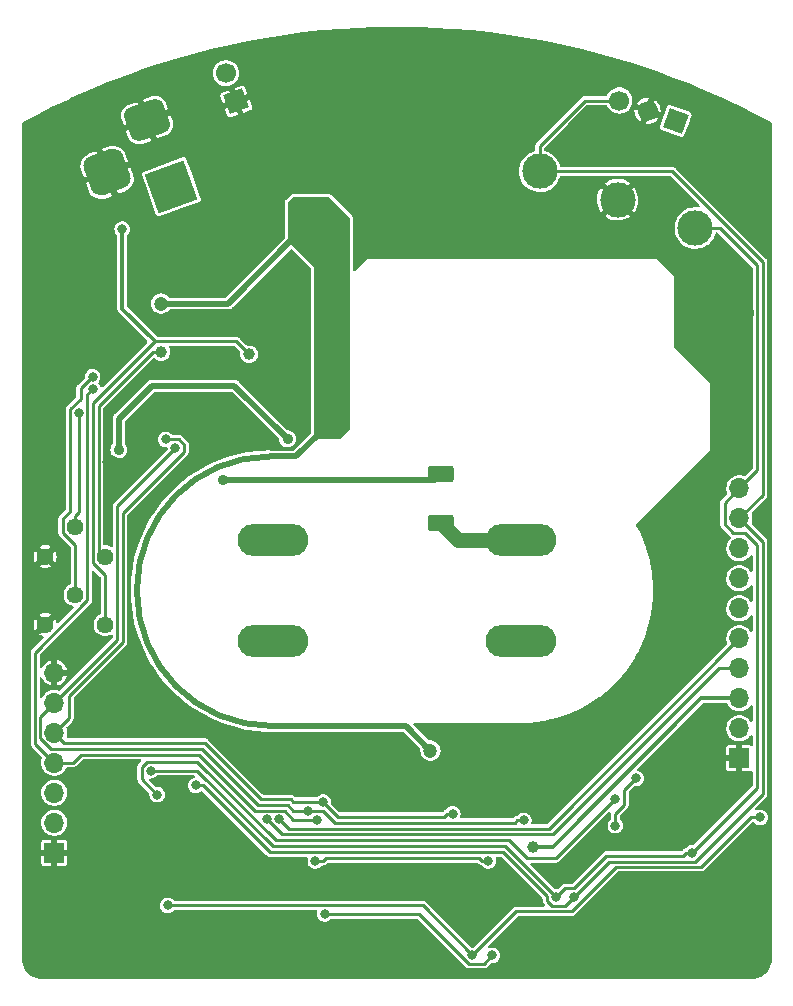
<source format=gbr>
%TF.GenerationSoftware,KiCad,Pcbnew,(6.0.0-0)*%
%TF.CreationDate,2022-03-12T23:02:06-06:00*%
%TF.ProjectId,SmartNeonPSU,536d6172-744e-4656-9f6e-5053552e6b69,rev?*%
%TF.SameCoordinates,Original*%
%TF.FileFunction,Copper,L2,Bot*%
%TF.FilePolarity,Positive*%
%FSLAX46Y46*%
G04 Gerber Fmt 4.6, Leading zero omitted, Abs format (unit mm)*
G04 Created by KiCad (PCBNEW (6.0.0-0)) date 2022-03-12 23:02:06*
%MOMM*%
%LPD*%
G01*
G04 APERTURE LIST*
G04 Aperture macros list*
%AMRoundRect*
0 Rectangle with rounded corners*
0 $1 Rounding radius*
0 $2 $3 $4 $5 $6 $7 $8 $9 X,Y pos of 4 corners*
0 Add a 4 corners polygon primitive as box body*
4,1,4,$2,$3,$4,$5,$6,$7,$8,$9,$2,$3,0*
0 Add four circle primitives for the rounded corners*
1,1,$1+$1,$2,$3*
1,1,$1+$1,$4,$5*
1,1,$1+$1,$6,$7*
1,1,$1+$1,$8,$9*
0 Add four rect primitives between the rounded corners*
20,1,$1+$1,$2,$3,$4,$5,0*
20,1,$1+$1,$4,$5,$6,$7,0*
20,1,$1+$1,$6,$7,$8,$9,0*
20,1,$1+$1,$8,$9,$2,$3,0*%
%AMHorizOval*
0 Thick line with rounded ends*
0 $1 width*
0 $2 $3 position (X,Y) of the first rounded end (center of the circle)*
0 $4 $5 position (X,Y) of the second rounded end (center of the circle)*
0 Add line between two ends*
20,1,$1,$2,$3,$4,$5,0*
0 Add two circle primitives to create the rounded ends*
1,1,$1,$2,$3*
1,1,$1,$4,$5*%
%AMRotRect*
0 Rectangle, with rotation*
0 The origin of the aperture is its center*
0 $1 length*
0 $2 width*
0 $3 Rotation angle, in degrees counterclockwise*
0 Add horizontal line*
21,1,$1,$2,0,0,$3*%
G04 Aperture macros list end*
%TA.AperFunction,ComponentPad*%
%ADD10C,3.000000*%
%TD*%
%TA.AperFunction,ComponentPad*%
%ADD11C,0.800000*%
%TD*%
%TA.AperFunction,ComponentPad*%
%ADD12C,6.400000*%
%TD*%
%TA.AperFunction,ComponentPad*%
%ADD13O,6.000000X2.700000*%
%TD*%
%TA.AperFunction,ComponentPad*%
%ADD14C,1.440000*%
%TD*%
%TA.AperFunction,ComponentPad*%
%ADD15R,1.700000X1.700000*%
%TD*%
%TA.AperFunction,ComponentPad*%
%ADD16O,1.700000X1.700000*%
%TD*%
%TA.AperFunction,ComponentPad*%
%ADD17RotRect,1.700000X1.700000X200.000000*%
%TD*%
%TA.AperFunction,ComponentPad*%
%ADD18HorizOval,1.700000X0.000000X0.000000X0.000000X0.000000X0*%
%TD*%
%TA.AperFunction,ComponentPad*%
%ADD19RotRect,3.500000X3.500000X290.000000*%
%TD*%
%TA.AperFunction,ComponentPad*%
%ADD20RoundRect,0.750000X-1.196208X0.362749X-0.683178X-1.046790X1.196208X-0.362749X0.683178X1.046790X0*%
%TD*%
%TA.AperFunction,ComponentPad*%
%ADD21RoundRect,0.875000X-1.121499X0.522963X-0.522963X-1.121499X1.121499X-0.522963X0.522963X1.121499X0*%
%TD*%
%TA.AperFunction,ComponentPad*%
%ADD22RotRect,1.700000X1.700000X250.000000*%
%TD*%
%TA.AperFunction,ComponentPad*%
%ADD23HorizOval,1.700000X0.000000X0.000000X0.000000X0.000000X0*%
%TD*%
%TA.AperFunction,SMDPad,CuDef*%
%ADD24RoundRect,0.250000X0.250000X0.475000X-0.250000X0.475000X-0.250000X-0.475000X0.250000X-0.475000X0*%
%TD*%
%TA.AperFunction,SMDPad,CuDef*%
%ADD25RoundRect,0.249999X0.850001X-0.450001X0.850001X0.450001X-0.850001X0.450001X-0.850001X-0.450001X0*%
%TD*%
%TA.AperFunction,ViaPad*%
%ADD26C,0.800000*%
%TD*%
%TA.AperFunction,ViaPad*%
%ADD27C,1.200000*%
%TD*%
%TA.AperFunction,ViaPad*%
%ADD28C,1.000000*%
%TD*%
%TA.AperFunction,ViaPad*%
%ADD29C,0.900000*%
%TD*%
%TA.AperFunction,Conductor*%
%ADD30C,0.500000*%
%TD*%
%TA.AperFunction,Conductor*%
%ADD31C,0.250000*%
%TD*%
%TA.AperFunction,Conductor*%
%ADD32C,0.300000*%
%TD*%
%TA.AperFunction,Conductor*%
%ADD33C,1.270000*%
%TD*%
G04 APERTURE END LIST*
D10*
%TO.P,SW3,1,1*%
%TO.N,/GPIO0*%
X175273283Y-71099620D03*
%TO.P,SW3,2,2*%
%TO.N,GND*%
X168695435Y-68705479D03*
%TO.P,SW3,3,3*%
%TO.N,/GPIO2*%
X162117586Y-66311338D03*
%TD*%
D11*
%TO.P,H4,1,1*%
%TO.N,GND*%
X175302944Y-76602944D03*
X178697056Y-79997056D03*
X178697056Y-76602944D03*
X179400000Y-78300000D03*
X175302944Y-79997056D03*
X177000000Y-80700000D03*
X174600000Y-78300000D03*
X177000000Y-75900000D03*
D12*
X177000000Y-78300000D03*
%TD*%
D11*
%TO.P,H3,1,1*%
%TO.N,GND*%
X178697056Y-128602944D03*
X175302944Y-128602944D03*
X177000000Y-127900000D03*
X174600000Y-130300000D03*
X175302944Y-131997056D03*
D12*
X177000000Y-130300000D03*
D11*
X178697056Y-131997056D03*
X177000000Y-132700000D03*
X179400000Y-130300000D03*
%TD*%
D13*
%TO.P,J6,1,Pin_1*%
%TO.N,/HV*%
X160500000Y-97550000D03*
X160500000Y-106050000D03*
%TD*%
D14*
%TO.P,RV2,1,1*%
%TO.N,GND*%
X120225000Y-104675000D03*
%TO.P,RV2,2,2*%
%TO.N,/BBR*%
X122765000Y-102135000D03*
%TO.P,RV2,3,3*%
%TO.N,/V5*%
X125305000Y-104675000D03*
%TD*%
D13*
%TO.P,J7,1,Pin_1*%
%TO.N,/CSEN*%
X139500000Y-106050000D03*
X139500000Y-97550000D03*
%TD*%
D11*
%TO.P,H2,1,1*%
%TO.N,GND*%
X121302944Y-131997056D03*
X124697056Y-128602944D03*
X123000000Y-127900000D03*
X125400000Y-130300000D03*
X123000000Y-132700000D03*
X120600000Y-130300000D03*
X121302944Y-128602944D03*
D12*
X123000000Y-130300000D03*
D11*
X124697056Y-131997056D03*
%TD*%
D15*
%TO.P,J4,1,Pin_1*%
%TO.N,GND*%
X121000000Y-124000000D03*
D16*
%TO.P,J4,2,Pin_2*%
%TO.N,/ABR*%
X121000000Y-121460000D03*
%TO.P,J4,3,Pin_3*%
%TO.N,/BBR*%
X121000000Y-118920000D03*
%TO.P,J4,4,Pin_4*%
%TO.N,/BC*%
X121000000Y-116380000D03*
%TO.P,J4,5,Pin_5*%
%TO.N,/TPS_EN*%
X121000000Y-113840000D03*
%TO.P,J4,6,Pin_6*%
%TO.N,/FAULT*%
X121000000Y-111300000D03*
%TO.P,J4,7,Pin_7*%
%TO.N,GND*%
X121000000Y-108760000D03*
%TD*%
D17*
%TO.P,J2,1,Pin_1*%
%TO.N,GND*%
X136404033Y-60383167D03*
D18*
%TO.P,J2,2,Pin_2*%
%TO.N,Net-(F1-Pad2)*%
X135535302Y-57996348D03*
%TD*%
D19*
%TO.P,J1,1*%
%TO.N,Net-(F1-Pad2)*%
X130915038Y-67608002D03*
D20*
%TO.P,J1,2*%
%TO.N,GND*%
X128862917Y-61969846D03*
D21*
%TO.P,J1,3*%
X125472422Y-66396419D03*
%TD*%
D11*
%TO.P,H5,1,1*%
%TO.N,GND*%
X147600000Y-61300000D03*
X152400000Y-61300000D03*
X151697056Y-62997056D03*
X151697056Y-59602944D03*
X148302944Y-62997056D03*
D12*
X150000000Y-61300000D03*
D11*
X150000000Y-63700000D03*
X150000000Y-58900000D03*
X148302944Y-59602944D03*
%TD*%
%TO.P,H1,1,1*%
%TO.N,GND*%
X121302944Y-79997056D03*
X123000000Y-75900000D03*
X124697056Y-79997056D03*
X125400000Y-78300000D03*
X120600000Y-78300000D03*
X124697056Y-76602944D03*
X121302944Y-76602944D03*
X123000000Y-80700000D03*
D12*
X123000000Y-78300000D03*
%TD*%
D14*
%TO.P,RV1,1,1*%
%TO.N,GND*%
X120225000Y-98925000D03*
%TO.P,RV1,2,2*%
%TO.N,/ABR*%
X122765000Y-96385000D03*
%TO.P,RV1,3,3*%
%TO.N,/VREF*%
X125305000Y-98925000D03*
%TD*%
D22*
%TO.P,J5,1,Pin_1*%
%TO.N,/GPIO0*%
X173612452Y-62048133D03*
D23*
%TO.P,J5,2,Pin_2*%
%TO.N,GND*%
X171225633Y-61179402D03*
%TO.P,J5,3,Pin_3*%
%TO.N,/GPIO2*%
X168838813Y-60310671D03*
%TD*%
D15*
%TO.P,J3,1,Pin_1*%
%TO.N,GND*%
X179000000Y-116000000D03*
D16*
%TO.P,J3,2,Pin_2*%
%TO.N,/~{RTS}*%
X179000000Y-113460000D03*
%TO.P,J3,3,Pin_3*%
%TO.N,+3V3*%
X179000000Y-110920000D03*
%TO.P,J3,4,Pin_4*%
%TO.N,/GPIO3*%
X179000000Y-108380000D03*
%TO.P,J3,5,Pin_5*%
%TO.N,/GPIO1*%
X179000000Y-105840000D03*
%TO.P,J3,6,Pin_6*%
%TO.N,/~{DTR}*%
X179000000Y-103300000D03*
%TO.P,J3,7,Pin_7*%
%TO.N,/GPIO5*%
X179000000Y-100760000D03*
%TO.P,J3,8,Pin_8*%
%TO.N,/GPIO4*%
X179000000Y-98220000D03*
%TO.P,J3,9,Pin_9*%
%TO.N,/GPIO2*%
X179000000Y-95680000D03*
%TO.P,J3,10,Pin_10*%
%TO.N,/GPIO0*%
X179000000Y-93140000D03*
%TD*%
D24*
%TO.P,C2,1*%
%TO.N,+12V*%
X143950000Y-84950000D03*
%TO.P,C2,2*%
%TO.N,GND*%
X142050000Y-84950000D03*
%TD*%
D25*
%TO.P,C20,1*%
%TO.N,/HV*%
X153722317Y-96050000D03*
%TO.P,C20,2*%
%TO.N,/VSEN*%
X153722317Y-91950000D03*
%TD*%
D26*
%TO.N,+12V*%
X142750000Y-70450000D03*
X144000000Y-72950000D03*
X144000000Y-70450000D03*
X144750000Y-88450000D03*
X143500000Y-85950000D03*
X144750000Y-85950000D03*
D27*
X130050000Y-77500000D03*
D26*
X143500000Y-87200000D03*
X141500000Y-70450000D03*
X141500000Y-71700000D03*
X144000000Y-71700000D03*
X142750000Y-72950000D03*
X142750000Y-69200000D03*
X144750000Y-87200000D03*
X142750000Y-71700000D03*
X144000000Y-69200000D03*
X141500000Y-69200000D03*
X143500000Y-88450000D03*
D27*
X152850000Y-115350000D03*
D26*
%TO.N,GND*%
X172750000Y-116450000D03*
X165000000Y-113700000D03*
X141000000Y-79200000D03*
X137250000Y-89450000D03*
X150500000Y-114450000D03*
X150000000Y-117450000D03*
D28*
X133407223Y-78507358D03*
D26*
X152000000Y-67700000D03*
X155000000Y-71200000D03*
X150000000Y-116450000D03*
X126500000Y-91700000D03*
X148250000Y-118950000D03*
X135250000Y-89450000D03*
X154000000Y-71200000D03*
X136250000Y-127700000D03*
X133250000Y-113700000D03*
X125500000Y-90950000D03*
X139750000Y-127700000D03*
X164250000Y-124950000D03*
X148250000Y-116950000D03*
X155000000Y-67700000D03*
X129250000Y-89450000D03*
X153000000Y-67700000D03*
X139750000Y-81700000D03*
X139750000Y-79200000D03*
X150000000Y-118450000D03*
X150000000Y-119450000D03*
X151000000Y-118450000D03*
X152000000Y-116950000D03*
D28*
X132075181Y-81624819D03*
D26*
X136250000Y-124950000D03*
X151000000Y-116450000D03*
X128250000Y-113700000D03*
X150500000Y-115450000D03*
X152000000Y-71200000D03*
X139750000Y-124950000D03*
X151000000Y-117450000D03*
X141000000Y-81700000D03*
X128250000Y-108700000D03*
X152000000Y-117950000D03*
X133250000Y-89450000D03*
X154000000Y-67700000D03*
X142250000Y-85950000D03*
X127750000Y-96700000D03*
X170000000Y-108700000D03*
X152000000Y-118950000D03*
X153000000Y-71200000D03*
X151000000Y-119450000D03*
X139750000Y-80450000D03*
X148250000Y-117950000D03*
X141000000Y-80450000D03*
X170000000Y-113700000D03*
X142250000Y-87200000D03*
%TO.N,/ABR*%
X123085011Y-86756257D03*
%TO.N,/BBR*%
X124250000Y-83700000D03*
D28*
%TO.N,+3V3*%
X161548817Y-123514710D03*
%TO.N,/V5*%
X137500000Y-81800000D03*
D26*
X126750000Y-71200000D03*
D28*
%TO.N,/VREF*%
X130075472Y-81624528D03*
D26*
%TO.N,/ESP_EN*%
X157750000Y-124700000D03*
X143100000Y-124700000D03*
D29*
%TO.N,/VSEN*%
X135250000Y-92450000D03*
D26*
%TO.N,Net-(D2-Pad2)*%
X168500000Y-121700000D03*
X170250000Y-117700000D03*
%TO.N,/GPIO5*%
X130605789Y-128464705D03*
X156400000Y-132681414D03*
X180770325Y-121002235D03*
%TO.N,/GPIO3*%
X139012051Y-121176959D03*
%TO.N,/GPIO1*%
X140044828Y-121178172D03*
%TO.N,/GPIO4*%
X129706733Y-119071923D03*
X168500000Y-119450000D03*
%TO.N,/GPIO2*%
X165000000Y-127750000D03*
X133000000Y-118294502D03*
%TO.N,/GPIO0*%
X163500000Y-127750000D03*
X174999861Y-123999861D03*
X129158288Y-117036343D03*
%TO.N,/BC*%
X124250000Y-84700000D03*
X143250000Y-121200000D03*
%TO.N,/TPS_EN*%
X143750000Y-119700000D03*
X130426138Y-88999876D03*
X154750000Y-120700000D03*
%TO.N,/FAULT*%
X142500000Y-120450000D03*
X158100000Y-132685346D03*
X143900498Y-129200000D03*
X160750000Y-121249998D03*
X131250000Y-89749500D03*
D29*
%TO.N,/OCP*%
X140750000Y-88950000D03*
X126461878Y-89872168D03*
%TD*%
D30*
%TO.N,+12V*%
X139250000Y-90450000D02*
X141500000Y-90450000D01*
X130050000Y-77500000D02*
X135700000Y-77500000D01*
X143500000Y-88450000D02*
X141500000Y-90450000D01*
X139394601Y-113262803D02*
X150762803Y-113262803D01*
X127999999Y-101868201D02*
X127999999Y-101700001D01*
X150762803Y-113262803D02*
X152850000Y-115350000D01*
X135700000Y-77500000D02*
X141500000Y-71700000D01*
X139250000Y-90450000D02*
G75*
G03*
X127999999Y-101700001I0J-11250001D01*
G01*
X139394601Y-113262803D02*
G75*
G02*
X127999999Y-101868201I1J11394603D01*
G01*
D31*
%TO.N,/ABR*%
X122765000Y-96385000D02*
X122750000Y-96370000D01*
X122750000Y-95450000D02*
X123085011Y-95114989D01*
X122750000Y-96370000D02*
X122750000Y-95450000D01*
X123085011Y-95114989D02*
X123085011Y-86756257D01*
%TO.N,/BBR*%
X122765000Y-97965000D02*
X121720489Y-96920489D01*
X122359055Y-95090945D02*
X122359055Y-86449295D01*
X123250000Y-84672947D02*
X124222947Y-83700000D01*
X122765000Y-102135000D02*
X122765000Y-97965000D01*
X124222947Y-83700000D02*
X124250000Y-83700000D01*
X123250000Y-85558350D02*
X123250000Y-84672947D01*
X121720489Y-96920489D02*
X121720489Y-95729511D01*
X121720489Y-95729511D02*
X122359055Y-95090945D01*
X122359055Y-86449295D02*
X123250000Y-85558350D01*
D32*
%TO.N,+3V3*%
X163185290Y-123514710D02*
X175780000Y-110920000D01*
X163185290Y-123514710D02*
X161548817Y-123514710D01*
X179000000Y-110920000D02*
X175780000Y-110920000D01*
D31*
%TO.N,/V5*%
X124260489Y-85939511D02*
X124260489Y-99460489D01*
X129500000Y-80700000D02*
X136400000Y-80700000D01*
X136400000Y-80700000D02*
X137500000Y-81800000D01*
X125305000Y-100505000D02*
X125305000Y-104675000D01*
X129500000Y-80700000D02*
X124260489Y-85939511D01*
X124260489Y-99460489D02*
X125305000Y-100505000D01*
D32*
X129500000Y-80700000D02*
X126750000Y-77950000D01*
X126750000Y-77950000D02*
X126750000Y-71200000D01*
D31*
%TO.N,/VREF*%
X129325470Y-81624528D02*
X130075472Y-81624528D01*
X124750000Y-86199998D02*
X129325470Y-81624528D01*
X124750000Y-98370000D02*
X124750000Y-86199998D01*
X125305000Y-98925000D02*
X124750000Y-98370000D01*
%TO.N,/ESP_EN*%
X144000000Y-124450000D02*
X143750000Y-124700000D01*
X157000000Y-124450000D02*
X144000000Y-124450000D01*
X157750000Y-124700000D02*
X157250000Y-124700000D01*
X143750000Y-124700000D02*
X143100000Y-124700000D01*
X157250000Y-124700000D02*
X157000000Y-124450000D01*
D33*
%TO.N,/HV*%
X153722317Y-96050000D02*
X155222317Y-97550000D01*
X155222317Y-97550000D02*
X160500000Y-97550000D01*
D30*
%TO.N,/VSEN*%
X153222317Y-92450000D02*
X135250000Y-92450000D01*
X153722317Y-91950000D02*
X153222317Y-92450000D01*
D31*
%TO.N,Net-(D2-Pad2)*%
X169250000Y-118950000D02*
X169250000Y-118700000D01*
X169250000Y-118700000D02*
X170250000Y-117700000D01*
X168500000Y-120700000D02*
X169250000Y-119950000D01*
X168500000Y-121700000D02*
X168500000Y-120700000D01*
X169250000Y-119950000D02*
X169250000Y-118950000D01*
%TO.N,/GPIO5*%
X179947765Y-121002235D02*
X180770325Y-121002235D01*
X164830500Y-128950000D02*
X168580500Y-125200000D01*
X164830500Y-128950000D02*
X160131414Y-128950000D01*
X130605789Y-128464705D02*
X152183291Y-128464705D01*
X175750000Y-125200000D02*
X179947765Y-121002235D01*
X168580500Y-125200000D02*
X175750000Y-125200000D01*
X160131414Y-128950000D02*
X156400000Y-132681414D01*
X152183291Y-128464705D02*
X156400000Y-132681414D01*
%TO.N,/GPIO3*%
X177320000Y-108380000D02*
X179000000Y-108380000D01*
X140285092Y-122450000D02*
X139012051Y-121176959D01*
X140285092Y-122450000D02*
X163250000Y-122450000D01*
X163250000Y-122450000D02*
X177320000Y-108380000D01*
%TO.N,/GPIO1*%
X140843285Y-121976629D02*
X162863371Y-121976629D01*
X179000000Y-105840000D02*
X162863371Y-121976629D01*
X140843285Y-121976629D02*
X140044828Y-121178172D01*
%TO.N,/GPIO4*%
X128421810Y-116740696D02*
X128866340Y-116296166D01*
X128421810Y-117787000D02*
X128421810Y-116740696D01*
X159500000Y-122950000D02*
X161000000Y-124450000D01*
X161000000Y-124450000D02*
X163500000Y-124450000D01*
X139750000Y-122950000D02*
X159500000Y-122950000D01*
X163500000Y-124450000D02*
X168500000Y-119450000D01*
X129706733Y-119071923D02*
X128421810Y-117787000D01*
X128866340Y-116296166D02*
X133096166Y-116296166D01*
X133096166Y-116296166D02*
X139750000Y-122950000D01*
%TO.N,/GPIO2*%
X162117586Y-64132414D02*
X162117586Y-66311338D01*
X168000000Y-124750000D02*
X165000000Y-127750000D01*
X162750000Y-127700000D02*
X162750000Y-128061414D01*
X175274320Y-124750000D02*
X168000000Y-124750000D01*
X162750000Y-128061414D02*
X163180263Y-128491677D01*
X139250000Y-123950000D02*
X159000000Y-123950000D01*
X181000000Y-119024320D02*
X175274320Y-124750000D01*
X179000000Y-95680000D02*
X181000000Y-97680000D01*
X164258323Y-128491677D02*
X165000000Y-127750000D01*
X181000000Y-74000000D02*
X181000000Y-93680000D01*
X159000000Y-123950000D02*
X162750000Y-127700000D01*
X133594502Y-118294502D02*
X139250000Y-123950000D01*
X133594502Y-118294502D02*
X133000000Y-118294502D01*
X181000000Y-93680000D02*
X179000000Y-95680000D01*
X181000000Y-97680000D02*
X181000000Y-119024320D01*
X173311338Y-66311338D02*
X181000000Y-74000000D01*
X165939329Y-60310671D02*
X162117586Y-64132414D01*
X163180263Y-128491677D02*
X164258323Y-128491677D01*
X168838813Y-60310671D02*
X165939329Y-60310671D01*
X162117586Y-66311338D02*
X173311338Y-66311338D01*
%TO.N,/GPIO0*%
X133086343Y-117036343D02*
X129158288Y-117036343D01*
X174500139Y-123999861D02*
X174999861Y-123999861D01*
X159200000Y-123450000D02*
X139500000Y-123450000D01*
X163500000Y-127750000D02*
X164250000Y-127000000D01*
X165000000Y-127000000D02*
X167750000Y-124250000D01*
X163500000Y-127750000D02*
X159200000Y-123450000D01*
X180524511Y-118475489D02*
X175000139Y-123999861D01*
X164250000Y-127000000D02*
X165000000Y-127000000D01*
X177750000Y-96200000D02*
X178500000Y-96950000D01*
X180524511Y-74274511D02*
X180524511Y-91615489D01*
X175000139Y-123999861D02*
X174999861Y-123999861D01*
X180524511Y-97974511D02*
X180524511Y-118475489D01*
X167750000Y-124250000D02*
X174250000Y-124250000D01*
X177349620Y-71099620D02*
X180524511Y-74274511D01*
X179000000Y-93140000D02*
X177750000Y-94390000D01*
X174250000Y-124250000D02*
X174500139Y-123999861D01*
X180524511Y-91615489D02*
X179000000Y-93140000D01*
X179500000Y-96950000D02*
X180524511Y-97974511D01*
X175273283Y-71099620D02*
X177349620Y-71099620D01*
X177750000Y-94390000D02*
X177750000Y-96200000D01*
X139500000Y-123450000D02*
X133086343Y-117036343D01*
X178500000Y-96950000D02*
X179500000Y-96950000D01*
%TO.N,/BC*%
X119371265Y-114751265D02*
X119371265Y-107078735D01*
X121000000Y-116380000D02*
X122570000Y-116380000D01*
X119371265Y-107078735D02*
X123809511Y-102640489D01*
X140500000Y-120450000D02*
X138000000Y-120450000D01*
X123809511Y-85140489D02*
X124250000Y-84700000D01*
X121000000Y-116380000D02*
X119371265Y-114751265D01*
X141250000Y-121200000D02*
X140500000Y-120450000D01*
X123809511Y-102640489D02*
X123809511Y-85140489D01*
X123250000Y-115700000D02*
X133250000Y-115700000D01*
X143250000Y-121200000D02*
X141250000Y-121200000D01*
X122570000Y-116380000D02*
X123250000Y-115700000D01*
X133250000Y-115700000D02*
X138000000Y-120450000D01*
%TO.N,/TPS_EN*%
X122250000Y-112590000D02*
X122250000Y-110700000D01*
X145000000Y-120950000D02*
X154000000Y-120950000D01*
X133750000Y-114700000D02*
X121860000Y-114700000D01*
X154250000Y-120700000D02*
X154750000Y-120700000D01*
X131549876Y-88999876D02*
X130426138Y-88999876D01*
X154000000Y-120950000D02*
X154250000Y-120700000D01*
X126812132Y-95216745D02*
X132000000Y-90028877D01*
X122250000Y-110700000D02*
X126812132Y-106137868D01*
X138500000Y-119450000D02*
X133750000Y-114700000D01*
X132000000Y-90028877D02*
X132000000Y-89450000D01*
X143750000Y-119700000D02*
X145000000Y-120950000D01*
X121860000Y-114700000D02*
X121000000Y-113840000D01*
X141000000Y-119450000D02*
X138500000Y-119450000D01*
X121000000Y-113840000D02*
X122250000Y-112590000D01*
X143750000Y-119700000D02*
X141250000Y-119700000D01*
X126812132Y-106137868D02*
X126812132Y-95216745D01*
X141250000Y-119700000D02*
X141000000Y-119450000D01*
X132000000Y-89450000D02*
X131549876Y-88999876D01*
%TO.N,/FAULT*%
X119823820Y-114324830D02*
X119823820Y-112476180D01*
X121000000Y-111300000D02*
X126349511Y-105950489D01*
X160750000Y-121249998D02*
X160200002Y-121249998D01*
X138250000Y-119950000D02*
X133500000Y-115200000D01*
X133500000Y-115200000D02*
X120698990Y-115200000D01*
X160200002Y-121249998D02*
X160000000Y-121450000D01*
X157375212Y-133410134D02*
X158100000Y-132685346D01*
X140750000Y-119950000D02*
X138250000Y-119950000D01*
X143900498Y-129200000D02*
X151881894Y-129200000D01*
X156092028Y-133410134D02*
X157375212Y-133410134D01*
X144750000Y-121450000D02*
X143750000Y-120450000D01*
X143750000Y-120450000D02*
X142500000Y-120450000D01*
X126349511Y-94649989D02*
X131250000Y-89749500D01*
X144750000Y-121450000D02*
X160000000Y-121450000D01*
X120698990Y-115200000D02*
X119823820Y-114324830D01*
X119823820Y-112476180D02*
X121000000Y-111300000D01*
X126349511Y-105950489D02*
X126349511Y-94649989D01*
X151881894Y-129200000D02*
X156092028Y-133410134D01*
X142500000Y-120450000D02*
X141250000Y-120450000D01*
X141250000Y-120450000D02*
X140750000Y-119950000D01*
D30*
%TO.N,/OCP*%
X126461878Y-87238122D02*
X129250000Y-84450000D01*
X126461878Y-89872168D02*
X126461878Y-87238122D01*
X136250000Y-84450000D02*
X140750000Y-88950000D01*
X129250000Y-84450000D02*
X136250000Y-84450000D01*
%TD*%
%TA.AperFunction,Conductor*%
%TO.N,GND*%
G36*
X151364620Y-54072364D02*
G01*
X151582641Y-54074983D01*
X151585667Y-54075056D01*
X152095251Y-54093423D01*
X153165851Y-54132012D01*
X153168862Y-54132157D01*
X154747296Y-54227052D01*
X154750248Y-54227266D01*
X156325912Y-54360039D01*
X156328924Y-54360329D01*
X157900977Y-54530910D01*
X157903930Y-54531267D01*
X159471386Y-54739549D01*
X159474344Y-54739977D01*
X161036421Y-54985855D01*
X161039376Y-54986357D01*
X161610094Y-55090295D01*
X162595011Y-55269666D01*
X162597981Y-55270244D01*
X164146365Y-55590831D01*
X164149321Y-55591480D01*
X165689603Y-55949172D01*
X165692491Y-55949880D01*
X167223724Y-56344459D01*
X167226594Y-56345235D01*
X168747925Y-56776479D01*
X168750816Y-56777336D01*
X170221976Y-57232803D01*
X170261337Y-57244989D01*
X170264215Y-57245918D01*
X171763073Y-57749717D01*
X171765875Y-57750696D01*
X172592137Y-58050692D01*
X173252189Y-58290341D01*
X173255021Y-58291408D01*
X174727896Y-58866575D01*
X174730702Y-58867709D01*
X175618553Y-59239235D01*
X176085382Y-59434582D01*
X176189419Y-59478117D01*
X176192181Y-59479313D01*
X177231155Y-59943705D01*
X177635761Y-60124553D01*
X177638509Y-60125821D01*
X178258183Y-60420853D01*
X179041885Y-60793980D01*
X179066192Y-60805553D01*
X179068907Y-60806886D01*
X180479871Y-61520720D01*
X180482490Y-61522084D01*
X180979999Y-61788979D01*
X181679564Y-62164270D01*
X181730137Y-62214099D01*
X181746000Y-62275302D01*
X181746000Y-132914348D01*
X181743568Y-132938986D01*
X181741024Y-132951745D01*
X181743439Y-132963916D01*
X181743433Y-132976325D01*
X181742789Y-132976325D01*
X181743457Y-132987069D01*
X181742820Y-132995917D01*
X181728769Y-133191100D01*
X181726202Y-133208894D01*
X181697391Y-133341041D01*
X181677003Y-133434551D01*
X181671930Y-133451798D01*
X181591115Y-133668162D01*
X181583639Y-133684511D01*
X181472856Y-133887169D01*
X181463138Y-133902277D01*
X181390362Y-133999399D01*
X181324637Y-134087112D01*
X181312858Y-134100693D01*
X181149466Y-134263932D01*
X181135874Y-134275698D01*
X181002158Y-134375700D01*
X180951711Y-134413428D01*
X180950923Y-134414017D01*
X180935797Y-134423728D01*
X180834410Y-134479029D01*
X180733026Y-134534327D01*
X180716669Y-134541787D01*
X180500240Y-134622396D01*
X180482991Y-134627453D01*
X180257278Y-134676443D01*
X180239489Y-134678992D01*
X180035440Y-134693490D01*
X180024699Y-134692811D01*
X180024699Y-134693456D01*
X180012293Y-134693451D01*
X180000121Y-134691024D01*
X179987181Y-134693592D01*
X179962665Y-134696000D01*
X120037425Y-134696000D01*
X120012847Y-134693579D01*
X120000000Y-134691024D01*
X119987829Y-134693445D01*
X119975419Y-134693445D01*
X119975419Y-134692802D01*
X119964674Y-134693473D01*
X119760509Y-134678871D01*
X119742715Y-134676313D01*
X119699540Y-134666921D01*
X119516900Y-134627190D01*
X119499652Y-134622126D01*
X119283119Y-134541363D01*
X119266775Y-134533898D01*
X119063946Y-134423145D01*
X119048827Y-134413428D01*
X118863824Y-134274936D01*
X118850238Y-134263163D01*
X118686836Y-134099761D01*
X118675063Y-134086175D01*
X118536573Y-133901174D01*
X118526854Y-133886051D01*
X118428811Y-133706499D01*
X118416100Y-133683221D01*
X118408635Y-133666876D01*
X118327875Y-133450349D01*
X118322810Y-133433100D01*
X118273687Y-133207283D01*
X118271129Y-133189489D01*
X118256527Y-132985324D01*
X118257198Y-132974579D01*
X118256555Y-132974579D01*
X118256555Y-132962169D01*
X118258976Y-132949998D01*
X118256421Y-132937151D01*
X118254000Y-132912573D01*
X118254000Y-124868828D01*
X119896001Y-124868828D01*
X119897209Y-124881088D01*
X119908315Y-124936931D01*
X119917633Y-124959427D01*
X119959983Y-125022808D01*
X119977192Y-125040017D01*
X120040575Y-125082368D01*
X120063066Y-125091684D01*
X120118915Y-125102793D01*
X120131170Y-125104000D01*
X120727885Y-125104000D01*
X120743124Y-125099525D01*
X120744329Y-125098135D01*
X120746000Y-125090452D01*
X120746000Y-125085884D01*
X121254000Y-125085884D01*
X121258475Y-125101123D01*
X121259865Y-125102328D01*
X121267548Y-125103999D01*
X121868828Y-125103999D01*
X121881088Y-125102791D01*
X121936931Y-125091685D01*
X121959427Y-125082367D01*
X122022808Y-125040017D01*
X122040017Y-125022808D01*
X122082368Y-124959425D01*
X122091684Y-124936934D01*
X122102793Y-124881085D01*
X122104000Y-124868830D01*
X122104000Y-124272115D01*
X122099525Y-124256876D01*
X122098135Y-124255671D01*
X122090452Y-124254000D01*
X121272115Y-124254000D01*
X121256876Y-124258475D01*
X121255671Y-124259865D01*
X121254000Y-124267548D01*
X121254000Y-125085884D01*
X120746000Y-125085884D01*
X120746000Y-124272115D01*
X120741525Y-124256876D01*
X120740135Y-124255671D01*
X120732452Y-124254000D01*
X119914116Y-124254000D01*
X119898877Y-124258475D01*
X119897672Y-124259865D01*
X119896001Y-124267548D01*
X119896001Y-124868828D01*
X118254000Y-124868828D01*
X118254000Y-123727885D01*
X119896000Y-123727885D01*
X119900475Y-123743124D01*
X119901865Y-123744329D01*
X119909548Y-123746000D01*
X120727885Y-123746000D01*
X120743124Y-123741525D01*
X120744329Y-123740135D01*
X120746000Y-123732452D01*
X120746000Y-123727885D01*
X121254000Y-123727885D01*
X121258475Y-123743124D01*
X121259865Y-123744329D01*
X121267548Y-123746000D01*
X122085884Y-123746000D01*
X122101123Y-123741525D01*
X122102328Y-123740135D01*
X122103999Y-123732452D01*
X122103999Y-123131172D01*
X122102791Y-123118912D01*
X122091685Y-123063069D01*
X122082367Y-123040573D01*
X122040017Y-122977192D01*
X122022808Y-122959983D01*
X121959425Y-122917632D01*
X121936934Y-122908316D01*
X121881085Y-122897207D01*
X121868830Y-122896000D01*
X121272115Y-122896000D01*
X121256876Y-122900475D01*
X121255671Y-122901865D01*
X121254000Y-122909548D01*
X121254000Y-123727885D01*
X120746000Y-123727885D01*
X120746000Y-122914116D01*
X120741525Y-122898877D01*
X120740135Y-122897672D01*
X120732452Y-122896001D01*
X120131172Y-122896001D01*
X120118912Y-122897209D01*
X120063069Y-122908315D01*
X120040573Y-122917633D01*
X119977192Y-122959983D01*
X119959983Y-122977192D01*
X119917632Y-123040575D01*
X119908316Y-123063066D01*
X119897207Y-123118915D01*
X119896000Y-123131170D01*
X119896000Y-123727885D01*
X118254000Y-123727885D01*
X118254000Y-121430964D01*
X119891148Y-121430964D01*
X119898968Y-121550273D01*
X119902989Y-121611620D01*
X119904424Y-121633522D01*
X119905845Y-121639118D01*
X119905846Y-121639123D01*
X119924814Y-121713807D01*
X119954392Y-121830269D01*
X119956809Y-121835512D01*
X119994010Y-121916208D01*
X120039377Y-122014616D01*
X120042710Y-122019332D01*
X120132420Y-122146269D01*
X120156533Y-122180389D01*
X120301938Y-122322035D01*
X120470720Y-122434812D01*
X120476023Y-122437090D01*
X120476026Y-122437092D01*
X120564707Y-122475192D01*
X120657228Y-122514942D01*
X120730244Y-122531464D01*
X120849579Y-122558467D01*
X120849584Y-122558468D01*
X120855216Y-122559742D01*
X120860987Y-122559969D01*
X120860989Y-122559969D01*
X120920756Y-122562317D01*
X121058053Y-122567712D01*
X121158499Y-122553148D01*
X121253231Y-122539413D01*
X121253236Y-122539412D01*
X121258945Y-122538584D01*
X121264409Y-122536729D01*
X121264414Y-122536728D01*
X121445693Y-122475192D01*
X121445698Y-122475190D01*
X121451165Y-122473334D01*
X121628276Y-122374147D01*
X121652502Y-122353999D01*
X121779913Y-122248031D01*
X121784345Y-122244345D01*
X121861810Y-122151204D01*
X121910453Y-122092718D01*
X121910455Y-122092715D01*
X121914147Y-122088276D01*
X122013334Y-121911165D01*
X122015190Y-121905698D01*
X122015192Y-121905693D01*
X122076728Y-121724414D01*
X122076729Y-121724409D01*
X122078584Y-121718945D01*
X122079412Y-121713236D01*
X122079413Y-121713231D01*
X122100525Y-121567622D01*
X122107712Y-121518053D01*
X122109232Y-121460000D01*
X122095707Y-121312806D01*
X122091187Y-121263613D01*
X122091186Y-121263610D01*
X122090658Y-121257859D01*
X122087282Y-121245890D01*
X122037125Y-121068046D01*
X122037124Y-121068044D01*
X122035557Y-121062487D01*
X122024978Y-121041033D01*
X121948331Y-120885609D01*
X121945776Y-120880428D01*
X121824320Y-120717779D01*
X121732209Y-120632632D01*
X121679503Y-120583911D01*
X121675258Y-120579987D01*
X121670375Y-120576906D01*
X121670371Y-120576903D01*
X121508464Y-120474748D01*
X121503581Y-120471667D01*
X121315039Y-120396446D01*
X121309379Y-120395320D01*
X121309375Y-120395319D01*
X121121613Y-120357971D01*
X121121610Y-120357971D01*
X121115946Y-120356844D01*
X121110171Y-120356768D01*
X121110167Y-120356768D01*
X121008793Y-120355441D01*
X120912971Y-120354187D01*
X120907274Y-120355166D01*
X120907273Y-120355166D01*
X120723647Y-120386719D01*
X120712910Y-120388564D01*
X120522463Y-120458824D01*
X120348010Y-120562612D01*
X120343670Y-120566418D01*
X120343666Y-120566421D01*
X120260432Y-120639416D01*
X120195392Y-120696455D01*
X120191817Y-120700990D01*
X120191816Y-120700991D01*
X120184965Y-120709682D01*
X120069720Y-120855869D01*
X120067031Y-120860980D01*
X120067029Y-120860983D01*
X120052993Y-120887662D01*
X119975203Y-121035515D01*
X119915007Y-121229378D01*
X119891148Y-121430964D01*
X118254000Y-121430964D01*
X118254000Y-118890964D01*
X119891148Y-118890964D01*
X119896613Y-118974344D01*
X119903556Y-119080271D01*
X119904424Y-119093522D01*
X119905845Y-119099118D01*
X119905846Y-119099123D01*
X119938986Y-119229609D01*
X119954392Y-119290269D01*
X119956809Y-119295512D01*
X119991721Y-119371242D01*
X120039377Y-119474616D01*
X120042710Y-119479332D01*
X120142883Y-119621074D01*
X120156533Y-119640389D01*
X120301938Y-119782035D01*
X120470720Y-119894812D01*
X120476023Y-119897090D01*
X120476026Y-119897092D01*
X120564707Y-119935192D01*
X120657228Y-119974942D01*
X120730244Y-119991464D01*
X120849579Y-120018467D01*
X120849584Y-120018468D01*
X120855216Y-120019742D01*
X120860987Y-120019969D01*
X120860989Y-120019969D01*
X120920756Y-120022317D01*
X121058053Y-120027712D01*
X121176183Y-120010584D01*
X121253231Y-119999413D01*
X121253236Y-119999412D01*
X121258945Y-119998584D01*
X121264409Y-119996729D01*
X121264414Y-119996728D01*
X121445693Y-119935192D01*
X121445698Y-119935190D01*
X121451165Y-119933334D01*
X121628276Y-119834147D01*
X121690934Y-119782035D01*
X121779913Y-119708031D01*
X121784345Y-119704345D01*
X121841463Y-119635669D01*
X121910453Y-119552718D01*
X121910455Y-119552715D01*
X121914147Y-119548276D01*
X122003745Y-119388288D01*
X122010510Y-119376208D01*
X122010511Y-119376206D01*
X122013334Y-119371165D01*
X122015190Y-119365698D01*
X122015192Y-119365693D01*
X122076728Y-119184414D01*
X122076729Y-119184409D01*
X122078584Y-119178945D01*
X122079412Y-119173236D01*
X122079413Y-119173231D01*
X122100991Y-119024408D01*
X122107712Y-118978053D01*
X122109232Y-118920000D01*
X122095777Y-118773572D01*
X122091187Y-118723613D01*
X122091186Y-118723610D01*
X122090658Y-118717859D01*
X122085922Y-118701066D01*
X122037125Y-118528046D01*
X122037124Y-118528044D01*
X122035557Y-118522487D01*
X122024978Y-118501033D01*
X121948331Y-118345609D01*
X121945776Y-118340428D01*
X121824320Y-118177779D01*
X121675258Y-118039987D01*
X121670375Y-118036906D01*
X121670371Y-118036903D01*
X121508464Y-117934748D01*
X121503581Y-117931667D01*
X121315039Y-117856446D01*
X121309379Y-117855320D01*
X121309375Y-117855319D01*
X121121613Y-117817971D01*
X121121610Y-117817971D01*
X121115946Y-117816844D01*
X121110171Y-117816768D01*
X121110167Y-117816768D01*
X121008793Y-117815441D01*
X120912971Y-117814187D01*
X120907274Y-117815166D01*
X120907273Y-117815166D01*
X120776920Y-117837565D01*
X120712910Y-117848564D01*
X120522463Y-117918824D01*
X120348010Y-118022612D01*
X120343670Y-118026418D01*
X120343666Y-118026421D01*
X120214047Y-118140095D01*
X120195392Y-118156455D01*
X120069720Y-118315869D01*
X120067031Y-118320980D01*
X120067029Y-118320983D01*
X120049027Y-118355199D01*
X119975203Y-118495515D01*
X119915007Y-118689378D01*
X119891148Y-118890964D01*
X118254000Y-118890964D01*
X118254000Y-114733141D01*
X118986945Y-114733141D01*
X118988169Y-114743482D01*
X118990892Y-114766488D01*
X118991242Y-114772419D01*
X118991337Y-114772411D01*
X118991765Y-114777589D01*
X118991765Y-114782789D01*
X118992619Y-114787918D01*
X118992619Y-114787921D01*
X118994934Y-114801830D01*
X118995771Y-114807708D01*
X119001795Y-114858606D01*
X119005758Y-114866858D01*
X119007261Y-114875891D01*
X119012208Y-114885060D01*
X119012209Y-114885062D01*
X119031599Y-114920997D01*
X119034296Y-114926290D01*
X119053050Y-114965347D01*
X119053053Y-114965351D01*
X119056484Y-114972497D01*
X119060079Y-114976773D01*
X119062002Y-114978696D01*
X119063774Y-114980628D01*
X119063817Y-114980707D01*
X119063693Y-114980820D01*
X119064169Y-114981360D01*
X119067255Y-114987079D01*
X119074900Y-114994146D01*
X119106851Y-115023681D01*
X119110417Y-115027111D01*
X119936477Y-115853171D01*
X119970503Y-115915483D01*
X119967715Y-115979630D01*
X119962129Y-115997621D01*
X119915007Y-116149378D01*
X119891148Y-116350964D01*
X119904424Y-116553522D01*
X119905845Y-116559118D01*
X119905846Y-116559123D01*
X119939714Y-116692474D01*
X119954392Y-116750269D01*
X119956809Y-116755512D01*
X119991803Y-116831419D01*
X120039377Y-116934616D01*
X120042710Y-116939332D01*
X120145293Y-117084484D01*
X120156533Y-117100389D01*
X120301938Y-117242035D01*
X120306742Y-117245245D01*
X120334799Y-117263992D01*
X120470720Y-117354812D01*
X120476023Y-117357090D01*
X120476026Y-117357092D01*
X120633317Y-117424669D01*
X120657228Y-117434942D01*
X120730244Y-117451464D01*
X120849579Y-117478467D01*
X120849584Y-117478468D01*
X120855216Y-117479742D01*
X120860987Y-117479969D01*
X120860989Y-117479969D01*
X120920756Y-117482317D01*
X121058053Y-117487712D01*
X121158499Y-117473148D01*
X121253231Y-117459413D01*
X121253236Y-117459412D01*
X121258945Y-117458584D01*
X121264409Y-117456729D01*
X121264414Y-117456728D01*
X121445693Y-117395192D01*
X121445698Y-117395190D01*
X121451165Y-117393334D01*
X121460176Y-117388288D01*
X121525683Y-117351602D01*
X121628276Y-117294147D01*
X121664534Y-117263992D01*
X121779913Y-117168031D01*
X121784345Y-117164345D01*
X121836322Y-117101850D01*
X121910453Y-117012718D01*
X121910455Y-117012715D01*
X121914147Y-117008276D01*
X122013334Y-116831165D01*
X122013787Y-116831419D01*
X122057368Y-116780151D01*
X122126488Y-116759500D01*
X122516080Y-116759500D01*
X122540028Y-116762049D01*
X122541693Y-116762128D01*
X122551876Y-116764320D01*
X122562217Y-116763096D01*
X122585223Y-116760373D01*
X122591154Y-116760023D01*
X122591146Y-116759928D01*
X122596324Y-116759500D01*
X122601524Y-116759500D01*
X122606653Y-116758646D01*
X122606656Y-116758646D01*
X122620565Y-116756331D01*
X122626443Y-116755494D01*
X122667001Y-116750694D01*
X122667002Y-116750694D01*
X122677341Y-116749470D01*
X122685593Y-116745507D01*
X122694626Y-116744004D01*
X122703795Y-116739057D01*
X122703797Y-116739056D01*
X122739732Y-116719666D01*
X122745025Y-116716969D01*
X122784082Y-116698215D01*
X122784086Y-116698212D01*
X122791232Y-116694781D01*
X122795508Y-116691186D01*
X122797431Y-116689263D01*
X122799363Y-116687491D01*
X122799442Y-116687448D01*
X122799555Y-116687572D01*
X122800095Y-116687096D01*
X122805814Y-116684010D01*
X122814562Y-116674547D01*
X122842416Y-116644414D01*
X122845846Y-116640848D01*
X123370289Y-116116405D01*
X123432601Y-116082379D01*
X123459384Y-116079500D01*
X128242122Y-116079500D01*
X128310243Y-116099502D01*
X128356736Y-116153158D01*
X128366840Y-116223432D01*
X128337346Y-116288012D01*
X128331217Y-116294595D01*
X128191594Y-116434218D01*
X128172846Y-116449360D01*
X128171621Y-116450475D01*
X128162870Y-116456125D01*
X128156423Y-116464303D01*
X128156421Y-116464305D01*
X128142081Y-116482496D01*
X128138135Y-116486937D01*
X128138208Y-116486999D01*
X128134849Y-116490963D01*
X128131172Y-116494640D01*
X128119918Y-116510388D01*
X128116412Y-116515058D01*
X128084654Y-116555343D01*
X128081622Y-116563977D01*
X128076296Y-116571430D01*
X128073311Y-116581411D01*
X128061609Y-116620540D01*
X128059774Y-116626188D01*
X128053374Y-116644414D01*
X128042792Y-116674547D01*
X128042310Y-116680112D01*
X128042310Y-116682820D01*
X128042196Y-116685454D01*
X128042167Y-116685552D01*
X128042003Y-116685545D01*
X128041959Y-116686249D01*
X128040097Y-116692474D01*
X128041110Y-116718254D01*
X128042213Y-116746331D01*
X128042310Y-116751278D01*
X128042310Y-117733080D01*
X128039761Y-117757028D01*
X128039682Y-117758693D01*
X128037490Y-117768876D01*
X128038714Y-117779217D01*
X128041437Y-117802223D01*
X128041787Y-117808154D01*
X128041882Y-117808146D01*
X128042310Y-117813324D01*
X128042310Y-117818524D01*
X128043164Y-117823653D01*
X128043164Y-117823656D01*
X128045479Y-117837565D01*
X128046316Y-117843443D01*
X128052340Y-117894341D01*
X128056303Y-117902593D01*
X128057806Y-117911626D01*
X128062753Y-117920795D01*
X128062754Y-117920797D01*
X128082144Y-117956732D01*
X128084841Y-117962025D01*
X128103595Y-118001082D01*
X128103598Y-118001086D01*
X128107029Y-118008232D01*
X128110624Y-118012508D01*
X128112547Y-118014431D01*
X128114319Y-118016363D01*
X128114362Y-118016442D01*
X128114238Y-118016555D01*
X128114714Y-118017095D01*
X128117800Y-118022814D01*
X128125445Y-118029881D01*
X128157396Y-118059416D01*
X128160962Y-118062846D01*
X129016982Y-118918866D01*
X129051008Y-118981178D01*
X129052809Y-119024405D01*
X129047462Y-119065019D01*
X129052742Y-119112844D01*
X129063502Y-119210300D01*
X129064846Y-119222476D01*
X129067456Y-119229607D01*
X129067456Y-119229609D01*
X129104486Y-119330798D01*
X129119286Y-119371242D01*
X129123522Y-119377545D01*
X129123522Y-119377546D01*
X129191920Y-119479332D01*
X129207641Y-119502728D01*
X129213260Y-119507841D01*
X129213261Y-119507842D01*
X129270255Y-119559702D01*
X129324809Y-119609342D01*
X129464026Y-119684931D01*
X129617255Y-119725130D01*
X129701210Y-119726449D01*
X129768052Y-119727499D01*
X129768055Y-119727499D01*
X129775649Y-119727618D01*
X129930065Y-119692252D01*
X130000475Y-119656840D01*
X130064805Y-119624486D01*
X130064808Y-119624484D01*
X130071588Y-119621074D01*
X130077359Y-119616145D01*
X130077362Y-119616143D01*
X130186269Y-119523127D01*
X130186269Y-119523126D01*
X130192047Y-119518192D01*
X130284488Y-119389547D01*
X130343575Y-119242564D01*
X130353442Y-119173231D01*
X130365314Y-119089814D01*
X130365314Y-119089811D01*
X130365895Y-119085730D01*
X130366040Y-119071923D01*
X130364294Y-119057490D01*
X130351295Y-118950078D01*
X130347009Y-118914656D01*
X130291013Y-118766469D01*
X130216854Y-118658566D01*
X130205588Y-118642174D01*
X130205587Y-118642172D01*
X130201286Y-118635915D01*
X130083008Y-118530534D01*
X129943007Y-118456407D01*
X129789366Y-118417815D01*
X129781767Y-118417775D01*
X129781766Y-118417775D01*
X129721359Y-118417459D01*
X129640068Y-118417033D01*
X129572054Y-118396675D01*
X129551634Y-118380130D01*
X129077703Y-117906199D01*
X129043677Y-117843887D01*
X129048742Y-117773072D01*
X129091289Y-117716236D01*
X129157809Y-117691425D01*
X129168771Y-117691120D01*
X129190554Y-117691462D01*
X129219607Y-117691919D01*
X129219610Y-117691919D01*
X129227204Y-117692038D01*
X129381620Y-117656672D01*
X129452030Y-117621260D01*
X129516360Y-117588906D01*
X129516363Y-117588904D01*
X129523143Y-117585494D01*
X129528914Y-117580565D01*
X129528917Y-117580563D01*
X129637830Y-117487542D01*
X129637831Y-117487541D01*
X129643602Y-117482612D01*
X129653874Y-117468317D01*
X129709869Y-117424669D01*
X129756197Y-117415843D01*
X132791516Y-117415843D01*
X132859637Y-117435845D01*
X132906130Y-117489501D01*
X132916234Y-117559775D01*
X132886740Y-117624355D01*
X132820930Y-117664362D01*
X132777563Y-117674773D01*
X132777560Y-117674774D01*
X132770184Y-117676545D01*
X132629414Y-117749202D01*
X132510039Y-117853340D01*
X132418950Y-117982946D01*
X132361406Y-118130539D01*
X132360414Y-118138072D01*
X132360414Y-118138073D01*
X132343559Y-118266104D01*
X132340729Y-118287598D01*
X132348234Y-118355576D01*
X132355922Y-118425206D01*
X132358113Y-118445055D01*
X132360723Y-118452186D01*
X132360723Y-118452188D01*
X132408521Y-118582802D01*
X132412553Y-118593821D01*
X132416789Y-118600124D01*
X132416789Y-118600125D01*
X132485072Y-118701740D01*
X132500908Y-118725307D01*
X132506527Y-118730420D01*
X132506528Y-118730421D01*
X132612460Y-118826811D01*
X132618076Y-118831921D01*
X132757293Y-118907510D01*
X132910522Y-118947709D01*
X132994477Y-118949028D01*
X133061319Y-118950078D01*
X133061322Y-118950078D01*
X133068916Y-118950197D01*
X133223332Y-118914831D01*
X133293742Y-118879419D01*
X133358072Y-118847065D01*
X133358075Y-118847063D01*
X133364855Y-118843653D01*
X133406868Y-118807771D01*
X133471657Y-118778740D01*
X133541857Y-118789345D01*
X133577793Y-118814487D01*
X138943522Y-124180216D01*
X138958664Y-124198964D01*
X138959779Y-124200189D01*
X138965429Y-124208940D01*
X138973607Y-124215387D01*
X138973609Y-124215389D01*
X138991800Y-124229729D01*
X138996241Y-124233675D01*
X138996303Y-124233602D01*
X139000267Y-124236961D01*
X139003944Y-124240638D01*
X139019692Y-124251892D01*
X139024362Y-124255398D01*
X139064647Y-124287156D01*
X139073281Y-124290188D01*
X139080734Y-124295514D01*
X139129850Y-124310203D01*
X139135492Y-124312036D01*
X139176367Y-124326390D01*
X139183851Y-124329018D01*
X139189416Y-124329500D01*
X139192124Y-124329500D01*
X139194758Y-124329614D01*
X139194856Y-124329643D01*
X139194849Y-124329807D01*
X139195553Y-124329851D01*
X139201778Y-124331713D01*
X139255635Y-124329597D01*
X139260582Y-124329500D01*
X142357568Y-124329500D01*
X142425689Y-124349502D01*
X142472182Y-124403158D01*
X142482286Y-124473432D01*
X142474961Y-124501269D01*
X142464167Y-124528954D01*
X142464166Y-124528958D01*
X142461406Y-124536037D01*
X142440729Y-124693096D01*
X142449421Y-124771824D01*
X142456321Y-124834320D01*
X142458113Y-124850553D01*
X142460723Y-124857684D01*
X142460723Y-124857686D01*
X142506319Y-124982283D01*
X142512553Y-124999319D01*
X142516789Y-125005622D01*
X142516789Y-125005623D01*
X142580963Y-125101123D01*
X142600908Y-125130805D01*
X142606526Y-125135917D01*
X142606528Y-125135919D01*
X142611123Y-125140100D01*
X142718076Y-125237419D01*
X142857293Y-125313008D01*
X143010522Y-125353207D01*
X143094477Y-125354526D01*
X143161319Y-125355576D01*
X143161322Y-125355576D01*
X143168916Y-125355695D01*
X143323332Y-125320329D01*
X143393742Y-125284917D01*
X143458072Y-125252563D01*
X143458075Y-125252561D01*
X143464855Y-125249151D01*
X143470626Y-125244222D01*
X143470629Y-125244220D01*
X143579542Y-125151199D01*
X143579543Y-125151198D01*
X143585314Y-125146269D01*
X143589743Y-125140106D01*
X143589748Y-125140100D01*
X143595342Y-125132315D01*
X143651336Y-125088667D01*
X143711194Y-125083735D01*
X143711293Y-125081637D01*
X143721694Y-125082128D01*
X143731876Y-125084320D01*
X143742217Y-125083096D01*
X143765223Y-125080373D01*
X143771154Y-125080023D01*
X143771146Y-125079928D01*
X143776324Y-125079500D01*
X143781524Y-125079500D01*
X143786653Y-125078646D01*
X143786656Y-125078646D01*
X143800565Y-125076331D01*
X143806443Y-125075494D01*
X143847001Y-125070694D01*
X143847002Y-125070694D01*
X143857341Y-125069470D01*
X143865593Y-125065507D01*
X143874626Y-125064004D01*
X143883795Y-125059057D01*
X143883797Y-125059056D01*
X143919732Y-125039666D01*
X143925025Y-125036969D01*
X143964082Y-125018215D01*
X143964086Y-125018212D01*
X143971232Y-125014781D01*
X143975508Y-125011186D01*
X143977431Y-125009263D01*
X143979363Y-125007491D01*
X143979442Y-125007448D01*
X143979555Y-125007572D01*
X143980095Y-125007096D01*
X143985814Y-125004010D01*
X144022417Y-124964413D01*
X144025846Y-124960848D01*
X144120289Y-124866405D01*
X144182601Y-124832379D01*
X144209384Y-124829500D01*
X156790616Y-124829500D01*
X156858737Y-124849502D01*
X156879711Y-124866405D01*
X156943522Y-124930216D01*
X156958664Y-124948964D01*
X156959779Y-124950189D01*
X156965429Y-124958940D01*
X156973607Y-124965387D01*
X156973609Y-124965389D01*
X156991800Y-124979729D01*
X156996244Y-124983678D01*
X156996306Y-124983604D01*
X157000263Y-124986957D01*
X157003944Y-124990638D01*
X157019654Y-125001865D01*
X157024380Y-125005413D01*
X157064647Y-125037156D01*
X157073284Y-125040189D01*
X157080734Y-125045513D01*
X157090710Y-125048497D01*
X157090711Y-125048497D01*
X157106046Y-125053083D01*
X157129849Y-125060202D01*
X157135486Y-125062034D01*
X157183852Y-125079019D01*
X157182914Y-125081690D01*
X157233436Y-125109129D01*
X157241512Y-125118921D01*
X157241709Y-125118751D01*
X157246671Y-125124499D01*
X157250908Y-125130805D01*
X157368076Y-125237419D01*
X157507293Y-125313008D01*
X157660522Y-125353207D01*
X157744477Y-125354526D01*
X157811319Y-125355576D01*
X157811322Y-125355576D01*
X157818916Y-125355695D01*
X157973332Y-125320329D01*
X158043742Y-125284917D01*
X158108072Y-125252563D01*
X158108075Y-125252561D01*
X158114855Y-125249151D01*
X158120626Y-125244222D01*
X158120629Y-125244220D01*
X158229536Y-125151204D01*
X158229536Y-125151203D01*
X158235314Y-125146269D01*
X158327755Y-125017624D01*
X158386842Y-124870641D01*
X158402419Y-124761186D01*
X158408581Y-124717891D01*
X158408581Y-124717888D01*
X158409162Y-124713807D01*
X158409307Y-124700000D01*
X158390276Y-124542733D01*
X158374143Y-124500038D01*
X158368775Y-124429244D01*
X158402533Y-124366787D01*
X158464699Y-124332495D01*
X158492009Y-124329500D01*
X158790616Y-124329500D01*
X158858737Y-124349502D01*
X158879711Y-124366405D01*
X162333595Y-127820289D01*
X162367621Y-127882601D01*
X162370500Y-127909384D01*
X162370500Y-128007494D01*
X162367951Y-128031442D01*
X162367872Y-128033107D01*
X162365680Y-128043290D01*
X162366904Y-128053631D01*
X162369627Y-128076637D01*
X162369977Y-128082568D01*
X162370072Y-128082560D01*
X162370500Y-128087738D01*
X162370500Y-128092938D01*
X162371354Y-128098067D01*
X162371354Y-128098070D01*
X162373669Y-128111979D01*
X162374506Y-128117857D01*
X162375581Y-128126936D01*
X162380530Y-128168755D01*
X162384493Y-128177007D01*
X162385996Y-128186040D01*
X162390943Y-128195209D01*
X162390944Y-128195211D01*
X162410334Y-128231146D01*
X162413031Y-128236439D01*
X162431785Y-128275496D01*
X162431788Y-128275500D01*
X162435219Y-128282646D01*
X162438814Y-128286922D01*
X162440737Y-128288845D01*
X162442509Y-128290777D01*
X162442552Y-128290856D01*
X162442428Y-128290969D01*
X162442904Y-128291509D01*
X162445990Y-128297228D01*
X162453635Y-128304295D01*
X162485586Y-128333830D01*
X162489152Y-128337260D01*
X162507297Y-128355405D01*
X162541323Y-128417717D01*
X162536258Y-128488532D01*
X162493711Y-128545368D01*
X162427191Y-128570179D01*
X162418202Y-128570500D01*
X160185334Y-128570500D01*
X160161387Y-128567951D01*
X160159721Y-128567872D01*
X160149538Y-128565680D01*
X160139196Y-128566904D01*
X160139193Y-128566904D01*
X160116201Y-128569626D01*
X160110260Y-128569977D01*
X160110268Y-128570072D01*
X160105088Y-128570500D01*
X160099890Y-128570500D01*
X160094768Y-128571353D01*
X160094763Y-128571353D01*
X160080841Y-128573671D01*
X160074964Y-128574508D01*
X160068463Y-128575277D01*
X160034411Y-128579307D01*
X160034409Y-128579308D01*
X160024073Y-128580531D01*
X160015824Y-128584492D01*
X160006788Y-128585996D01*
X159997619Y-128590943D01*
X159997617Y-128590944D01*
X159961654Y-128610348D01*
X159956365Y-128613043D01*
X159936898Y-128622391D01*
X159910182Y-128635220D01*
X159905906Y-128638814D01*
X159903966Y-128640754D01*
X159902055Y-128642507D01*
X159901965Y-128642556D01*
X159901853Y-128642433D01*
X159901318Y-128642905D01*
X159895600Y-128645990D01*
X159888533Y-128653635D01*
X159858998Y-128685586D01*
X159855568Y-128689152D01*
X156554411Y-131990309D01*
X156492099Y-132024335D01*
X156464658Y-132027212D01*
X156333335Y-132026524D01*
X156265321Y-132006166D01*
X156244901Y-131989621D01*
X152489769Y-128234489D01*
X152474627Y-128215741D01*
X152473512Y-128214516D01*
X152467862Y-128205765D01*
X152459684Y-128199318D01*
X152459682Y-128199316D01*
X152441491Y-128184976D01*
X152437050Y-128181030D01*
X152436988Y-128181103D01*
X152433024Y-128177744D01*
X152429347Y-128174067D01*
X152413599Y-128162813D01*
X152408929Y-128159307D01*
X152368644Y-128127549D01*
X152360010Y-128124517D01*
X152352557Y-128119191D01*
X152303441Y-128104502D01*
X152297799Y-128102669D01*
X152256924Y-128088315D01*
X152256923Y-128088315D01*
X152249440Y-128085687D01*
X152243875Y-128085205D01*
X152241167Y-128085205D01*
X152238533Y-128085091D01*
X152238435Y-128085062D01*
X152238442Y-128084898D01*
X152237738Y-128084854D01*
X152231513Y-128082992D01*
X152177656Y-128085108D01*
X152172709Y-128085205D01*
X131205471Y-128085205D01*
X131137350Y-128065203D01*
X131110903Y-128039565D01*
X131109667Y-128040654D01*
X131104644Y-128034956D01*
X131100342Y-128028697D01*
X130982064Y-127923316D01*
X130974678Y-127919405D01*
X130848777Y-127852744D01*
X130848778Y-127852744D01*
X130842063Y-127849189D01*
X130688422Y-127810597D01*
X130680823Y-127810557D01*
X130680822Y-127810557D01*
X130614970Y-127810212D01*
X130530010Y-127809767D01*
X130522630Y-127811539D01*
X130522628Y-127811539D01*
X130383352Y-127844976D01*
X130383349Y-127844977D01*
X130375973Y-127846748D01*
X130235203Y-127919405D01*
X130115828Y-128023543D01*
X130024739Y-128153149D01*
X129967195Y-128300742D01*
X129966203Y-128308275D01*
X129966203Y-128308276D01*
X129959999Y-128355405D01*
X129946518Y-128457801D01*
X129947352Y-128465351D01*
X129961218Y-128590944D01*
X129963902Y-128615258D01*
X129966512Y-128622389D01*
X129966512Y-128622391D01*
X129973847Y-128642433D01*
X130018342Y-128764024D01*
X130106697Y-128895510D01*
X130112316Y-128900623D01*
X130112317Y-128900624D01*
X130123692Y-128910974D01*
X130223865Y-129002124D01*
X130363082Y-129077713D01*
X130516311Y-129117912D01*
X130600266Y-129119231D01*
X130667108Y-129120281D01*
X130667111Y-129120281D01*
X130674705Y-129120400D01*
X130829121Y-129085034D01*
X130940617Y-129028958D01*
X130963861Y-129017268D01*
X130963864Y-129017266D01*
X130970644Y-129013856D01*
X130976415Y-129008927D01*
X130976418Y-129008925D01*
X131085331Y-128915904D01*
X131085332Y-128915903D01*
X131091103Y-128910974D01*
X131101375Y-128896679D01*
X131157370Y-128853031D01*
X131203698Y-128844205D01*
X143152333Y-128844205D01*
X143220454Y-128864207D01*
X143266947Y-128917863D01*
X143277051Y-128988137D01*
X143269726Y-129015974D01*
X143261904Y-129036037D01*
X143260912Y-129043570D01*
X143260912Y-129043571D01*
X143250798Y-129120400D01*
X143241227Y-129193096D01*
X143249919Y-129271824D01*
X143256819Y-129334320D01*
X143258611Y-129350553D01*
X143313051Y-129499319D01*
X143317287Y-129505622D01*
X143317287Y-129505623D01*
X143391730Y-129616405D01*
X143401406Y-129630805D01*
X143407025Y-129635918D01*
X143407026Y-129635919D01*
X143418401Y-129646269D01*
X143518574Y-129737419D01*
X143657791Y-129813008D01*
X143811020Y-129853207D01*
X143894975Y-129854526D01*
X143961817Y-129855576D01*
X143961820Y-129855576D01*
X143969414Y-129855695D01*
X144123830Y-129820329D01*
X144194240Y-129784917D01*
X144258570Y-129752563D01*
X144258573Y-129752561D01*
X144265353Y-129749151D01*
X144271124Y-129744222D01*
X144271127Y-129744220D01*
X144380040Y-129651199D01*
X144380041Y-129651198D01*
X144385812Y-129646269D01*
X144396084Y-129631974D01*
X144452079Y-129588326D01*
X144498407Y-129579500D01*
X151672510Y-129579500D01*
X151740631Y-129599502D01*
X151761605Y-129616405D01*
X155785550Y-133640350D01*
X155800692Y-133659098D01*
X155801807Y-133660323D01*
X155807457Y-133669074D01*
X155815635Y-133675521D01*
X155815637Y-133675523D01*
X155833828Y-133689863D01*
X155838269Y-133693809D01*
X155838331Y-133693736D01*
X155842295Y-133697095D01*
X155845972Y-133700772D01*
X155861720Y-133712026D01*
X155866390Y-133715532D01*
X155906675Y-133747290D01*
X155915309Y-133750322D01*
X155922762Y-133755648D01*
X155971878Y-133770337D01*
X155977520Y-133772170D01*
X156018227Y-133786465D01*
X156025879Y-133789152D01*
X156031444Y-133789634D01*
X156034152Y-133789634D01*
X156036786Y-133789748D01*
X156036884Y-133789777D01*
X156036877Y-133789941D01*
X156037581Y-133789985D01*
X156043806Y-133791847D01*
X156097663Y-133789731D01*
X156102610Y-133789634D01*
X157321292Y-133789634D01*
X157345240Y-133792183D01*
X157346905Y-133792262D01*
X157357088Y-133794454D01*
X157367429Y-133793230D01*
X157390435Y-133790507D01*
X157396366Y-133790157D01*
X157396358Y-133790062D01*
X157401536Y-133789634D01*
X157406736Y-133789634D01*
X157411865Y-133788780D01*
X157411868Y-133788780D01*
X157425777Y-133786465D01*
X157431655Y-133785628D01*
X157472213Y-133780828D01*
X157472214Y-133780828D01*
X157482553Y-133779604D01*
X157490805Y-133775641D01*
X157499838Y-133774138D01*
X157509007Y-133769191D01*
X157509009Y-133769190D01*
X157544944Y-133749800D01*
X157550237Y-133747103D01*
X157589294Y-133728349D01*
X157589298Y-133728346D01*
X157596444Y-133724915D01*
X157600720Y-133721320D01*
X157602643Y-133719397D01*
X157604575Y-133717625D01*
X157604654Y-133717582D01*
X157604767Y-133717706D01*
X157605307Y-133717230D01*
X157611026Y-133714144D01*
X157647629Y-133674547D01*
X157651058Y-133670982D01*
X157946178Y-133375862D01*
X158008490Y-133341836D01*
X158037252Y-133338973D01*
X158161318Y-133340922D01*
X158161321Y-133340922D01*
X158168916Y-133341041D01*
X158323332Y-133305675D01*
X158393742Y-133270263D01*
X158458072Y-133237909D01*
X158458075Y-133237907D01*
X158464855Y-133234497D01*
X158470626Y-133229568D01*
X158470629Y-133229566D01*
X158579536Y-133136550D01*
X158579536Y-133136549D01*
X158585314Y-133131615D01*
X158677755Y-133002970D01*
X158736842Y-132855987D01*
X158759162Y-132699153D01*
X158759307Y-132685346D01*
X158758335Y-132677309D01*
X158745595Y-132572037D01*
X158740276Y-132528079D01*
X158684280Y-132379892D01*
X158642652Y-132319322D01*
X158598855Y-132255597D01*
X158598854Y-132255595D01*
X158594553Y-132249338D01*
X158476275Y-132143957D01*
X158468889Y-132140046D01*
X158342988Y-132073385D01*
X158342989Y-132073385D01*
X158336274Y-132069830D01*
X158182633Y-132031238D01*
X158175034Y-132031198D01*
X158175033Y-132031198D01*
X158109181Y-132030853D01*
X158024221Y-132030408D01*
X158016841Y-132032180D01*
X158016839Y-132032180D01*
X157884209Y-132064022D01*
X157813301Y-132060475D01*
X157755567Y-132019155D01*
X157729337Y-131953182D01*
X157742939Y-131883500D01*
X157765700Y-131852408D01*
X160251703Y-129366405D01*
X160314015Y-129332379D01*
X160340798Y-129329500D01*
X164776580Y-129329500D01*
X164800528Y-129332049D01*
X164802193Y-129332128D01*
X164812376Y-129334320D01*
X164822717Y-129333096D01*
X164845723Y-129330373D01*
X164851654Y-129330023D01*
X164851646Y-129329928D01*
X164856824Y-129329500D01*
X164862024Y-129329500D01*
X164867153Y-129328646D01*
X164867156Y-129328646D01*
X164881065Y-129326331D01*
X164886943Y-129325494D01*
X164927501Y-129320694D01*
X164927502Y-129320694D01*
X164937841Y-129319470D01*
X164946093Y-129315507D01*
X164955126Y-129314004D01*
X164964295Y-129309057D01*
X164964297Y-129309056D01*
X165000232Y-129289666D01*
X165005525Y-129286969D01*
X165044582Y-129268215D01*
X165044586Y-129268212D01*
X165051732Y-129264781D01*
X165056008Y-129261186D01*
X165057931Y-129259263D01*
X165059863Y-129257491D01*
X165059942Y-129257448D01*
X165060055Y-129257572D01*
X165060595Y-129257096D01*
X165066314Y-129254010D01*
X165102917Y-129214413D01*
X165106346Y-129210848D01*
X168700789Y-125616405D01*
X168763101Y-125582379D01*
X168789884Y-125579500D01*
X175696080Y-125579500D01*
X175720028Y-125582049D01*
X175721693Y-125582128D01*
X175731876Y-125584320D01*
X175742217Y-125583096D01*
X175765223Y-125580373D01*
X175771154Y-125580023D01*
X175771146Y-125579928D01*
X175776324Y-125579500D01*
X175781524Y-125579500D01*
X175786653Y-125578646D01*
X175786656Y-125578646D01*
X175800565Y-125576331D01*
X175806443Y-125575494D01*
X175847001Y-125570694D01*
X175847002Y-125570694D01*
X175857341Y-125569470D01*
X175865593Y-125565507D01*
X175874626Y-125564004D01*
X175883795Y-125559057D01*
X175883797Y-125559056D01*
X175919732Y-125539666D01*
X175925025Y-125536969D01*
X175964082Y-125518215D01*
X175964086Y-125518212D01*
X175971232Y-125514781D01*
X175975508Y-125511186D01*
X175977431Y-125509263D01*
X175979363Y-125507491D01*
X175979442Y-125507448D01*
X175979555Y-125507572D01*
X175980095Y-125507096D01*
X175985814Y-125504010D01*
X176022417Y-125464413D01*
X176025846Y-125460848D01*
X180068054Y-121418640D01*
X180130366Y-121384614D01*
X180157149Y-121381735D01*
X180170466Y-121381735D01*
X180238587Y-121401737D01*
X180265847Y-121425404D01*
X180266997Y-121426736D01*
X180271233Y-121433040D01*
X180388401Y-121539654D01*
X180527618Y-121615243D01*
X180680847Y-121655442D01*
X180764802Y-121656761D01*
X180831644Y-121657811D01*
X180831647Y-121657811D01*
X180839241Y-121657930D01*
X180993657Y-121622564D01*
X181079281Y-121579500D01*
X181128397Y-121554798D01*
X181128400Y-121554796D01*
X181135180Y-121551386D01*
X181140951Y-121546457D01*
X181140954Y-121546455D01*
X181249861Y-121453439D01*
X181249861Y-121453438D01*
X181255639Y-121448504D01*
X181348080Y-121319859D01*
X181407167Y-121172876D01*
X181422086Y-121068046D01*
X181428906Y-121020126D01*
X181428906Y-121020123D01*
X181429487Y-121016042D01*
X181429632Y-121002235D01*
X181410601Y-120844968D01*
X181354605Y-120696781D01*
X181315179Y-120639416D01*
X181269180Y-120572486D01*
X181269179Y-120572484D01*
X181264878Y-120566227D01*
X181246972Y-120550273D01*
X181152271Y-120465899D01*
X181146600Y-120460846D01*
X181139214Y-120456935D01*
X181098892Y-120435586D01*
X181006599Y-120386719D01*
X180852958Y-120348127D01*
X180845359Y-120348087D01*
X180845358Y-120348087D01*
X180779506Y-120347742D01*
X180694546Y-120347297D01*
X180687166Y-120349069D01*
X180687164Y-120349069D01*
X180547888Y-120382506D01*
X180547885Y-120382507D01*
X180540509Y-120384278D01*
X180516934Y-120396446D01*
X180507799Y-120401161D01*
X180438092Y-120414630D01*
X180372168Y-120388275D01*
X180330959Y-120330463D01*
X180327547Y-120259548D01*
X180360914Y-120200100D01*
X181230216Y-119330798D01*
X181248964Y-119315656D01*
X181250189Y-119314541D01*
X181258940Y-119308891D01*
X181265387Y-119300713D01*
X181265389Y-119300711D01*
X181279729Y-119282520D01*
X181283678Y-119278076D01*
X181283604Y-119278014D01*
X181286957Y-119274057D01*
X181290638Y-119270376D01*
X181301865Y-119254666D01*
X181305421Y-119249929D01*
X181305667Y-119249618D01*
X181337156Y-119209673D01*
X181340189Y-119201036D01*
X181345513Y-119193586D01*
X181360202Y-119144471D01*
X181362034Y-119138834D01*
X181376390Y-119097953D01*
X181376390Y-119097952D01*
X181379018Y-119090469D01*
X181379500Y-119084904D01*
X181379500Y-119082196D01*
X181379614Y-119079562D01*
X181379643Y-119079464D01*
X181379807Y-119079471D01*
X181379851Y-119078767D01*
X181381713Y-119072542D01*
X181379597Y-119018685D01*
X181379500Y-119013738D01*
X181379500Y-97733920D01*
X181382049Y-97709972D01*
X181382128Y-97708307D01*
X181384320Y-97698124D01*
X181380373Y-97664777D01*
X181380023Y-97658846D01*
X181379928Y-97658854D01*
X181379500Y-97653676D01*
X181379500Y-97648476D01*
X181378646Y-97643344D01*
X181376331Y-97629435D01*
X181375494Y-97623557D01*
X181370694Y-97582999D01*
X181370694Y-97582998D01*
X181369470Y-97572659D01*
X181365507Y-97564407D01*
X181364004Y-97555374D01*
X181339665Y-97510266D01*
X181336969Y-97504975D01*
X181318215Y-97465918D01*
X181318212Y-97465914D01*
X181314781Y-97458768D01*
X181311186Y-97454492D01*
X181309263Y-97452569D01*
X181307491Y-97450637D01*
X181307448Y-97450558D01*
X181307572Y-97450445D01*
X181307096Y-97449905D01*
X181304010Y-97444186D01*
X181264413Y-97407583D01*
X181260848Y-97404154D01*
X180062281Y-96205587D01*
X180028255Y-96143275D01*
X180032063Y-96075991D01*
X180076728Y-95944413D01*
X180076728Y-95944412D01*
X180078584Y-95938945D01*
X180079412Y-95933236D01*
X180079413Y-95933231D01*
X180098966Y-95798370D01*
X180107712Y-95738053D01*
X180109232Y-95680000D01*
X180096750Y-95544158D01*
X180091187Y-95483613D01*
X180091186Y-95483610D01*
X180090658Y-95477859D01*
X180083681Y-95453120D01*
X180037127Y-95288053D01*
X180037126Y-95288051D01*
X180036259Y-95284974D01*
X180035557Y-95282487D01*
X180036058Y-95282346D01*
X180030618Y-95215289D01*
X180064894Y-95151800D01*
X181230216Y-93986478D01*
X181248964Y-93971336D01*
X181250189Y-93970221D01*
X181258940Y-93964571D01*
X181265387Y-93956393D01*
X181265389Y-93956391D01*
X181279729Y-93938200D01*
X181283678Y-93933756D01*
X181283604Y-93933694D01*
X181286957Y-93929737D01*
X181290638Y-93926056D01*
X181301865Y-93910346D01*
X181305421Y-93905609D01*
X181322451Y-93884007D01*
X181337156Y-93865353D01*
X181340189Y-93856716D01*
X181345513Y-93849266D01*
X181360202Y-93800151D01*
X181362034Y-93794514D01*
X181376390Y-93753633D01*
X181376390Y-93753632D01*
X181379018Y-93746149D01*
X181379500Y-93740584D01*
X181379500Y-93737876D01*
X181379614Y-93735242D01*
X181379643Y-93735144D01*
X181379807Y-93735151D01*
X181379851Y-93734447D01*
X181381713Y-93728222D01*
X181379597Y-93674365D01*
X181379500Y-93669418D01*
X181379500Y-74053920D01*
X181382049Y-74029972D01*
X181382128Y-74028307D01*
X181384320Y-74018124D01*
X181380373Y-73984777D01*
X181380023Y-73978846D01*
X181379928Y-73978854D01*
X181379500Y-73973676D01*
X181379500Y-73968476D01*
X181378646Y-73963344D01*
X181376331Y-73949435D01*
X181375494Y-73943557D01*
X181370694Y-73902999D01*
X181370694Y-73902998D01*
X181369470Y-73892659D01*
X181365507Y-73884407D01*
X181364004Y-73875374D01*
X181339665Y-73830266D01*
X181336969Y-73824975D01*
X181318215Y-73785918D01*
X181318212Y-73785914D01*
X181314781Y-73778768D01*
X181311186Y-73774492D01*
X181309263Y-73772569D01*
X181307491Y-73770637D01*
X181307448Y-73770558D01*
X181307572Y-73770445D01*
X181307096Y-73769905D01*
X181304010Y-73764186D01*
X181264413Y-73727583D01*
X181260848Y-73724154D01*
X173617816Y-66081122D01*
X173602674Y-66062374D01*
X173601559Y-66061149D01*
X173595909Y-66052398D01*
X173587731Y-66045951D01*
X173587729Y-66045949D01*
X173569538Y-66031609D01*
X173565097Y-66027663D01*
X173565035Y-66027736D01*
X173561071Y-66024377D01*
X173557394Y-66020700D01*
X173541646Y-66009446D01*
X173536976Y-66005940D01*
X173496691Y-65974182D01*
X173488057Y-65971150D01*
X173480604Y-65965824D01*
X173431488Y-65951135D01*
X173425846Y-65949302D01*
X173384971Y-65934948D01*
X173384970Y-65934948D01*
X173377487Y-65932320D01*
X173371922Y-65931838D01*
X173369214Y-65931838D01*
X173366580Y-65931724D01*
X173366482Y-65931695D01*
X173366489Y-65931531D01*
X173365785Y-65931487D01*
X173359560Y-65929625D01*
X173305703Y-65931741D01*
X173300756Y-65931838D01*
X163931328Y-65931838D01*
X163863207Y-65911836D01*
X163816714Y-65858180D01*
X163808435Y-65833645D01*
X163801160Y-65801492D01*
X163801158Y-65801487D01*
X163800128Y-65796933D01*
X163705613Y-65553888D01*
X163657158Y-65469109D01*
X163578531Y-65331543D01*
X163576211Y-65327483D01*
X163414766Y-65122691D01*
X163224825Y-64944012D01*
X163030757Y-64809382D01*
X163014401Y-64798035D01*
X163014398Y-64798033D01*
X163010559Y-64795370D01*
X163006369Y-64793304D01*
X163006366Y-64793302D01*
X162780864Y-64682097D01*
X162780861Y-64682096D01*
X162776676Y-64680032D01*
X162584672Y-64618571D01*
X162525893Y-64578755D01*
X162497971Y-64513479D01*
X162497086Y-64498570D01*
X162497086Y-64341798D01*
X162517088Y-64273677D01*
X162533991Y-64252703D01*
X164219221Y-62567473D01*
X172263757Y-62567473D01*
X172287822Y-62665818D01*
X172295161Y-62675827D01*
X172340352Y-62737461D01*
X172340354Y-62737463D01*
X172347690Y-62747468D01*
X172358298Y-62753905D01*
X172358299Y-62753906D01*
X172375873Y-62764570D01*
X172412397Y-62786733D01*
X174056984Y-63385313D01*
X174101832Y-63392216D01*
X174119525Y-63394940D01*
X174119526Y-63394940D01*
X174131792Y-63396828D01*
X174187509Y-63383194D01*
X174218082Y-63375713D01*
X174218083Y-63375713D01*
X174230137Y-63372763D01*
X174251124Y-63357375D01*
X174301780Y-63320233D01*
X174301782Y-63320231D01*
X174311787Y-63312895D01*
X174351052Y-63248188D01*
X174711331Y-62258328D01*
X174947513Y-61609423D01*
X174949632Y-61603601D01*
X174961147Y-61528793D01*
X174937082Y-61430448D01*
X174906878Y-61389255D01*
X174884552Y-61358805D01*
X174884550Y-61358803D01*
X174877214Y-61348798D01*
X174866606Y-61342361D01*
X174866605Y-61342360D01*
X174817802Y-61312746D01*
X174817801Y-61312746D01*
X174812507Y-61309533D01*
X173167920Y-60710953D01*
X173123072Y-60704050D01*
X173105379Y-60701326D01*
X173105378Y-60701326D01*
X173093112Y-60699438D01*
X173049904Y-60710011D01*
X173006822Y-60720553D01*
X173006821Y-60720553D01*
X172994767Y-60723503D01*
X172984758Y-60730842D01*
X172923124Y-60776033D01*
X172923122Y-60776035D01*
X172913117Y-60783371D01*
X172906680Y-60793979D01*
X172906679Y-60793980D01*
X172899263Y-60806201D01*
X172873852Y-60848078D01*
X172628528Y-61522101D01*
X172345384Y-62300035D01*
X172275272Y-62492665D01*
X172263757Y-62567473D01*
X164219221Y-62567473D01*
X164510419Y-62276275D01*
X171100933Y-62276275D01*
X171107294Y-62279683D01*
X171277891Y-62286386D01*
X171289373Y-62285784D01*
X171478739Y-62258328D01*
X171489935Y-62255640D01*
X171671130Y-62194132D01*
X171681627Y-62189458D01*
X171848591Y-62095954D01*
X171858063Y-62089444D01*
X172005186Y-61967084D01*
X172013315Y-61958955D01*
X172135673Y-61811835D01*
X172142187Y-61802357D01*
X172142200Y-61802333D01*
X172145255Y-61788979D01*
X172133464Y-61780127D01*
X171394465Y-61511153D01*
X171378614Y-61510146D01*
X171377006Y-61511040D01*
X171372809Y-61517687D01*
X171101827Y-62262202D01*
X171100933Y-62276275D01*
X164510419Y-62276275D01*
X166059618Y-60727076D01*
X166121930Y-60693050D01*
X166148713Y-60690171D01*
X167716803Y-60690171D01*
X167784924Y-60710173D01*
X167831229Y-60763420D01*
X167878190Y-60865287D01*
X167881523Y-60870003D01*
X167976491Y-61004380D01*
X167995346Y-61031060D01*
X167999488Y-61035095D01*
X168031876Y-61066646D01*
X168140751Y-61172706D01*
X168309533Y-61285483D01*
X168314836Y-61287761D01*
X168314839Y-61287763D01*
X168455590Y-61348234D01*
X168496041Y-61365613D01*
X168557647Y-61379553D01*
X168688392Y-61409138D01*
X168688397Y-61409139D01*
X168694029Y-61410413D01*
X168699800Y-61410640D01*
X168699802Y-61410640D01*
X168759569Y-61412988D01*
X168896866Y-61418383D01*
X168997312Y-61403819D01*
X169092044Y-61390084D01*
X169092049Y-61390083D01*
X169097758Y-61389255D01*
X169103222Y-61387400D01*
X169103227Y-61387399D01*
X169284506Y-61325863D01*
X169284511Y-61325861D01*
X169289978Y-61324005D01*
X169303037Y-61316692D01*
X169364496Y-61282273D01*
X169467089Y-61224818D01*
X169529747Y-61172706D01*
X169549659Y-61156145D01*
X170117661Y-61156145D01*
X170130175Y-61347078D01*
X170131976Y-61358448D01*
X170179076Y-61543904D01*
X170182917Y-61554750D01*
X170263027Y-61728522D01*
X170268778Y-61738483D01*
X170379212Y-61894745D01*
X170386690Y-61903500D01*
X170523747Y-62037014D01*
X170532691Y-62044257D01*
X170604388Y-62092163D01*
X170617846Y-62096377D01*
X170624124Y-62089388D01*
X170893882Y-61348234D01*
X170894889Y-61332383D01*
X170893995Y-61330775D01*
X170887348Y-61326578D01*
X170146116Y-61056791D01*
X170132043Y-61055897D01*
X170127451Y-61064467D01*
X170117962Y-61144643D01*
X170117661Y-61156145D01*
X169549659Y-61156145D01*
X169618726Y-61098702D01*
X169623158Y-61095016D01*
X169680208Y-61026421D01*
X171556377Y-61026421D01*
X171557271Y-61028029D01*
X171563918Y-61032226D01*
X172305538Y-61302154D01*
X172319611Y-61303048D01*
X172324709Y-61293532D01*
X172332311Y-61241101D01*
X172332941Y-61233720D01*
X172334266Y-61183106D01*
X172334023Y-61175707D01*
X172316326Y-60983109D01*
X172314228Y-60971788D01*
X172262291Y-60787633D01*
X172258166Y-60776886D01*
X172173536Y-60605273D01*
X172167526Y-60595465D01*
X172053033Y-60442141D01*
X172045343Y-60433601D01*
X171904820Y-60303702D01*
X171895704Y-60296707D01*
X171847191Y-60266097D01*
X171833627Y-60262237D01*
X171826868Y-60270170D01*
X171557384Y-61010570D01*
X171556377Y-61026421D01*
X169680208Y-61026421D01*
X169693328Y-61010646D01*
X169749266Y-60943389D01*
X169749268Y-60943386D01*
X169752960Y-60938947D01*
X169827664Y-60805553D01*
X169849323Y-60766879D01*
X169849324Y-60766877D01*
X169852147Y-60761836D01*
X169854003Y-60756369D01*
X169854005Y-60756364D01*
X169915541Y-60575085D01*
X169915542Y-60575080D01*
X169917060Y-60570608D01*
X170304725Y-60570608D01*
X170309540Y-60575670D01*
X171056801Y-60847651D01*
X171072652Y-60848658D01*
X171074260Y-60847764D01*
X171078457Y-60841117D01*
X171349448Y-60096577D01*
X171350329Y-60082717D01*
X171339691Y-60077085D01*
X171335748Y-60076670D01*
X171144425Y-60074166D01*
X171132945Y-60075069D01*
X170944370Y-60107472D01*
X170933250Y-60110452D01*
X170753728Y-60176681D01*
X170743350Y-60181631D01*
X170578906Y-60279465D01*
X170569594Y-60286231D01*
X170425730Y-60412396D01*
X170417813Y-60420739D01*
X170309982Y-60557521D01*
X170304725Y-60570608D01*
X169917060Y-60570608D01*
X169917397Y-60569616D01*
X169918225Y-60563907D01*
X169918226Y-60563902D01*
X169940193Y-60412396D01*
X169946525Y-60368724D01*
X169948045Y-60310671D01*
X169931000Y-60125172D01*
X169930000Y-60114284D01*
X169929999Y-60114281D01*
X169929471Y-60108530D01*
X169920603Y-60077085D01*
X169875938Y-59918717D01*
X169875937Y-59918715D01*
X169874370Y-59913158D01*
X169844110Y-59851795D01*
X169787144Y-59736280D01*
X169784589Y-59731099D01*
X169663133Y-59568450D01*
X169534608Y-59449642D01*
X169518316Y-59434582D01*
X169514071Y-59430658D01*
X169509188Y-59427577D01*
X169509184Y-59427574D01*
X169347277Y-59325419D01*
X169342394Y-59322338D01*
X169153852Y-59247117D01*
X169148192Y-59245991D01*
X169148188Y-59245990D01*
X168960426Y-59208642D01*
X168960423Y-59208642D01*
X168954759Y-59207515D01*
X168948984Y-59207439D01*
X168948980Y-59207439D01*
X168847606Y-59206112D01*
X168751784Y-59204858D01*
X168746087Y-59205837D01*
X168746086Y-59205837D01*
X168557420Y-59238256D01*
X168551723Y-59239235D01*
X168361276Y-59309495D01*
X168186823Y-59413283D01*
X168182483Y-59417089D01*
X168182479Y-59417092D01*
X168038546Y-59543319D01*
X168034205Y-59547126D01*
X167908533Y-59706540D01*
X167905844Y-59711651D01*
X167905842Y-59711654D01*
X167825773Y-59863839D01*
X167776353Y-59914812D01*
X167714265Y-59931171D01*
X165993249Y-59931171D01*
X165969301Y-59928622D01*
X165967636Y-59928543D01*
X165957453Y-59926351D01*
X165947112Y-59927575D01*
X165924106Y-59930298D01*
X165918175Y-59930648D01*
X165918183Y-59930743D01*
X165913005Y-59931171D01*
X165907805Y-59931171D01*
X165902676Y-59932025D01*
X165902673Y-59932025D01*
X165888764Y-59934340D01*
X165882886Y-59935177D01*
X165842328Y-59939977D01*
X165842327Y-59939977D01*
X165831988Y-59941201D01*
X165823736Y-59945164D01*
X165814703Y-59946667D01*
X165805534Y-59951614D01*
X165805532Y-59951615D01*
X165769597Y-59971005D01*
X165764304Y-59973702D01*
X165725242Y-59992458D01*
X165725236Y-59992462D01*
X165718097Y-59995890D01*
X165713821Y-59999484D01*
X165711882Y-60001423D01*
X165709967Y-60003179D01*
X165709881Y-60003226D01*
X165709768Y-60003104D01*
X165709233Y-60003576D01*
X165703515Y-60006661D01*
X165696447Y-60014307D01*
X165696446Y-60014308D01*
X165666925Y-60046244D01*
X165663495Y-60049810D01*
X161887370Y-63825936D01*
X161868622Y-63841078D01*
X161867397Y-63842193D01*
X161858646Y-63847843D01*
X161852199Y-63856021D01*
X161852197Y-63856023D01*
X161837857Y-63874214D01*
X161833911Y-63878655D01*
X161833984Y-63878717D01*
X161830625Y-63882681D01*
X161826948Y-63886358D01*
X161815694Y-63902106D01*
X161812188Y-63906776D01*
X161780430Y-63947061D01*
X161777398Y-63955695D01*
X161772072Y-63963148D01*
X161757610Y-64011507D01*
X161757385Y-64012258D01*
X161755550Y-64017906D01*
X161741196Y-64058781D01*
X161738568Y-64066265D01*
X161738086Y-64071830D01*
X161738086Y-64074538D01*
X161737972Y-64077172D01*
X161737943Y-64077270D01*
X161737779Y-64077263D01*
X161737735Y-64077967D01*
X161735873Y-64084192D01*
X161736282Y-64094597D01*
X161737989Y-64138049D01*
X161738086Y-64142996D01*
X161738086Y-64499841D01*
X161718084Y-64567962D01*
X161664428Y-64614455D01*
X161647349Y-64620805D01*
X161501424Y-64663338D01*
X161264602Y-64772515D01*
X161260697Y-64775075D01*
X161260692Y-64775078D01*
X161050432Y-64912930D01*
X161050427Y-64912934D01*
X161046519Y-64915496D01*
X160851965Y-65089142D01*
X160685215Y-65289638D01*
X160549931Y-65512578D01*
X160449086Y-65753066D01*
X160447935Y-65757598D01*
X160447934Y-65757601D01*
X160428622Y-65833645D01*
X160384896Y-66005818D01*
X160358769Y-66265282D01*
X160358993Y-66269949D01*
X160358993Y-66269954D01*
X160363526Y-66364325D01*
X160371280Y-66525757D01*
X160422155Y-66781523D01*
X160510276Y-67026959D01*
X160633706Y-67256674D01*
X160636501Y-67260417D01*
X160636503Y-67260420D01*
X160786943Y-67461883D01*
X160786948Y-67461889D01*
X160789735Y-67465621D01*
X160793044Y-67468901D01*
X160793049Y-67468907D01*
X160894287Y-67569265D01*
X160974934Y-67649211D01*
X160978696Y-67651969D01*
X160978699Y-67651972D01*
X161094932Y-67737198D01*
X161185235Y-67803411D01*
X161189366Y-67805585D01*
X161189367Y-67805585D01*
X161411884Y-67922657D01*
X161411890Y-67922659D01*
X161416019Y-67924832D01*
X161662215Y-68010807D01*
X161666808Y-68011679D01*
X161913825Y-68058577D01*
X161913828Y-68058577D01*
X161918414Y-68059448D01*
X162042311Y-68064316D01*
X162174321Y-68069503D01*
X162174326Y-68069503D01*
X162178989Y-68069686D01*
X162272471Y-68059448D01*
X162433562Y-68041806D01*
X162433567Y-68041805D01*
X162438215Y-68041296D01*
X162494050Y-68026596D01*
X162685877Y-67976092D01*
X162690397Y-67974902D01*
X162857881Y-67902946D01*
X162925693Y-67873812D01*
X162925696Y-67873810D01*
X162929996Y-67871963D01*
X162933976Y-67869500D01*
X162933980Y-67869498D01*
X163147774Y-67737198D01*
X163147778Y-67737195D01*
X163151747Y-67734739D01*
X163350780Y-67566245D01*
X163522721Y-67370183D01*
X163551495Y-67325450D01*
X163569684Y-67297172D01*
X167651541Y-67297172D01*
X167656114Y-67306948D01*
X168682623Y-68333457D01*
X168696567Y-68341071D01*
X168698400Y-68340940D01*
X168705015Y-68336689D01*
X169730978Y-67310725D01*
X169737362Y-67299034D01*
X169727951Y-67286925D01*
X169591991Y-67192606D01*
X169583963Y-67187877D01*
X169358525Y-67076704D01*
X169349892Y-67073216D01*
X169110496Y-66996585D01*
X169101436Y-66994409D01*
X168853346Y-66954005D01*
X168844059Y-66953193D01*
X168592733Y-66949903D01*
X168583422Y-66950473D01*
X168334366Y-66984368D01*
X168325247Y-66986306D01*
X168083948Y-67056638D01*
X168075196Y-67059910D01*
X167846941Y-67165138D01*
X167838786Y-67169658D01*
X167660679Y-67286430D01*
X167651541Y-67297172D01*
X163569684Y-67297172D01*
X163661266Y-67154791D01*
X163663794Y-67150861D01*
X163770900Y-66913095D01*
X163791637Y-66839569D01*
X163807693Y-66782637D01*
X163845434Y-66722503D01*
X163909695Y-66692320D01*
X163928962Y-66690838D01*
X173101954Y-66690838D01*
X173170075Y-66710840D01*
X173191049Y-66727743D01*
X175608566Y-69145260D01*
X175642592Y-69207572D01*
X175637527Y-69278387D01*
X175594980Y-69335223D01*
X175528460Y-69360034D01*
X175499217Y-69358717D01*
X175431238Y-69347646D01*
X175431239Y-69347646D01*
X175426627Y-69346895D01*
X175300158Y-69345240D01*
X175170550Y-69343543D01*
X175170547Y-69343543D01*
X175165873Y-69343482D01*
X174907479Y-69378648D01*
X174657121Y-69451620D01*
X174420299Y-69560797D01*
X174416394Y-69563357D01*
X174416389Y-69563360D01*
X174206129Y-69701212D01*
X174206124Y-69701216D01*
X174202216Y-69703778D01*
X174007662Y-69877424D01*
X173840912Y-70077920D01*
X173705628Y-70300860D01*
X173703821Y-70305168D01*
X173703821Y-70305169D01*
X173637714Y-70462817D01*
X173604783Y-70541348D01*
X173603632Y-70545880D01*
X173603631Y-70545883D01*
X173603159Y-70547743D01*
X173540593Y-70794100D01*
X173514466Y-71053564D01*
X173526977Y-71314039D01*
X173577852Y-71569805D01*
X173665973Y-71815241D01*
X173789403Y-72044956D01*
X173792198Y-72048699D01*
X173792200Y-72048702D01*
X173942640Y-72250165D01*
X173942645Y-72250171D01*
X173945432Y-72253903D01*
X173948741Y-72257183D01*
X173948746Y-72257189D01*
X174049984Y-72357547D01*
X174130631Y-72437493D01*
X174134393Y-72440251D01*
X174134396Y-72440254D01*
X174250629Y-72525480D01*
X174340932Y-72591693D01*
X174345063Y-72593867D01*
X174345064Y-72593867D01*
X174567581Y-72710939D01*
X174567587Y-72710941D01*
X174571716Y-72713114D01*
X174817912Y-72799089D01*
X174822505Y-72799961D01*
X175069522Y-72846859D01*
X175069525Y-72846859D01*
X175074111Y-72847730D01*
X175198008Y-72852598D01*
X175330018Y-72857785D01*
X175330023Y-72857785D01*
X175334686Y-72857968D01*
X175428168Y-72847730D01*
X175589259Y-72830088D01*
X175589264Y-72830087D01*
X175593912Y-72829578D01*
X175846094Y-72763184D01*
X175967699Y-72710939D01*
X176081390Y-72662094D01*
X176081393Y-72662092D01*
X176085693Y-72660245D01*
X176089673Y-72657782D01*
X176089677Y-72657780D01*
X176303471Y-72525480D01*
X176303475Y-72525477D01*
X176307444Y-72523021D01*
X176506477Y-72354527D01*
X176678418Y-72158465D01*
X176819491Y-71939143D01*
X176926597Y-71701377D01*
X176963390Y-71570919D01*
X177001131Y-71510785D01*
X177065392Y-71480602D01*
X177084659Y-71479120D01*
X177140236Y-71479120D01*
X177208357Y-71499122D01*
X177229331Y-71516025D01*
X180108106Y-74394800D01*
X180142132Y-74457112D01*
X180145011Y-74483895D01*
X180145011Y-91406105D01*
X180125009Y-91474226D01*
X180108106Y-91495200D01*
X179525144Y-92078162D01*
X179462832Y-92112188D01*
X179389360Y-92106097D01*
X179315039Y-92076446D01*
X179309379Y-92075320D01*
X179309375Y-92075319D01*
X179121613Y-92037971D01*
X179121610Y-92037971D01*
X179115946Y-92036844D01*
X179110171Y-92036768D01*
X179110167Y-92036768D01*
X179008793Y-92035441D01*
X178912971Y-92034187D01*
X178907274Y-92035166D01*
X178907273Y-92035166D01*
X178718607Y-92067585D01*
X178712910Y-92068564D01*
X178522463Y-92138824D01*
X178348010Y-92242612D01*
X178343670Y-92246418D01*
X178343666Y-92246421D01*
X178223967Y-92351395D01*
X178195392Y-92376455D01*
X178069720Y-92535869D01*
X177975203Y-92715515D01*
X177915007Y-92909378D01*
X177891148Y-93110964D01*
X177904424Y-93313522D01*
X177905845Y-93319118D01*
X177905846Y-93319123D01*
X177943776Y-93468470D01*
X177954392Y-93510269D01*
X177961375Y-93525417D01*
X177971730Y-93595652D01*
X177942468Y-93660338D01*
X177936044Y-93667262D01*
X177519784Y-94083522D01*
X177501036Y-94098664D01*
X177499811Y-94099779D01*
X177491060Y-94105429D01*
X177484613Y-94113607D01*
X177484611Y-94113609D01*
X177470271Y-94131800D01*
X177466325Y-94136241D01*
X177466398Y-94136303D01*
X177463039Y-94140267D01*
X177459362Y-94143944D01*
X177448108Y-94159692D01*
X177444602Y-94164362D01*
X177412844Y-94204647D01*
X177409812Y-94213281D01*
X177404486Y-94220734D01*
X177401501Y-94230715D01*
X177389799Y-94269844D01*
X177387964Y-94275492D01*
X177370982Y-94323851D01*
X177370500Y-94329416D01*
X177370500Y-94332124D01*
X177370386Y-94334758D01*
X177370357Y-94334856D01*
X177370193Y-94334849D01*
X177370149Y-94335553D01*
X177368287Y-94341778D01*
X177368696Y-94352183D01*
X177370403Y-94395635D01*
X177370500Y-94400582D01*
X177370500Y-96146080D01*
X177367951Y-96170028D01*
X177367872Y-96171693D01*
X177365680Y-96181876D01*
X177366904Y-96192217D01*
X177369627Y-96215223D01*
X177369977Y-96221154D01*
X177370072Y-96221146D01*
X177370500Y-96226324D01*
X177370500Y-96231524D01*
X177371354Y-96236653D01*
X177371354Y-96236656D01*
X177373669Y-96250565D01*
X177374506Y-96256443D01*
X177380530Y-96307341D01*
X177384493Y-96315593D01*
X177385996Y-96324626D01*
X177390943Y-96333795D01*
X177390944Y-96333797D01*
X177410334Y-96369732D01*
X177413031Y-96375025D01*
X177431785Y-96414082D01*
X177431788Y-96414086D01*
X177435219Y-96421232D01*
X177438814Y-96425508D01*
X177440737Y-96427431D01*
X177442509Y-96429363D01*
X177442552Y-96429442D01*
X177442428Y-96429555D01*
X177442904Y-96430095D01*
X177445990Y-96435814D01*
X177453635Y-96442881D01*
X177485586Y-96472416D01*
X177489152Y-96475846D01*
X178193522Y-97180216D01*
X178208664Y-97198964D01*
X178209778Y-97200189D01*
X178215429Y-97208940D01*
X178234532Y-97223999D01*
X178275645Y-97281878D01*
X178278940Y-97352798D01*
X178239605Y-97417681D01*
X178195392Y-97456455D01*
X178069720Y-97615869D01*
X178067031Y-97620980D01*
X178067029Y-97620983D01*
X178047104Y-97658854D01*
X177975203Y-97795515D01*
X177915007Y-97989378D01*
X177891148Y-98190964D01*
X177904424Y-98393522D01*
X177905845Y-98399118D01*
X177905846Y-98399123D01*
X177919369Y-98452367D01*
X177954392Y-98590269D01*
X177956809Y-98595512D01*
X178002737Y-98695137D01*
X178039377Y-98774616D01*
X178042710Y-98779332D01*
X178152428Y-98934580D01*
X178156533Y-98940389D01*
X178301938Y-99082035D01*
X178470720Y-99194812D01*
X178476023Y-99197090D01*
X178476026Y-99197092D01*
X178651921Y-99272662D01*
X178657228Y-99274942D01*
X178721159Y-99289408D01*
X178849579Y-99318467D01*
X178849584Y-99318468D01*
X178855216Y-99319742D01*
X178860987Y-99319969D01*
X178860989Y-99319969D01*
X178920756Y-99322317D01*
X179058053Y-99327712D01*
X179158499Y-99313148D01*
X179253231Y-99299413D01*
X179253236Y-99299412D01*
X179258945Y-99298584D01*
X179264409Y-99296729D01*
X179264414Y-99296728D01*
X179445693Y-99235192D01*
X179445698Y-99235190D01*
X179451165Y-99233334D01*
X179628276Y-99134147D01*
X179687273Y-99085080D01*
X179779913Y-99008031D01*
X179784345Y-99004345D01*
X179847870Y-98927965D01*
X179910457Y-98852713D01*
X179910458Y-98852711D01*
X179914147Y-98848276D01*
X179915782Y-98845357D01*
X179970237Y-98801043D01*
X180040790Y-98793116D01*
X180104428Y-98824592D01*
X180140947Y-98885476D01*
X180145011Y-98917220D01*
X180145011Y-100067913D01*
X180125009Y-100136034D01*
X180071353Y-100182527D01*
X180001079Y-100192631D01*
X179936499Y-100163137D01*
X179918053Y-100143302D01*
X179827777Y-100022409D01*
X179824320Y-100017779D01*
X179675258Y-99879987D01*
X179670375Y-99876906D01*
X179670371Y-99876903D01*
X179508464Y-99774748D01*
X179503581Y-99771667D01*
X179315039Y-99696446D01*
X179309379Y-99695320D01*
X179309375Y-99695319D01*
X179121613Y-99657971D01*
X179121610Y-99657971D01*
X179115946Y-99656844D01*
X179110171Y-99656768D01*
X179110167Y-99656768D01*
X179008793Y-99655441D01*
X178912971Y-99654187D01*
X178907274Y-99655166D01*
X178907273Y-99655166D01*
X178718607Y-99687585D01*
X178712910Y-99688564D01*
X178522463Y-99758824D01*
X178348010Y-99862612D01*
X178343670Y-99866418D01*
X178343666Y-99866421D01*
X178233507Y-99963029D01*
X178195392Y-99996455D01*
X178069720Y-100155869D01*
X178067031Y-100160980D01*
X178067029Y-100160983D01*
X178055694Y-100182527D01*
X177975203Y-100335515D01*
X177915007Y-100529378D01*
X177891148Y-100730964D01*
X177904424Y-100933522D01*
X177954392Y-101130269D01*
X177956809Y-101135512D01*
X177994858Y-101218046D01*
X178039377Y-101314616D01*
X178042710Y-101319332D01*
X178124723Y-101435378D01*
X178156533Y-101480389D01*
X178301938Y-101622035D01*
X178470720Y-101734812D01*
X178476023Y-101737090D01*
X178476026Y-101737092D01*
X178564707Y-101775192D01*
X178657228Y-101814942D01*
X178705280Y-101825815D01*
X178849579Y-101858467D01*
X178849584Y-101858468D01*
X178855216Y-101859742D01*
X178860987Y-101859969D01*
X178860989Y-101859969D01*
X178920756Y-101862317D01*
X179058053Y-101867712D01*
X179173631Y-101850954D01*
X179253231Y-101839413D01*
X179253236Y-101839412D01*
X179258945Y-101838584D01*
X179264409Y-101836729D01*
X179264414Y-101836728D01*
X179445693Y-101775192D01*
X179445698Y-101775190D01*
X179451165Y-101773334D01*
X179483698Y-101755115D01*
X179577341Y-101702672D01*
X179628276Y-101674147D01*
X179690934Y-101622035D01*
X179779913Y-101548031D01*
X179784345Y-101544345D01*
X179871040Y-101440106D01*
X179910457Y-101392713D01*
X179910458Y-101392711D01*
X179914147Y-101388276D01*
X179915782Y-101385357D01*
X179970237Y-101341043D01*
X180040790Y-101333116D01*
X180104428Y-101364592D01*
X180140947Y-101425476D01*
X180145011Y-101457220D01*
X180145011Y-102607913D01*
X180125009Y-102676034D01*
X180071353Y-102722527D01*
X180001079Y-102732631D01*
X179936499Y-102703137D01*
X179918053Y-102683302D01*
X179827777Y-102562409D01*
X179824320Y-102557779D01*
X179675258Y-102419987D01*
X179670375Y-102416906D01*
X179670371Y-102416903D01*
X179508464Y-102314748D01*
X179503581Y-102311667D01*
X179315039Y-102236446D01*
X179309379Y-102235320D01*
X179309375Y-102235319D01*
X179121613Y-102197971D01*
X179121610Y-102197971D01*
X179115946Y-102196844D01*
X179110171Y-102196768D01*
X179110167Y-102196768D01*
X179008793Y-102195441D01*
X178912971Y-102194187D01*
X178907274Y-102195166D01*
X178907273Y-102195166D01*
X178718607Y-102227585D01*
X178712910Y-102228564D01*
X178522463Y-102298824D01*
X178348010Y-102402612D01*
X178343670Y-102406418D01*
X178343666Y-102406421D01*
X178323723Y-102423911D01*
X178195392Y-102536455D01*
X178069720Y-102695869D01*
X178067031Y-102700980D01*
X178067029Y-102700983D01*
X178035639Y-102760645D01*
X177975203Y-102875515D01*
X177915007Y-103069378D01*
X177891148Y-103270964D01*
X177904424Y-103473522D01*
X177954392Y-103670269D01*
X177956809Y-103675512D01*
X177994858Y-103758046D01*
X178039377Y-103854616D01*
X178052451Y-103873116D01*
X178124723Y-103975378D01*
X178156533Y-104020389D01*
X178301938Y-104162035D01*
X178470720Y-104274812D01*
X178476023Y-104277090D01*
X178476026Y-104277092D01*
X178564707Y-104315192D01*
X178657228Y-104354942D01*
X178730244Y-104371464D01*
X178849579Y-104398467D01*
X178849584Y-104398468D01*
X178855216Y-104399742D01*
X178860987Y-104399969D01*
X178860989Y-104399969D01*
X178920756Y-104402317D01*
X179058053Y-104407712D01*
X179158499Y-104393148D01*
X179253231Y-104379413D01*
X179253236Y-104379412D01*
X179258945Y-104378584D01*
X179264409Y-104376729D01*
X179264414Y-104376728D01*
X179445693Y-104315192D01*
X179445698Y-104315190D01*
X179451165Y-104313334D01*
X179471752Y-104301805D01*
X179525683Y-104271602D01*
X179628276Y-104214147D01*
X179644819Y-104200389D01*
X179779913Y-104088031D01*
X179784345Y-104084345D01*
X179871040Y-103980106D01*
X179910457Y-103932713D01*
X179910458Y-103932711D01*
X179914147Y-103928276D01*
X179915782Y-103925357D01*
X179970237Y-103881043D01*
X180040790Y-103873116D01*
X180104428Y-103904592D01*
X180140947Y-103965476D01*
X180145011Y-103997220D01*
X180145011Y-105147913D01*
X180125009Y-105216034D01*
X180071353Y-105262527D01*
X180001079Y-105272631D01*
X179936499Y-105243137D01*
X179918053Y-105223302D01*
X179827777Y-105102409D01*
X179824320Y-105097779D01*
X179675258Y-104959987D01*
X179670375Y-104956906D01*
X179670371Y-104956903D01*
X179508464Y-104854748D01*
X179503581Y-104851667D01*
X179315039Y-104776446D01*
X179309379Y-104775320D01*
X179309375Y-104775319D01*
X179121613Y-104737971D01*
X179121610Y-104737971D01*
X179115946Y-104736844D01*
X179110171Y-104736768D01*
X179110167Y-104736768D01*
X179008793Y-104735441D01*
X178912971Y-104734187D01*
X178907274Y-104735166D01*
X178907273Y-104735166D01*
X178718607Y-104767585D01*
X178712910Y-104768564D01*
X178522463Y-104838824D01*
X178348010Y-104942612D01*
X178343670Y-104946418D01*
X178343666Y-104946421D01*
X178323723Y-104963911D01*
X178195392Y-105076455D01*
X178069720Y-105235869D01*
X178067031Y-105240980D01*
X178067029Y-105240983D01*
X178019128Y-105332027D01*
X177975203Y-105415515D01*
X177915007Y-105609378D01*
X177891148Y-105810964D01*
X177904424Y-106013522D01*
X177905845Y-106019118D01*
X177905846Y-106019123D01*
X177926119Y-106098945D01*
X177954392Y-106210269D01*
X177961375Y-106225417D01*
X177971730Y-106295652D01*
X177942468Y-106360338D01*
X177936044Y-106367262D01*
X162743082Y-121560224D01*
X162680770Y-121594250D01*
X162653987Y-121597129D01*
X161502345Y-121597129D01*
X161434224Y-121577127D01*
X161387731Y-121523471D01*
X161377627Y-121453197D01*
X161382479Y-121435141D01*
X161382042Y-121435024D01*
X161384006Y-121427693D01*
X161386842Y-121420639D01*
X161405081Y-121292482D01*
X161408581Y-121267889D01*
X161408581Y-121267886D01*
X161409162Y-121263805D01*
X161409307Y-121249998D01*
X161390276Y-121092731D01*
X161334280Y-120944544D01*
X161301951Y-120897505D01*
X161248855Y-120820249D01*
X161248854Y-120820247D01*
X161244553Y-120813990D01*
X161233167Y-120803845D01*
X161131946Y-120713662D01*
X161126275Y-120708609D01*
X161118889Y-120704698D01*
X161004964Y-120644378D01*
X160986274Y-120634482D01*
X160832633Y-120595890D01*
X160825034Y-120595850D01*
X160825033Y-120595850D01*
X160759181Y-120595505D01*
X160674221Y-120595060D01*
X160666841Y-120596832D01*
X160666839Y-120596832D01*
X160527563Y-120630269D01*
X160527560Y-120630270D01*
X160520184Y-120632041D01*
X160379414Y-120704698D01*
X160260039Y-120808836D01*
X160253271Y-120818465D01*
X160250887Y-120820364D01*
X160250592Y-120820692D01*
X160250537Y-120820643D01*
X160197737Y-120862694D01*
X160168348Y-120869721D01*
X160168477Y-120870498D01*
X160149414Y-120873671D01*
X160143568Y-120874502D01*
X160132595Y-120875801D01*
X160092661Y-120880528D01*
X160084409Y-120884491D01*
X160075376Y-120885994D01*
X160066207Y-120890941D01*
X160066205Y-120890942D01*
X160030257Y-120910339D01*
X160025004Y-120913016D01*
X159978771Y-120935217D01*
X159974495Y-120938811D01*
X159972555Y-120940751D01*
X159970643Y-120942505D01*
X159970554Y-120942553D01*
X159970442Y-120942430D01*
X159969906Y-120942903D01*
X159964188Y-120945988D01*
X159957121Y-120953633D01*
X159927586Y-120985584D01*
X159924156Y-120989150D01*
X159879711Y-121033595D01*
X159817399Y-121067621D01*
X159790616Y-121070500D01*
X155492951Y-121070500D01*
X155424830Y-121050498D01*
X155378337Y-120996842D01*
X155368233Y-120926568D01*
X155376043Y-120897505D01*
X155384007Y-120877694D01*
X155384008Y-120877692D01*
X155386842Y-120870641D01*
X155409162Y-120713807D01*
X155409307Y-120700000D01*
X155390276Y-120542733D01*
X155334280Y-120394546D01*
X155312629Y-120363043D01*
X155248855Y-120270251D01*
X155248854Y-120270249D01*
X155244553Y-120263992D01*
X155236120Y-120256478D01*
X155175385Y-120202366D01*
X155126275Y-120158611D01*
X155118889Y-120154700D01*
X155057401Y-120122144D01*
X154986274Y-120084484D01*
X154832633Y-120045892D01*
X154825034Y-120045852D01*
X154825033Y-120045852D01*
X154759181Y-120045507D01*
X154674221Y-120045062D01*
X154666841Y-120046834D01*
X154666839Y-120046834D01*
X154527563Y-120080271D01*
X154527560Y-120080272D01*
X154520184Y-120082043D01*
X154379414Y-120154700D01*
X154373695Y-120159689D01*
X154287857Y-120234571D01*
X154260039Y-120258838D01*
X154252018Y-120270251D01*
X154248100Y-120275826D01*
X154192564Y-120320056D01*
X154159827Y-120328498D01*
X154153003Y-120329306D01*
X154152999Y-120329307D01*
X154142659Y-120330531D01*
X154134410Y-120334492D01*
X154125374Y-120335996D01*
X154116205Y-120340943D01*
X154116203Y-120340944D01*
X154080240Y-120360348D01*
X154074951Y-120363043D01*
X154035915Y-120381788D01*
X154028768Y-120385220D01*
X154024492Y-120388814D01*
X154022552Y-120390754D01*
X154020641Y-120392507D01*
X154020551Y-120392556D01*
X154020439Y-120392433D01*
X154019904Y-120392905D01*
X154014186Y-120395990D01*
X154007119Y-120403635D01*
X153977584Y-120435586D01*
X153974154Y-120439152D01*
X153879711Y-120533595D01*
X153817399Y-120567621D01*
X153790616Y-120570500D01*
X145209384Y-120570500D01*
X145141263Y-120550498D01*
X145120289Y-120533595D01*
X144440143Y-119853449D01*
X144406117Y-119791137D01*
X144404495Y-119746601D01*
X144408581Y-119717892D01*
X144408581Y-119717886D01*
X144409162Y-119713807D01*
X144409231Y-119707265D01*
X144409264Y-119704134D01*
X144409264Y-119704128D01*
X144409307Y-119700000D01*
X144408370Y-119692252D01*
X144391188Y-119550273D01*
X144390276Y-119542733D01*
X144334280Y-119394546D01*
X144313361Y-119364108D01*
X144248855Y-119270251D01*
X144248854Y-119270249D01*
X144244553Y-119263992D01*
X144126275Y-119158611D01*
X144118889Y-119154700D01*
X144080565Y-119134409D01*
X143986274Y-119084484D01*
X143832633Y-119045892D01*
X143825034Y-119045852D01*
X143825033Y-119045852D01*
X143759181Y-119045507D01*
X143674221Y-119045062D01*
X143666841Y-119046834D01*
X143666839Y-119046834D01*
X143527563Y-119080271D01*
X143527560Y-119080272D01*
X143520184Y-119082043D01*
X143379414Y-119154700D01*
X143260039Y-119258838D01*
X143255672Y-119265051D01*
X143255667Y-119265057D01*
X143254336Y-119266951D01*
X143253013Y-119268005D01*
X143250589Y-119270697D01*
X143250140Y-119270293D01*
X143198802Y-119311183D01*
X143151250Y-119320500D01*
X141459384Y-119320500D01*
X141391263Y-119300498D01*
X141370289Y-119283595D01*
X141306478Y-119219784D01*
X141291336Y-119201036D01*
X141290221Y-119199811D01*
X141284571Y-119191060D01*
X141276393Y-119184613D01*
X141276391Y-119184611D01*
X141258200Y-119170271D01*
X141253759Y-119166325D01*
X141253697Y-119166398D01*
X141249733Y-119163039D01*
X141246056Y-119159362D01*
X141230308Y-119148108D01*
X141225638Y-119144602D01*
X141185353Y-119112844D01*
X141176719Y-119109812D01*
X141169266Y-119104486D01*
X141120150Y-119089797D01*
X141114508Y-119087964D01*
X141073633Y-119073610D01*
X141073632Y-119073610D01*
X141066149Y-119070982D01*
X141060584Y-119070500D01*
X141057876Y-119070500D01*
X141055242Y-119070386D01*
X141055144Y-119070357D01*
X141055151Y-119070193D01*
X141054447Y-119070149D01*
X141048222Y-119068287D01*
X140994365Y-119070403D01*
X140989418Y-119070500D01*
X138709384Y-119070500D01*
X138641263Y-119050498D01*
X138620289Y-119033595D01*
X134056478Y-114469784D01*
X134041336Y-114451036D01*
X134040221Y-114449811D01*
X134034571Y-114441060D01*
X134026393Y-114434613D01*
X134026391Y-114434611D01*
X134008200Y-114420271D01*
X134003759Y-114416325D01*
X134003697Y-114416398D01*
X133999733Y-114413039D01*
X133996056Y-114409362D01*
X133980308Y-114398108D01*
X133975638Y-114394602D01*
X133935353Y-114362844D01*
X133926719Y-114359812D01*
X133919266Y-114354486D01*
X133870150Y-114339797D01*
X133864508Y-114337964D01*
X133823633Y-114323610D01*
X133823632Y-114323610D01*
X133816149Y-114320982D01*
X133810584Y-114320500D01*
X133807876Y-114320500D01*
X133805242Y-114320386D01*
X133805144Y-114320357D01*
X133805151Y-114320193D01*
X133804447Y-114320149D01*
X133798222Y-114318287D01*
X133744365Y-114320403D01*
X133739418Y-114320500D01*
X122179209Y-114320500D01*
X122111088Y-114300498D01*
X122064595Y-114246842D01*
X122054491Y-114176568D01*
X122059896Y-114153999D01*
X122076728Y-114104414D01*
X122076729Y-114104409D01*
X122078584Y-114098945D01*
X122079412Y-114093236D01*
X122079413Y-114093231D01*
X122107179Y-113901727D01*
X122107712Y-113898053D01*
X122109232Y-113840000D01*
X122090658Y-113637859D01*
X122081121Y-113604043D01*
X122037127Y-113448053D01*
X122037126Y-113448051D01*
X122035557Y-113442487D01*
X122036058Y-113442346D01*
X122030618Y-113375289D01*
X122064894Y-113311800D01*
X122480216Y-112896478D01*
X122498964Y-112881336D01*
X122500189Y-112880221D01*
X122508940Y-112874571D01*
X122515387Y-112866393D01*
X122515389Y-112866391D01*
X122529729Y-112848200D01*
X122533675Y-112843759D01*
X122533602Y-112843697D01*
X122536961Y-112839733D01*
X122540638Y-112836056D01*
X122551892Y-112820308D01*
X122555398Y-112815638D01*
X122587156Y-112775353D01*
X122590188Y-112766719D01*
X122595514Y-112759266D01*
X122610203Y-112710150D01*
X122612036Y-112704508D01*
X122626390Y-112663633D01*
X122626390Y-112663632D01*
X122629018Y-112656149D01*
X122629500Y-112650584D01*
X122629500Y-112647876D01*
X122629614Y-112645242D01*
X122629643Y-112645144D01*
X122629807Y-112645151D01*
X122629851Y-112644447D01*
X122631713Y-112638222D01*
X122629597Y-112584365D01*
X122629500Y-112579418D01*
X122629500Y-110909384D01*
X122649502Y-110841263D01*
X122666405Y-110820289D01*
X127042348Y-106444346D01*
X127061096Y-106429204D01*
X127062321Y-106428089D01*
X127071072Y-106422439D01*
X127077519Y-106414261D01*
X127077521Y-106414259D01*
X127091861Y-106396068D01*
X127095807Y-106391627D01*
X127095734Y-106391565D01*
X127099093Y-106387601D01*
X127102770Y-106383924D01*
X127114024Y-106368176D01*
X127117530Y-106363506D01*
X127149288Y-106323221D01*
X127152320Y-106314587D01*
X127157646Y-106307134D01*
X127172335Y-106258018D01*
X127174168Y-106252376D01*
X127188522Y-106211501D01*
X127188522Y-106211500D01*
X127191150Y-106204017D01*
X127191632Y-106198452D01*
X127191632Y-106195744D01*
X127191746Y-106193110D01*
X127191775Y-106193012D01*
X127191939Y-106193019D01*
X127191983Y-106192315D01*
X127193845Y-106186090D01*
X127191729Y-106132233D01*
X127191632Y-106127286D01*
X127191632Y-101868201D01*
X127490311Y-101868201D01*
X127490900Y-101872313D01*
X127490979Y-101874011D01*
X127508570Y-102500959D01*
X127509543Y-102535652D01*
X127565665Y-103201002D01*
X127565911Y-103202746D01*
X127565913Y-103202762D01*
X127654559Y-103830664D01*
X127659005Y-103862159D01*
X127789269Y-104517042D01*
X127956048Y-105163591D01*
X128158817Y-105799772D01*
X128225354Y-105974079D01*
X128395969Y-106421043D01*
X128396938Y-106423582D01*
X128397652Y-106425177D01*
X128397660Y-106425197D01*
X128668522Y-107030513D01*
X128669662Y-107033060D01*
X128670465Y-107034615D01*
X128670474Y-107034633D01*
X128888710Y-107457068D01*
X128976130Y-107626286D01*
X129052666Y-107756034D01*
X129314476Y-108199868D01*
X129314487Y-108199885D01*
X129315378Y-108201396D01*
X129316359Y-108202864D01*
X129685355Y-108755106D01*
X129685368Y-108755124D01*
X129686340Y-108756579D01*
X129687408Y-108757998D01*
X130066095Y-109261185D01*
X130087847Y-109290089D01*
X130088984Y-109291435D01*
X130088986Y-109291438D01*
X130139790Y-109351602D01*
X130518637Y-109800247D01*
X130977354Y-110285448D01*
X131462555Y-110744165D01*
X131972713Y-111174955D01*
X131974125Y-111176018D01*
X131974133Y-111176024D01*
X132143683Y-111303623D01*
X132506223Y-111576462D01*
X132507678Y-111577434D01*
X132507696Y-111577447D01*
X132883554Y-111828587D01*
X133061406Y-111947424D01*
X133062917Y-111948315D01*
X133062934Y-111948326D01*
X133323386Y-112101962D01*
X133636516Y-112286672D01*
X133638092Y-112287486D01*
X134228169Y-112592328D01*
X134228187Y-112592337D01*
X134229742Y-112593140D01*
X134231349Y-112593859D01*
X134231353Y-112593861D01*
X134837605Y-112865142D01*
X134837625Y-112865150D01*
X134839220Y-112865864D01*
X134840872Y-112866494D01*
X134840885Y-112866500D01*
X135016496Y-112933534D01*
X135463030Y-113103985D01*
X136099211Y-113306754D01*
X136745760Y-113473533D01*
X137222493Y-113568361D01*
X137398913Y-113603453D01*
X137398917Y-113603454D01*
X137400643Y-113603797D01*
X137402383Y-113604043D01*
X137402385Y-113604043D01*
X138060040Y-113696889D01*
X138060056Y-113696891D01*
X138061800Y-113697137D01*
X138320343Y-113718945D01*
X138725383Y-113753110D01*
X138725385Y-113753110D01*
X138727150Y-113753259D01*
X138728924Y-113753309D01*
X138728928Y-113753309D01*
X139372992Y-113771380D01*
X139378305Y-113771692D01*
X139382148Y-113772339D01*
X139388260Y-113772414D01*
X139389741Y-113772432D01*
X139389745Y-113772432D01*
X139394601Y-113772491D01*
X139421939Y-113768576D01*
X139439800Y-113767303D01*
X150501642Y-113767303D01*
X150569763Y-113787305D01*
X150590737Y-113804208D01*
X151962157Y-115175628D01*
X151996183Y-115237940D01*
X151998372Y-115277893D01*
X151990793Y-115350000D01*
X152009569Y-115528639D01*
X152011609Y-115534917D01*
X152011609Y-115534918D01*
X152032594Y-115599502D01*
X152065075Y-115699471D01*
X152068378Y-115705193D01*
X152068379Y-115705194D01*
X152089355Y-115741525D01*
X152154887Y-115855029D01*
X152159305Y-115859936D01*
X152159306Y-115859937D01*
X152209320Y-115915483D01*
X152275078Y-115988515D01*
X152280420Y-115992396D01*
X152280422Y-115992398D01*
X152404270Y-116082379D01*
X152420396Y-116094095D01*
X152426424Y-116096779D01*
X152426426Y-116096780D01*
X152578459Y-116164469D01*
X152584490Y-116167154D01*
X152672339Y-116185827D01*
X152753731Y-116203128D01*
X152753736Y-116203128D01*
X152760188Y-116204500D01*
X152939812Y-116204500D01*
X152946264Y-116203128D01*
X152946269Y-116203128D01*
X153027661Y-116185827D01*
X153115510Y-116167154D01*
X153121541Y-116164469D01*
X153273574Y-116096780D01*
X153273576Y-116096779D01*
X153279604Y-116094095D01*
X153295730Y-116082379D01*
X153419578Y-115992398D01*
X153419580Y-115992396D01*
X153424922Y-115988515D01*
X153490680Y-115915483D01*
X153540694Y-115859937D01*
X153540695Y-115859936D01*
X153545113Y-115855029D01*
X153610645Y-115741525D01*
X153631621Y-115705194D01*
X153631622Y-115705193D01*
X153634925Y-115699471D01*
X153667407Y-115599502D01*
X153688391Y-115534918D01*
X153688391Y-115534917D01*
X153690431Y-115528639D01*
X153709207Y-115350000D01*
X153690431Y-115171361D01*
X153677372Y-115131170D01*
X153636967Y-115006813D01*
X153636966Y-115006811D01*
X153634925Y-115000529D01*
X153621210Y-114976773D01*
X153589007Y-114920997D01*
X153545113Y-114844971D01*
X153424922Y-114711485D01*
X153279604Y-114605905D01*
X153273576Y-114603221D01*
X153273574Y-114603220D01*
X153121541Y-114535531D01*
X153121540Y-114535531D01*
X153115510Y-114532846D01*
X153027661Y-114514173D01*
X152946269Y-114496872D01*
X152946264Y-114496872D01*
X152939812Y-114495500D01*
X152761161Y-114495500D01*
X152693040Y-114475498D01*
X152672066Y-114458595D01*
X151432566Y-113219095D01*
X151398540Y-113156783D01*
X151403605Y-113085968D01*
X151446152Y-113029132D01*
X151512672Y-113004321D01*
X151521661Y-113004000D01*
X160462598Y-113004000D01*
X160487164Y-113006418D01*
X160500032Y-113008976D01*
X160501921Y-113008600D01*
X160511526Y-113008321D01*
X160708319Y-113002602D01*
X161148208Y-112989819D01*
X161150043Y-112989659D01*
X161150045Y-112989659D01*
X161792402Y-112933692D01*
X161792415Y-112933690D01*
X161794211Y-112933534D01*
X162435878Y-112839987D01*
X163071063Y-112709492D01*
X163540516Y-112584365D01*
X163695898Y-112542950D01*
X163695905Y-112542948D01*
X163697638Y-112542486D01*
X164200623Y-112376728D01*
X164311788Y-112340094D01*
X164311793Y-112340092D01*
X164313508Y-112339527D01*
X164315175Y-112338869D01*
X164315182Y-112338866D01*
X164914923Y-112101962D01*
X164914930Y-112101959D01*
X164916611Y-112101295D01*
X165504929Y-111828587D01*
X165958624Y-111585476D01*
X166074883Y-111523179D01*
X166074891Y-111523175D01*
X166076493Y-111522316D01*
X166629390Y-111183506D01*
X166630871Y-111182476D01*
X166630885Y-111182467D01*
X167160288Y-110814324D01*
X167160305Y-110814312D01*
X167161771Y-110813292D01*
X167474225Y-110568037D01*
X167670427Y-110414032D01*
X167670441Y-110414020D01*
X167671853Y-110412912D01*
X167677584Y-110407852D01*
X168156562Y-109984913D01*
X168157929Y-109983706D01*
X168162392Y-109979281D01*
X168508288Y-109636276D01*
X168618373Y-109527111D01*
X168619575Y-109525773D01*
X169050427Y-109046011D01*
X169050440Y-109045996D01*
X169051644Y-109044655D01*
X169456292Y-108537951D01*
X169457344Y-108536465D01*
X169457353Y-108536453D01*
X169829915Y-108010176D01*
X169830962Y-108008697D01*
X169847328Y-107982487D01*
X170159447Y-107482612D01*
X170174401Y-107458663D01*
X170376323Y-107089317D01*
X170484598Y-106891265D01*
X170484599Y-106891264D01*
X170485459Y-106889690D01*
X170495470Y-106868561D01*
X170762309Y-106305341D01*
X170763095Y-106303682D01*
X170781575Y-106258024D01*
X171005704Y-105704273D01*
X171005710Y-105704257D01*
X171006381Y-105702599D01*
X171214503Y-105088455D01*
X171386762Y-104463304D01*
X171459920Y-104121776D01*
X171522205Y-103831007D01*
X171522206Y-103831002D01*
X171522584Y-103829237D01*
X171525856Y-103808042D01*
X171621237Y-103190167D01*
X171621238Y-103190161D01*
X171621513Y-103188378D01*
X171630697Y-103092310D01*
X171683045Y-102544689D01*
X171683219Y-102542870D01*
X171692437Y-102296826D01*
X171707428Y-101896671D01*
X171707428Y-101896661D01*
X171707495Y-101894875D01*
X171695146Y-101289941D01*
X171694297Y-101248369D01*
X171694297Y-101248367D01*
X171694260Y-101246559D01*
X171685140Y-101130269D01*
X171643700Y-100601906D01*
X171643558Y-100600094D01*
X171582089Y-100151332D01*
X171555806Y-99959445D01*
X171555805Y-99959439D01*
X171555559Y-99957643D01*
X171555214Y-99955886D01*
X171555211Y-99955869D01*
X171430905Y-99323126D01*
X171430904Y-99323123D01*
X171430557Y-99321355D01*
X171268970Y-98693360D01*
X171225083Y-98556210D01*
X171089242Y-98131705D01*
X171071340Y-98075760D01*
X171069703Y-98071507D01*
X170853593Y-97510268D01*
X170838327Y-97470621D01*
X170570712Y-96879969D01*
X170269390Y-96305780D01*
X170255447Y-96236166D01*
X170281353Y-96170064D01*
X170291865Y-96158135D01*
X176500000Y-89950000D01*
X176500000Y-84200000D01*
X173536905Y-81236905D01*
X173502879Y-81174593D01*
X173500000Y-81147810D01*
X173500000Y-75200000D01*
X172000000Y-73700000D01*
X147500000Y-73700000D01*
X146469095Y-74730905D01*
X146406783Y-74764931D01*
X146335968Y-74759866D01*
X146279132Y-74717319D01*
X146254321Y-74650799D01*
X146254000Y-74641810D01*
X146254000Y-70252190D01*
X146252545Y-70225043D01*
X146249666Y-70198260D01*
X146222578Y-70111750D01*
X167653910Y-70111750D01*
X167662623Y-70123270D01*
X167759583Y-70194364D01*
X167767482Y-70199300D01*
X167989933Y-70316337D01*
X167998482Y-70320054D01*
X168235778Y-70402921D01*
X168244787Y-70405335D01*
X168491731Y-70452219D01*
X168500988Y-70453273D01*
X168752152Y-70463143D01*
X168761466Y-70462817D01*
X169011319Y-70435454D01*
X169020496Y-70433753D01*
X169263560Y-70369760D01*
X169272379Y-70366723D01*
X169503323Y-70267501D01*
X169511582Y-70263202D01*
X169725329Y-70130932D01*
X169731858Y-70126188D01*
X169740114Y-70113661D01*
X169734049Y-70103304D01*
X168708245Y-69077499D01*
X168694304Y-69069887D01*
X168692469Y-69070018D01*
X168685855Y-69074269D01*
X167660568Y-70099557D01*
X167653910Y-70111750D01*
X146222578Y-70111750D01*
X146220050Y-70103675D01*
X146186024Y-70041363D01*
X146166811Y-70015698D01*
X146145397Y-69987092D01*
X146145393Y-69987088D01*
X146142700Y-69983490D01*
X144823317Y-68664107D01*
X166937344Y-68664107D01*
X166949404Y-68915165D01*
X166950541Y-68924425D01*
X166999575Y-69170941D01*
X167002069Y-69179934D01*
X167087002Y-69416491D01*
X167090796Y-69425014D01*
X167209768Y-69646430D01*
X167214774Y-69654288D01*
X167277739Y-69738608D01*
X167288999Y-69747057D01*
X167301417Y-69740286D01*
X168323415Y-68718289D01*
X168329792Y-68706610D01*
X169059843Y-68706610D01*
X169059974Y-68708445D01*
X169064225Y-68715059D01*
X170092454Y-69743287D01*
X170104834Y-69750047D01*
X170113175Y-69743804D01*
X170238674Y-69548693D01*
X170243121Y-69540501D01*
X170346356Y-69311328D01*
X170349547Y-69302561D01*
X170417772Y-69060655D01*
X170419632Y-69051513D01*
X170451544Y-68800664D01*
X170452025Y-68794378D01*
X170454270Y-68708639D01*
X170454119Y-68702330D01*
X170435379Y-68450146D01*
X170434002Y-68440940D01*
X170378528Y-68195778D01*
X170375804Y-68186867D01*
X170284704Y-67952603D01*
X170280690Y-67944187D01*
X170155965Y-67725966D01*
X170150745Y-67718227D01*
X170113979Y-67671589D01*
X170102054Y-67663119D01*
X170090520Y-67669605D01*
X169067455Y-68692669D01*
X169059843Y-68706610D01*
X168329792Y-68706610D01*
X168331027Y-68704348D01*
X168330896Y-68702513D01*
X168326645Y-68695899D01*
X167299597Y-67668852D01*
X167286289Y-67661585D01*
X167276252Y-67668705D01*
X167266459Y-67680480D01*
X167261048Y-67688066D01*
X167130656Y-67902946D01*
X167126418Y-67911263D01*
X167029220Y-68143051D01*
X167026259Y-68151901D01*
X166964392Y-68395507D01*
X166962770Y-68404704D01*
X166937589Y-68654782D01*
X166937344Y-68664107D01*
X144823317Y-68664107D01*
X144466510Y-68307300D01*
X144465257Y-68306174D01*
X144465247Y-68306165D01*
X144447559Y-68290277D01*
X144446288Y-68289135D01*
X144425314Y-68272232D01*
X144337491Y-68226291D01*
X144331553Y-68224548D01*
X144331552Y-68224547D01*
X144307241Y-68217409D01*
X144269370Y-68206289D01*
X144264911Y-68205648D01*
X144264907Y-68205647D01*
X144227953Y-68200334D01*
X144197810Y-68196000D01*
X141302190Y-68196000D01*
X141275043Y-68197455D01*
X141273372Y-68197635D01*
X141273355Y-68197636D01*
X141259401Y-68199136D01*
X141248260Y-68200334D01*
X141153675Y-68229950D01*
X141148243Y-68232916D01*
X141148241Y-68232917D01*
X141095311Y-68261820D01*
X141091363Y-68263976D01*
X141087763Y-68266671D01*
X141037092Y-68304603D01*
X141037088Y-68304607D01*
X141033490Y-68307300D01*
X140607300Y-68733490D01*
X140589135Y-68753712D01*
X140572232Y-68774686D01*
X140569361Y-68780175D01*
X140535324Y-68845242D01*
X140526291Y-68862509D01*
X140506289Y-68930630D01*
X140496000Y-69002190D01*
X140496000Y-71938339D01*
X140475998Y-72006460D01*
X140459095Y-72027434D01*
X135527934Y-76958595D01*
X135465622Y-76992621D01*
X135438839Y-76995500D01*
X130801688Y-76995500D01*
X130733567Y-76975498D01*
X130708052Y-76953811D01*
X130624922Y-76861485D01*
X130479604Y-76755905D01*
X130473576Y-76753221D01*
X130473574Y-76753220D01*
X130321541Y-76685531D01*
X130321540Y-76685531D01*
X130315510Y-76682846D01*
X130227661Y-76664173D01*
X130146269Y-76646872D01*
X130146264Y-76646872D01*
X130139812Y-76645500D01*
X129960188Y-76645500D01*
X129953736Y-76646872D01*
X129953731Y-76646872D01*
X129872339Y-76664173D01*
X129784490Y-76682846D01*
X129778460Y-76685531D01*
X129778459Y-76685531D01*
X129626427Y-76753220D01*
X129626425Y-76753221D01*
X129620397Y-76755905D01*
X129615056Y-76759785D01*
X129615055Y-76759786D01*
X129480422Y-76857602D01*
X129480420Y-76857604D01*
X129475078Y-76861485D01*
X129470660Y-76866392D01*
X129470656Y-76866396D01*
X129372421Y-76975498D01*
X129354887Y-76994971D01*
X129265075Y-77150529D01*
X129209569Y-77321361D01*
X129190793Y-77500000D01*
X129209569Y-77678639D01*
X129265075Y-77849471D01*
X129268378Y-77855193D01*
X129268379Y-77855194D01*
X129289897Y-77892464D01*
X129354887Y-78005029D01*
X129359305Y-78009936D01*
X129359306Y-78009937D01*
X129399442Y-78054513D01*
X129475078Y-78138515D01*
X129480420Y-78142396D01*
X129480422Y-78142398D01*
X129546936Y-78190723D01*
X129620396Y-78244095D01*
X129626424Y-78246779D01*
X129626426Y-78246780D01*
X129778459Y-78314469D01*
X129784490Y-78317154D01*
X129872339Y-78335827D01*
X129953731Y-78353128D01*
X129953736Y-78353128D01*
X129960188Y-78354500D01*
X130139812Y-78354500D01*
X130146264Y-78353128D01*
X130146269Y-78353128D01*
X130227661Y-78335827D01*
X130315510Y-78317154D01*
X130321541Y-78314469D01*
X130473574Y-78246780D01*
X130473576Y-78246779D01*
X130479604Y-78244095D01*
X130553064Y-78190723D01*
X130619578Y-78142398D01*
X130619580Y-78142396D01*
X130624922Y-78138515D01*
X130708053Y-78046188D01*
X130768498Y-78008950D01*
X130801688Y-78004500D01*
X135629376Y-78004500D01*
X135641381Y-78005841D01*
X135641421Y-78005345D01*
X135650368Y-78006065D01*
X135659124Y-78008046D01*
X135712382Y-78004742D01*
X135720184Y-78004500D01*
X135736226Y-78004500D01*
X135740657Y-78003865D01*
X135740662Y-78003865D01*
X135744687Y-78003288D01*
X135746457Y-78003035D01*
X135756514Y-78002004D01*
X135778976Y-78000611D01*
X135794400Y-77999654D01*
X135794402Y-77999654D01*
X135803359Y-77999098D01*
X135811799Y-77996051D01*
X135815089Y-77995370D01*
X135830938Y-77991418D01*
X135834168Y-77990473D01*
X135843052Y-77989201D01*
X135885763Y-77969782D01*
X135895128Y-77965970D01*
X135930837Y-77953078D01*
X135930840Y-77953076D01*
X135939284Y-77950028D01*
X135946533Y-77944732D01*
X135949490Y-77943160D01*
X135963614Y-77934907D01*
X135966437Y-77933102D01*
X135974605Y-77929388D01*
X135981402Y-77923531D01*
X135981404Y-77923530D01*
X136010153Y-77898757D01*
X136018064Y-77892475D01*
X136028944Y-77884527D01*
X136039806Y-77873665D01*
X136046653Y-77867307D01*
X136060711Y-77855194D01*
X136084082Y-77835056D01*
X136088966Y-77827521D01*
X136094699Y-77820949D01*
X136103926Y-77809545D01*
X140963035Y-72950435D01*
X141025347Y-72916409D01*
X141096162Y-72921474D01*
X141141225Y-72950435D01*
X142709095Y-74518305D01*
X142743121Y-74580617D01*
X142746000Y-74607400D01*
X142746000Y-88438339D01*
X142725998Y-88506460D01*
X142709095Y-88527434D01*
X141327934Y-89908595D01*
X141265622Y-89942621D01*
X141238839Y-89945500D01*
X139302913Y-89945500D01*
X139282008Y-89943754D01*
X139262453Y-89940464D01*
X139256369Y-89940390D01*
X139254866Y-89940371D01*
X139254861Y-89940371D01*
X139250000Y-89940312D01*
X139245593Y-89940943D01*
X139242647Y-89941080D01*
X138592438Y-89959323D01*
X138592434Y-89959323D01*
X138590660Y-89959373D01*
X138588895Y-89959522D01*
X138588893Y-89959522D01*
X137935148Y-90014665D01*
X137935140Y-90014666D01*
X137933396Y-90014813D01*
X137931663Y-90015058D01*
X137931660Y-90015058D01*
X137745417Y-90041351D01*
X137280273Y-90107018D01*
X136633348Y-90235700D01*
X135994656Y-90400452D01*
X135366207Y-90600757D01*
X135364555Y-90601388D01*
X135364551Y-90601389D01*
X134751642Y-90835348D01*
X134751628Y-90835354D01*
X134749977Y-90835984D01*
X134748382Y-90836698D01*
X134748362Y-90836706D01*
X134322748Y-91027157D01*
X134147906Y-91105394D01*
X134146351Y-91106197D01*
X134146333Y-91106206D01*
X133879325Y-91244146D01*
X133561888Y-91408138D01*
X132993767Y-91743264D01*
X132992299Y-91744245D01*
X132446804Y-92108732D01*
X132446785Y-92108745D01*
X132445331Y-92109717D01*
X132430812Y-92120644D01*
X131993017Y-92450118D01*
X131918304Y-92506345D01*
X131916958Y-92507482D01*
X131916955Y-92507484D01*
X131877284Y-92540983D01*
X131414346Y-92931900D01*
X130935042Y-93385043D01*
X130481899Y-93864347D01*
X130056344Y-94368305D01*
X130055281Y-94369717D01*
X130055275Y-94369725D01*
X129824158Y-94676826D01*
X129659716Y-94895332D01*
X129658744Y-94896786D01*
X129658731Y-94896805D01*
X129341189Y-95372041D01*
X129293263Y-95443768D01*
X128958137Y-96011889D01*
X128957323Y-96013465D01*
X128656205Y-96596334D01*
X128656196Y-96596352D01*
X128655393Y-96597907D01*
X128654674Y-96599514D01*
X128654672Y-96599518D01*
X128386705Y-97198363D01*
X128386697Y-97198383D01*
X128385983Y-97199978D01*
X128385353Y-97201629D01*
X128385347Y-97201643D01*
X128151388Y-97814552D01*
X128150756Y-97816208D01*
X127950451Y-98444657D01*
X127785699Y-99083349D01*
X127657017Y-99730274D01*
X127564812Y-100383397D01*
X127564665Y-100385141D01*
X127564664Y-100385149D01*
X127535495Y-100730964D01*
X127509372Y-101040661D01*
X127509322Y-101042435D01*
X127509322Y-101042439D01*
X127500944Y-101341043D01*
X127491201Y-101688300D01*
X127490349Y-101693774D01*
X127490924Y-101698173D01*
X127490873Y-101700001D01*
X127491163Y-101700001D01*
X127491512Y-101702670D01*
X127491512Y-101702672D01*
X127494435Y-101725022D01*
X127495499Y-101741360D01*
X127495499Y-101815288D01*
X127493753Y-101836193D01*
X127490463Y-101855748D01*
X127490311Y-101868201D01*
X127191632Y-101868201D01*
X127191632Y-95426129D01*
X127211634Y-95358008D01*
X127228537Y-95337034D01*
X132230216Y-90335355D01*
X132248964Y-90320213D01*
X132250189Y-90319098D01*
X132258940Y-90313448D01*
X132265387Y-90305270D01*
X132265389Y-90305268D01*
X132279729Y-90287077D01*
X132283678Y-90282633D01*
X132283604Y-90282571D01*
X132286957Y-90278614D01*
X132290638Y-90274933D01*
X132301865Y-90259223D01*
X132305421Y-90254486D01*
X132320231Y-90235700D01*
X132337156Y-90214230D01*
X132340189Y-90205593D01*
X132345513Y-90198143D01*
X132360202Y-90149028D01*
X132362034Y-90143391D01*
X132376390Y-90102510D01*
X132376390Y-90102509D01*
X132379018Y-90095026D01*
X132379500Y-90089461D01*
X132379500Y-90086753D01*
X132379614Y-90084119D01*
X132379643Y-90084021D01*
X132379807Y-90084028D01*
X132379851Y-90083324D01*
X132381713Y-90077099D01*
X132379597Y-90023242D01*
X132379500Y-90018295D01*
X132379500Y-89503920D01*
X132382049Y-89479973D01*
X132382128Y-89478307D01*
X132384320Y-89468124D01*
X132383096Y-89457782D01*
X132383096Y-89457779D01*
X132380374Y-89434787D01*
X132380023Y-89428846D01*
X132379928Y-89428854D01*
X132379500Y-89423674D01*
X132379500Y-89418476D01*
X132378508Y-89412512D01*
X132376329Y-89399427D01*
X132375492Y-89393547D01*
X132370693Y-89352997D01*
X132370692Y-89352995D01*
X132369469Y-89342659D01*
X132365508Y-89334410D01*
X132364004Y-89325374D01*
X132359056Y-89316203D01*
X132339652Y-89280240D01*
X132336957Y-89274951D01*
X132318212Y-89235915D01*
X132314780Y-89228768D01*
X132311186Y-89224492D01*
X132309246Y-89222552D01*
X132307493Y-89220641D01*
X132307444Y-89220551D01*
X132307567Y-89220439D01*
X132307095Y-89219904D01*
X132304010Y-89214186D01*
X132264413Y-89177583D01*
X132260848Y-89174154D01*
X131856354Y-88769660D01*
X131841212Y-88750912D01*
X131840097Y-88749687D01*
X131834447Y-88740936D01*
X131826269Y-88734489D01*
X131826267Y-88734487D01*
X131808076Y-88720147D01*
X131803635Y-88716201D01*
X131803573Y-88716274D01*
X131799609Y-88712915D01*
X131795932Y-88709238D01*
X131780184Y-88697984D01*
X131775514Y-88694478D01*
X131735229Y-88662720D01*
X131726595Y-88659688D01*
X131719142Y-88654362D01*
X131670026Y-88639673D01*
X131664384Y-88637840D01*
X131623509Y-88623486D01*
X131623508Y-88623486D01*
X131616025Y-88620858D01*
X131610460Y-88620376D01*
X131607752Y-88620376D01*
X131605118Y-88620262D01*
X131605020Y-88620233D01*
X131605027Y-88620069D01*
X131604323Y-88620025D01*
X131598098Y-88618163D01*
X131544241Y-88620279D01*
X131539294Y-88620376D01*
X131025820Y-88620376D01*
X130957699Y-88600374D01*
X130931252Y-88574736D01*
X130930016Y-88575825D01*
X130924993Y-88570127D01*
X130920691Y-88563868D01*
X130802413Y-88458487D01*
X130795027Y-88454576D01*
X130669126Y-88387915D01*
X130669127Y-88387915D01*
X130662412Y-88384360D01*
X130508771Y-88345768D01*
X130501172Y-88345728D01*
X130501171Y-88345728D01*
X130435319Y-88345383D01*
X130350359Y-88344938D01*
X130342979Y-88346710D01*
X130342977Y-88346710D01*
X130203701Y-88380147D01*
X130203698Y-88380148D01*
X130196322Y-88381919D01*
X130055552Y-88454576D01*
X129936177Y-88558714D01*
X129845088Y-88688320D01*
X129817073Y-88760176D01*
X129811833Y-88773616D01*
X129787544Y-88835913D01*
X129786552Y-88843446D01*
X129786552Y-88843447D01*
X129770568Y-88964862D01*
X129766867Y-88992972D01*
X129767701Y-89000522D01*
X129782661Y-89136024D01*
X129784251Y-89150429D01*
X129786861Y-89157560D01*
X129786861Y-89157562D01*
X129833438Y-89284839D01*
X129838691Y-89299195D01*
X129842927Y-89305498D01*
X129842927Y-89305499D01*
X129919261Y-89419095D01*
X129927046Y-89430681D01*
X129932665Y-89435794D01*
X129932666Y-89435795D01*
X130038598Y-89532185D01*
X130044214Y-89537295D01*
X130183431Y-89612884D01*
X130336660Y-89653083D01*
X130406870Y-89654186D01*
X130470201Y-89655181D01*
X130537999Y-89676250D01*
X130583644Y-89730630D01*
X130593461Y-89767341D01*
X130596963Y-89799068D01*
X130584556Y-89868972D01*
X130560819Y-89901987D01*
X126119295Y-94343511D01*
X126100547Y-94358653D01*
X126099322Y-94359768D01*
X126090571Y-94365418D01*
X126084124Y-94373596D01*
X126084122Y-94373598D01*
X126069782Y-94391789D01*
X126065836Y-94396230D01*
X126065909Y-94396292D01*
X126062550Y-94400256D01*
X126058873Y-94403933D01*
X126047619Y-94419681D01*
X126044113Y-94424351D01*
X126012355Y-94464636D01*
X126009323Y-94473270D01*
X126003997Y-94480723D01*
X126001012Y-94490704D01*
X125989310Y-94529833D01*
X125987475Y-94535481D01*
X125970493Y-94583840D01*
X125970011Y-94589405D01*
X125970011Y-94592113D01*
X125969897Y-94594747D01*
X125969868Y-94594845D01*
X125969704Y-94594838D01*
X125969660Y-94595542D01*
X125967798Y-94601767D01*
X125968375Y-94616446D01*
X125969914Y-94655624D01*
X125970011Y-94660571D01*
X125970011Y-97965327D01*
X125950009Y-98033448D01*
X125896353Y-98079941D01*
X125826079Y-98090045D01*
X125784082Y-98076163D01*
X125783337Y-98075760D01*
X125684461Y-98022298D01*
X125501899Y-97965785D01*
X125495781Y-97965142D01*
X125495776Y-97965141D01*
X125317965Y-97946453D01*
X125317963Y-97946453D01*
X125311836Y-97945809D01*
X125266920Y-97949897D01*
X125197267Y-97936152D01*
X125146102Y-97886931D01*
X125129500Y-97824416D01*
X125129500Y-89864736D01*
X125752243Y-89864736D01*
X125770954Y-90034223D01*
X125829554Y-90194353D01*
X125833790Y-90200656D01*
X125833791Y-90200659D01*
X125920418Y-90329575D01*
X125920421Y-90329578D01*
X125924658Y-90335884D01*
X125930278Y-90340998D01*
X125930280Y-90341000D01*
X125996210Y-90400991D01*
X126050777Y-90450643D01*
X126200630Y-90532006D01*
X126365564Y-90575276D01*
X126452474Y-90576641D01*
X126528460Y-90577835D01*
X126528463Y-90577835D01*
X126536059Y-90577954D01*
X126543464Y-90576258D01*
X126543465Y-90576258D01*
X126604350Y-90562313D01*
X126702271Y-90539887D01*
X126778438Y-90501579D01*
X126847823Y-90466683D01*
X126847826Y-90466681D01*
X126854606Y-90463271D01*
X126984267Y-90352529D01*
X127083770Y-90214056D01*
X127147370Y-90055845D01*
X127171396Y-89887030D01*
X127171552Y-89872168D01*
X127151067Y-89702887D01*
X127090794Y-89543379D01*
X127077039Y-89523365D01*
X126998514Y-89409111D01*
X126998513Y-89409110D01*
X126997560Y-89407724D01*
X126997559Y-89407721D01*
X126994212Y-89402852D01*
X126995024Y-89402294D01*
X126967819Y-89344048D01*
X126966378Y-89325049D01*
X126966378Y-87499283D01*
X126986380Y-87431162D01*
X127003283Y-87410188D01*
X129422066Y-84991405D01*
X129484378Y-84957379D01*
X129511161Y-84954500D01*
X135988839Y-84954500D01*
X136056960Y-84974502D01*
X136077934Y-84991405D01*
X140010474Y-88923945D01*
X140044500Y-88986257D01*
X140046618Y-88999213D01*
X140059076Y-89112055D01*
X140117676Y-89272185D01*
X140121912Y-89278488D01*
X140121913Y-89278491D01*
X140208540Y-89407407D01*
X140208543Y-89407410D01*
X140212780Y-89413716D01*
X140218400Y-89418830D01*
X140218402Y-89418832D01*
X140272574Y-89468124D01*
X140338899Y-89528475D01*
X140488752Y-89609838D01*
X140653686Y-89653108D01*
X140740596Y-89654473D01*
X140816582Y-89655667D01*
X140816585Y-89655667D01*
X140824181Y-89655786D01*
X140831586Y-89654090D01*
X140831587Y-89654090D01*
X140892472Y-89640145D01*
X140990393Y-89617719D01*
X141066560Y-89579411D01*
X141135945Y-89544515D01*
X141135948Y-89544513D01*
X141142728Y-89541103D01*
X141272389Y-89430361D01*
X141371892Y-89291888D01*
X141435492Y-89133677D01*
X141459518Y-88964862D01*
X141459674Y-88950000D01*
X141439189Y-88780719D01*
X141378916Y-88621211D01*
X141347723Y-88575825D01*
X141286636Y-88486943D01*
X141286635Y-88486942D01*
X141282334Y-88480684D01*
X141253430Y-88454931D01*
X141160693Y-88372305D01*
X141160690Y-88372303D01*
X141155021Y-88367252D01*
X141114445Y-88345768D01*
X141011037Y-88291016D01*
X141011035Y-88291015D01*
X141004324Y-88287462D01*
X140996959Y-88285612D01*
X140846317Y-88247773D01*
X140846313Y-88247773D01*
X140838946Y-88245922D01*
X140831345Y-88245882D01*
X140831344Y-88245882D01*
X140810775Y-88245774D01*
X140742760Y-88225415D01*
X140722342Y-88208871D01*
X136656677Y-84143206D01*
X136649135Y-84133766D01*
X136648755Y-84134089D01*
X136642937Y-84127253D01*
X136638147Y-84119661D01*
X136598140Y-84084328D01*
X136592454Y-84078983D01*
X136581120Y-84067649D01*
X136572845Y-84061447D01*
X136565000Y-84055060D01*
X136536557Y-84029940D01*
X136529830Y-84023999D01*
X136521708Y-84020186D01*
X136518907Y-84018346D01*
X136504912Y-84009937D01*
X136501949Y-84008315D01*
X136494764Y-84002930D01*
X136486354Y-83999777D01*
X136486352Y-83999776D01*
X136450818Y-83986454D01*
X136441502Y-83982529D01*
X136399018Y-83962583D01*
X136390144Y-83961201D01*
X136386917Y-83960215D01*
X136371134Y-83956075D01*
X136367856Y-83955354D01*
X136359448Y-83952202D01*
X136345691Y-83951180D01*
X136312643Y-83948724D01*
X136302596Y-83947570D01*
X136294114Y-83946249D01*
X136294111Y-83946249D01*
X136289303Y-83945500D01*
X136273938Y-83945500D01*
X136264601Y-83945154D01*
X136257048Y-83944593D01*
X136215333Y-83941493D01*
X136206558Y-83943366D01*
X136197862Y-83943959D01*
X136183262Y-83945500D01*
X129320624Y-83945500D01*
X129308619Y-83944159D01*
X129308579Y-83944655D01*
X129299632Y-83943935D01*
X129290876Y-83941954D01*
X129247339Y-83944655D01*
X129237619Y-83945258D01*
X129229817Y-83945500D01*
X129213774Y-83945500D01*
X129209344Y-83946135D01*
X129209337Y-83946135D01*
X129203536Y-83946966D01*
X129193481Y-83947996D01*
X129155601Y-83950346D01*
X129155599Y-83950346D01*
X129146642Y-83950902D01*
X129138201Y-83953949D01*
X129134923Y-83954628D01*
X129119055Y-83958584D01*
X129115831Y-83959527D01*
X129106948Y-83960799D01*
X129098779Y-83964513D01*
X129098773Y-83964515D01*
X129064221Y-83980225D01*
X129054853Y-83984039D01*
X129010716Y-83999972D01*
X129003466Y-84005269D01*
X129000499Y-84006846D01*
X128986386Y-84015093D01*
X128983563Y-84016898D01*
X128975395Y-84020612D01*
X128968598Y-84026469D01*
X128968596Y-84026470D01*
X128939847Y-84051243D01*
X128931936Y-84057525D01*
X128921056Y-84065473D01*
X128910194Y-84076335D01*
X128903348Y-84082693D01*
X128865918Y-84114944D01*
X128861034Y-84122479D01*
X128855301Y-84129051D01*
X128846074Y-84140455D01*
X126155084Y-86831445D01*
X126145644Y-86838987D01*
X126145967Y-86839367D01*
X126139131Y-86845185D01*
X126131539Y-86849975D01*
X126125597Y-86856703D01*
X126096207Y-86889981D01*
X126090861Y-86895668D01*
X126079527Y-86907002D01*
X126076842Y-86910585D01*
X126076840Y-86910587D01*
X126073325Y-86915277D01*
X126066940Y-86923120D01*
X126035877Y-86958292D01*
X126032064Y-86966414D01*
X126030224Y-86969215D01*
X126021815Y-86983210D01*
X126020193Y-86986173D01*
X126014808Y-86993358D01*
X126011655Y-87001768D01*
X126011654Y-87001770D01*
X125998332Y-87037304D01*
X125994408Y-87046617D01*
X125974461Y-87089104D01*
X125973079Y-87097978D01*
X125972093Y-87101205D01*
X125967953Y-87116988D01*
X125967232Y-87120266D01*
X125964080Y-87128674D01*
X125963415Y-87137625D01*
X125960602Y-87175479D01*
X125959448Y-87185526D01*
X125957378Y-87198819D01*
X125957378Y-87214184D01*
X125957032Y-87223521D01*
X125953371Y-87272789D01*
X125955244Y-87281564D01*
X125955837Y-87290260D01*
X125957378Y-87304860D01*
X125957378Y-89324884D01*
X125934465Y-89397334D01*
X125912318Y-89428846D01*
X125836440Y-89536811D01*
X125800001Y-89630272D01*
X125790054Y-89655786D01*
X125774500Y-89695679D01*
X125773508Y-89703212D01*
X125773508Y-89703213D01*
X125769899Y-89730630D01*
X125752243Y-89864736D01*
X125129500Y-89864736D01*
X125129500Y-86409382D01*
X125149502Y-86341261D01*
X125166405Y-86320287D01*
X129346392Y-82140300D01*
X129408704Y-82106274D01*
X129479519Y-82111339D01*
X129526123Y-82141868D01*
X129586594Y-82204487D01*
X129586599Y-82204491D01*
X129591493Y-82209559D01*
X129733132Y-82302245D01*
X129891787Y-82361248D01*
X129898768Y-82362179D01*
X129898770Y-82362180D01*
X130052590Y-82382704D01*
X130052594Y-82382704D01*
X130059571Y-82383635D01*
X130066582Y-82382997D01*
X130066586Y-82382997D01*
X130221124Y-82368933D01*
X130228145Y-82368294D01*
X130389131Y-82315986D01*
X130534528Y-82229312D01*
X130657110Y-82112580D01*
X130734958Y-81995410D01*
X130746882Y-81977463D01*
X130746883Y-81977461D01*
X130750783Y-81971591D01*
X130810892Y-81813352D01*
X130834450Y-81645728D01*
X130834746Y-81624528D01*
X130817630Y-81471929D01*
X130816663Y-81463308D01*
X130816662Y-81463305D01*
X130815878Y-81456312D01*
X130760210Y-81296457D01*
X130745097Y-81272271D01*
X130725960Y-81203902D01*
X130746825Y-81136040D01*
X130801066Y-81090232D01*
X130851950Y-81079500D01*
X136190616Y-81079500D01*
X136258737Y-81099502D01*
X136279711Y-81116405D01*
X136720920Y-81557614D01*
X136754946Y-81619926D01*
X136756831Y-81662500D01*
X136740800Y-81789399D01*
X136757318Y-81957862D01*
X136810748Y-82118479D01*
X136814397Y-82124504D01*
X136872233Y-82220002D01*
X136898435Y-82263267D01*
X136903326Y-82268332D01*
X136903327Y-82268333D01*
X136938447Y-82304701D01*
X137016021Y-82385031D01*
X137157660Y-82477717D01*
X137316315Y-82536720D01*
X137323296Y-82537651D01*
X137323298Y-82537652D01*
X137477118Y-82558176D01*
X137477122Y-82558176D01*
X137484099Y-82559107D01*
X137491110Y-82558469D01*
X137491114Y-82558469D01*
X137645652Y-82544405D01*
X137652673Y-82543766D01*
X137813659Y-82491458D01*
X137959056Y-82404784D01*
X138081638Y-82288052D01*
X138085539Y-82282181D01*
X138171410Y-82152935D01*
X138171411Y-82152933D01*
X138175311Y-82147063D01*
X138235420Y-81988824D01*
X138258978Y-81821200D01*
X138259274Y-81800000D01*
X138252078Y-81735842D01*
X138241191Y-81638780D01*
X138241190Y-81638777D01*
X138240406Y-81631784D01*
X138184738Y-81471929D01*
X138095038Y-81328379D01*
X137975764Y-81208269D01*
X137962735Y-81200000D01*
X137921245Y-81173670D01*
X137832844Y-81117569D01*
X137782106Y-81099502D01*
X137680016Y-81063149D01*
X137680011Y-81063148D01*
X137673381Y-81060787D01*
X137666395Y-81059954D01*
X137666391Y-81059953D01*
X137547287Y-81045751D01*
X137505301Y-81040745D01*
X137498298Y-81041481D01*
X137498297Y-81041481D01*
X137358878Y-81056134D01*
X137289040Y-81043362D01*
X137256613Y-81019919D01*
X136706478Y-80469784D01*
X136691336Y-80451036D01*
X136690221Y-80449811D01*
X136684571Y-80441060D01*
X136676393Y-80434613D01*
X136676391Y-80434611D01*
X136658200Y-80420271D01*
X136653759Y-80416325D01*
X136653697Y-80416398D01*
X136649733Y-80413039D01*
X136646056Y-80409362D01*
X136630308Y-80398108D01*
X136625638Y-80394602D01*
X136585353Y-80362844D01*
X136576719Y-80359812D01*
X136569266Y-80354486D01*
X136520150Y-80339797D01*
X136514508Y-80337964D01*
X136473633Y-80323610D01*
X136473632Y-80323610D01*
X136466149Y-80320982D01*
X136460584Y-80320500D01*
X136457876Y-80320500D01*
X136455242Y-80320386D01*
X136455144Y-80320357D01*
X136455151Y-80320193D01*
X136454447Y-80320149D01*
X136448222Y-80318287D01*
X136394365Y-80320403D01*
X136389418Y-80320500D01*
X129744740Y-80320500D01*
X129676619Y-80300498D01*
X129655645Y-80283595D01*
X127191405Y-77819355D01*
X127157379Y-77757043D01*
X127154500Y-77730260D01*
X127154500Y-71773378D01*
X127174502Y-71705257D01*
X127198669Y-71677567D01*
X127229536Y-71651204D01*
X127235314Y-71646269D01*
X127327755Y-71517624D01*
X127386842Y-71370641D01*
X127409162Y-71213807D01*
X127409307Y-71200000D01*
X127390276Y-71042733D01*
X127334280Y-70894546D01*
X127244553Y-70763992D01*
X127126275Y-70658611D01*
X127118889Y-70654700D01*
X126992988Y-70588039D01*
X126992989Y-70588039D01*
X126986274Y-70584484D01*
X126832633Y-70545892D01*
X126825034Y-70545852D01*
X126825033Y-70545852D01*
X126759181Y-70545507D01*
X126674221Y-70545062D01*
X126666841Y-70546834D01*
X126666839Y-70546834D01*
X126527563Y-70580271D01*
X126527560Y-70580272D01*
X126520184Y-70582043D01*
X126379414Y-70654700D01*
X126260039Y-70758838D01*
X126168950Y-70888444D01*
X126111406Y-71036037D01*
X126110414Y-71043570D01*
X126110414Y-71043571D01*
X126109099Y-71053564D01*
X126090729Y-71193096D01*
X126099421Y-71271825D01*
X126104082Y-71314039D01*
X126108113Y-71350553D01*
X126110723Y-71357684D01*
X126110723Y-71357686D01*
X126155704Y-71480602D01*
X126162553Y-71499319D01*
X126166789Y-71505622D01*
X126166789Y-71505623D01*
X126246674Y-71624505D01*
X126246677Y-71624508D01*
X126250908Y-71630805D01*
X126256522Y-71635913D01*
X126304300Y-71679388D01*
X126341222Y-71740029D01*
X126345500Y-71772582D01*
X126345500Y-78014066D01*
X126348565Y-78023498D01*
X126348565Y-78023500D01*
X126352395Y-78035287D01*
X126357011Y-78054513D01*
X126360502Y-78076555D01*
X126365003Y-78085388D01*
X126370633Y-78096438D01*
X126378199Y-78114704D01*
X126385095Y-78135929D01*
X126390925Y-78143953D01*
X126398216Y-78153989D01*
X126408545Y-78170844D01*
X126418674Y-78190723D01*
X126441462Y-78213511D01*
X126441465Y-78213515D01*
X128856533Y-80628583D01*
X128890559Y-80690895D01*
X128885494Y-80761710D01*
X128856533Y-80806773D01*
X125091417Y-84571889D01*
X125029105Y-84605915D01*
X124958290Y-84600850D01*
X124901454Y-84558303D01*
X124884456Y-84527332D01*
X124879291Y-84513662D01*
X124834280Y-84394546D01*
X124748839Y-84270228D01*
X124726739Y-84202759D01*
X124744625Y-84134052D01*
X124750349Y-84125345D01*
X124827755Y-84017624D01*
X124886842Y-83870641D01*
X124909162Y-83713807D01*
X124909307Y-83700000D01*
X124890276Y-83542733D01*
X124834280Y-83394546D01*
X124744553Y-83263992D01*
X124626275Y-83158611D01*
X124618889Y-83154700D01*
X124492988Y-83088039D01*
X124492989Y-83088039D01*
X124486274Y-83084484D01*
X124332633Y-83045892D01*
X124325034Y-83045852D01*
X124325033Y-83045852D01*
X124259181Y-83045507D01*
X124174221Y-83045062D01*
X124166841Y-83046834D01*
X124166839Y-83046834D01*
X124027563Y-83080271D01*
X124027560Y-83080272D01*
X124020184Y-83082043D01*
X123879414Y-83154700D01*
X123760039Y-83258838D01*
X123668950Y-83388444D01*
X123611406Y-83536037D01*
X123590729Y-83693096D01*
X123594274Y-83725202D01*
X123581869Y-83795104D01*
X123558130Y-83828123D01*
X123019784Y-84366469D01*
X123001036Y-84381611D01*
X122999811Y-84382726D01*
X122991060Y-84388376D01*
X122984613Y-84396554D01*
X122984611Y-84396556D01*
X122970271Y-84414747D01*
X122966325Y-84419188D01*
X122966398Y-84419250D01*
X122963039Y-84423214D01*
X122959362Y-84426891D01*
X122948108Y-84442639D01*
X122944602Y-84447309D01*
X122912844Y-84487594D01*
X122909812Y-84496228D01*
X122904486Y-84503681D01*
X122901501Y-84513662D01*
X122889799Y-84552791D01*
X122887964Y-84558439D01*
X122873610Y-84599314D01*
X122870982Y-84606798D01*
X122870500Y-84612363D01*
X122870500Y-84615071D01*
X122870386Y-84617705D01*
X122870357Y-84617803D01*
X122870193Y-84617796D01*
X122870149Y-84618500D01*
X122868287Y-84624725D01*
X122870403Y-84678582D01*
X122870500Y-84683529D01*
X122870500Y-85348966D01*
X122850498Y-85417087D01*
X122833595Y-85438061D01*
X122128839Y-86142817D01*
X122110091Y-86157959D01*
X122108866Y-86159074D01*
X122100115Y-86164724D01*
X122093668Y-86172902D01*
X122093666Y-86172904D01*
X122079326Y-86191095D01*
X122075380Y-86195536D01*
X122075453Y-86195598D01*
X122072094Y-86199562D01*
X122068417Y-86203239D01*
X122057163Y-86218987D01*
X122053657Y-86223657D01*
X122021899Y-86263942D01*
X122018867Y-86272576D01*
X122013541Y-86280029D01*
X122010556Y-86290010D01*
X121998854Y-86329139D01*
X121997019Y-86334787D01*
X121980037Y-86383146D01*
X121979555Y-86388711D01*
X121979555Y-86391419D01*
X121979441Y-86394053D01*
X121979412Y-86394151D01*
X121979248Y-86394144D01*
X121979204Y-86394848D01*
X121977342Y-86401073D01*
X121977751Y-86411478D01*
X121979458Y-86454930D01*
X121979555Y-86459877D01*
X121979555Y-94881561D01*
X121959553Y-94949682D01*
X121942650Y-94970656D01*
X121490273Y-95423033D01*
X121471525Y-95438175D01*
X121470300Y-95439290D01*
X121461549Y-95444940D01*
X121455102Y-95453118D01*
X121455100Y-95453120D01*
X121440760Y-95471311D01*
X121436814Y-95475752D01*
X121436887Y-95475814D01*
X121433528Y-95479778D01*
X121429851Y-95483455D01*
X121418597Y-95499203D01*
X121415091Y-95503873D01*
X121383333Y-95544158D01*
X121380301Y-95552792D01*
X121374975Y-95560245D01*
X121371990Y-95570226D01*
X121360288Y-95609355D01*
X121358453Y-95615003D01*
X121341471Y-95663362D01*
X121340989Y-95668927D01*
X121340989Y-95671635D01*
X121340875Y-95674269D01*
X121340846Y-95674367D01*
X121340682Y-95674360D01*
X121340638Y-95675064D01*
X121338776Y-95681289D01*
X121339185Y-95691694D01*
X121340892Y-95735146D01*
X121340989Y-95740093D01*
X121340989Y-96866569D01*
X121338440Y-96890517D01*
X121338361Y-96892182D01*
X121336169Y-96902365D01*
X121337393Y-96912706D01*
X121340116Y-96935712D01*
X121340466Y-96941643D01*
X121340561Y-96941635D01*
X121340989Y-96946813D01*
X121340989Y-96952013D01*
X121341843Y-96957142D01*
X121341843Y-96957145D01*
X121344158Y-96971054D01*
X121344995Y-96976932D01*
X121349232Y-97012728D01*
X121351019Y-97027830D01*
X121354982Y-97036082D01*
X121356485Y-97045115D01*
X121361432Y-97054284D01*
X121361433Y-97054286D01*
X121380823Y-97090221D01*
X121383520Y-97095514D01*
X121402274Y-97134571D01*
X121402277Y-97134575D01*
X121405708Y-97141721D01*
X121409303Y-97145997D01*
X121411226Y-97147920D01*
X121412998Y-97149852D01*
X121413041Y-97149931D01*
X121412917Y-97150044D01*
X121413393Y-97150584D01*
X121416479Y-97156303D01*
X121424124Y-97163370D01*
X121456075Y-97192905D01*
X121459641Y-97196335D01*
X122348595Y-98085289D01*
X122382621Y-98147601D01*
X122385500Y-98174384D01*
X122385500Y-101157408D01*
X122365498Y-101225529D01*
X122317875Y-101269070D01*
X122234278Y-101312773D01*
X122234273Y-101312776D01*
X122228818Y-101315628D01*
X122224018Y-101319488D01*
X122224017Y-101319488D01*
X122098570Y-101420350D01*
X122079879Y-101435378D01*
X121957036Y-101581776D01*
X121954068Y-101587174D01*
X121954065Y-101587179D01*
X121890573Y-101702672D01*
X121864969Y-101749246D01*
X121863108Y-101755113D01*
X121863107Y-101755115D01*
X121857328Y-101773334D01*
X121807183Y-101931410D01*
X121785880Y-102121328D01*
X121801872Y-102311767D01*
X121854549Y-102495473D01*
X121857367Y-102500955D01*
X121857368Y-102500959D01*
X121939085Y-102659963D01*
X121939088Y-102659967D01*
X121941905Y-102665449D01*
X122060612Y-102815220D01*
X122065306Y-102819215D01*
X122158688Y-102898689D01*
X122206149Y-102939082D01*
X122211527Y-102942088D01*
X122211529Y-102942089D01*
X122289560Y-102985699D01*
X122372972Y-103032316D01*
X122549791Y-103089768D01*
X122549793Y-103089769D01*
X122554728Y-103091372D01*
X122554423Y-103092310D01*
X122611736Y-103123765D01*
X122645626Y-103186151D01*
X122640408Y-103256956D01*
X122611543Y-103301763D01*
X121390370Y-104522936D01*
X121328058Y-104556962D01*
X121257243Y-104551897D01*
X121200407Y-104509350D01*
X121180653Y-104470259D01*
X121131646Y-104307941D01*
X121126972Y-104296600D01*
X121078421Y-104205289D01*
X121068561Y-104195208D01*
X121061433Y-104197777D01*
X119752444Y-105506766D01*
X119745684Y-105519146D01*
X119750593Y-105525704D01*
X119827793Y-105568849D01*
X119839033Y-105573760D01*
X120008967Y-105628975D01*
X120009922Y-105629185D01*
X120010370Y-105629431D01*
X120014836Y-105630882D01*
X120014560Y-105631731D01*
X120072159Y-105663347D01*
X120106048Y-105725733D01*
X120100828Y-105796538D01*
X120071964Y-105841342D01*
X119141049Y-106772257D01*
X119122301Y-106787399D01*
X119121076Y-106788514D01*
X119112325Y-106794164D01*
X119105878Y-106802342D01*
X119105876Y-106802344D01*
X119091536Y-106820535D01*
X119087590Y-106824976D01*
X119087663Y-106825038D01*
X119084304Y-106829002D01*
X119080627Y-106832679D01*
X119069373Y-106848427D01*
X119065867Y-106853097D01*
X119034109Y-106893382D01*
X119031077Y-106902016D01*
X119025751Y-106909469D01*
X119016630Y-106939969D01*
X119011064Y-106958579D01*
X119009229Y-106964227D01*
X119006513Y-106971962D01*
X118992247Y-107012586D01*
X118991765Y-107018151D01*
X118991765Y-107020859D01*
X118991651Y-107023493D01*
X118991622Y-107023591D01*
X118991458Y-107023584D01*
X118991414Y-107024288D01*
X118989552Y-107030513D01*
X118989961Y-107040918D01*
X118991668Y-107084370D01*
X118991765Y-107089317D01*
X118991765Y-114697345D01*
X118989216Y-114721293D01*
X118989137Y-114722958D01*
X118986945Y-114733141D01*
X118254000Y-114733141D01*
X118254000Y-104667478D01*
X119246898Y-104667478D01*
X119261850Y-104845534D01*
X119264065Y-104857601D01*
X119313316Y-105029361D01*
X119317835Y-105040773D01*
X119371399Y-105144997D01*
X119381118Y-105155216D01*
X119387918Y-105152872D01*
X119852978Y-104687812D01*
X119860592Y-104673868D01*
X119860461Y-104672035D01*
X119856210Y-104665420D01*
X119393157Y-104202367D01*
X119380777Y-104195607D01*
X119374389Y-104200389D01*
X119328402Y-104284037D01*
X119323565Y-104295322D01*
X119269536Y-104465644D01*
X119266988Y-104477633D01*
X119247069Y-104655210D01*
X119246898Y-104667478D01*
X118254000Y-104667478D01*
X118254000Y-103831296D01*
X119745014Y-103831296D01*
X119747469Y-103838259D01*
X120212188Y-104302978D01*
X120226132Y-104310592D01*
X120227965Y-104310461D01*
X120234580Y-104306210D01*
X120697746Y-103843044D01*
X120704506Y-103830664D01*
X120699847Y-103824441D01*
X120609687Y-103775691D01*
X120598380Y-103770939D01*
X120427684Y-103718099D01*
X120415672Y-103715633D01*
X120237961Y-103696955D01*
X120225693Y-103696870D01*
X120047746Y-103713064D01*
X120035697Y-103715362D01*
X119864280Y-103765813D01*
X119852903Y-103770410D01*
X119755163Y-103821507D01*
X119745014Y-103831296D01*
X118254000Y-103831296D01*
X118254000Y-99769146D01*
X119745684Y-99769146D01*
X119750593Y-99775704D01*
X119827793Y-99818849D01*
X119839033Y-99823760D01*
X120008977Y-99878978D01*
X120020951Y-99881611D01*
X120198391Y-99902769D01*
X120210640Y-99903026D01*
X120388810Y-99889317D01*
X120400888Y-99887187D01*
X120572983Y-99839137D01*
X120584433Y-99834696D01*
X120695197Y-99778745D01*
X120705483Y-99769098D01*
X120703245Y-99762455D01*
X120237812Y-99297022D01*
X120223868Y-99289408D01*
X120222035Y-99289539D01*
X120215420Y-99293790D01*
X119752444Y-99756766D01*
X119745684Y-99769146D01*
X118254000Y-99769146D01*
X118254000Y-98917478D01*
X119246898Y-98917478D01*
X119261850Y-99095534D01*
X119264065Y-99107601D01*
X119313316Y-99279361D01*
X119317835Y-99290773D01*
X119371399Y-99394997D01*
X119381118Y-99405216D01*
X119387918Y-99402872D01*
X119852978Y-98937812D01*
X119859356Y-98926132D01*
X120589408Y-98926132D01*
X120589539Y-98927965D01*
X120593790Y-98934580D01*
X121056723Y-99397513D01*
X121069103Y-99404273D01*
X121075837Y-99399232D01*
X121116052Y-99328442D01*
X121121047Y-99317221D01*
X121177443Y-99147688D01*
X121180164Y-99135710D01*
X121202888Y-98955831D01*
X121203380Y-98948802D01*
X121203664Y-98928522D01*
X121203369Y-98921494D01*
X121185675Y-98741033D01*
X121183292Y-98728998D01*
X121131646Y-98557941D01*
X121126972Y-98546600D01*
X121078421Y-98455289D01*
X121068561Y-98445208D01*
X121061433Y-98447777D01*
X120597022Y-98912188D01*
X120589408Y-98926132D01*
X119859356Y-98926132D01*
X119860592Y-98923868D01*
X119860461Y-98922035D01*
X119856210Y-98915420D01*
X119393157Y-98452367D01*
X119380777Y-98445607D01*
X119374389Y-98450389D01*
X119328402Y-98534037D01*
X119323565Y-98545322D01*
X119269536Y-98715644D01*
X119266988Y-98727633D01*
X119247069Y-98905210D01*
X119246898Y-98917478D01*
X118254000Y-98917478D01*
X118254000Y-98081296D01*
X119745014Y-98081296D01*
X119747469Y-98088259D01*
X120212188Y-98552978D01*
X120226132Y-98560592D01*
X120227965Y-98560461D01*
X120234580Y-98556210D01*
X120697746Y-98093044D01*
X120704506Y-98080664D01*
X120699847Y-98074441D01*
X120609687Y-98025691D01*
X120598380Y-98020939D01*
X120427684Y-97968099D01*
X120415672Y-97965633D01*
X120237961Y-97946955D01*
X120225693Y-97946870D01*
X120047746Y-97963064D01*
X120035697Y-97965362D01*
X119864280Y-98015813D01*
X119852903Y-98020410D01*
X119755163Y-98071507D01*
X119745014Y-98081296D01*
X118254000Y-98081296D01*
X118254000Y-67325450D01*
X123679729Y-67325450D01*
X123680786Y-67333240D01*
X123917445Y-67983456D01*
X123918879Y-67987048D01*
X123936105Y-68026596D01*
X123940636Y-68035137D01*
X124050105Y-68207967D01*
X124057429Y-68217409D01*
X124196813Y-68365578D01*
X124205796Y-68373469D01*
X124370686Y-68492612D01*
X124380986Y-68498655D01*
X124565434Y-68584468D01*
X124576695Y-68588456D01*
X124774055Y-68637847D01*
X124785845Y-68639630D01*
X124988992Y-68650810D01*
X125000911Y-68650331D01*
X125203608Y-68622745D01*
X125213112Y-68620695D01*
X125252589Y-68608926D01*
X125256131Y-68607754D01*
X125902126Y-68372632D01*
X125914916Y-68363214D01*
X125915572Y-68361498D01*
X125914514Y-68353705D01*
X125326809Y-66738996D01*
X125317391Y-66726206D01*
X125315675Y-66725550D01*
X125307882Y-66726608D01*
X123693174Y-67314313D01*
X123680386Y-67323729D01*
X123679729Y-67325450D01*
X118254000Y-67325450D01*
X118254000Y-65912989D01*
X123218031Y-65912989D01*
X123218510Y-65924908D01*
X123246096Y-66127605D01*
X123248146Y-66137109D01*
X123259915Y-66176586D01*
X123261087Y-66180128D01*
X123496209Y-66826123D01*
X123505627Y-66838913D01*
X123507343Y-66839569D01*
X123515136Y-66838511D01*
X124299116Y-66553166D01*
X125801553Y-66553166D01*
X125802611Y-66560959D01*
X126390316Y-68175667D01*
X126399732Y-68188455D01*
X126401453Y-68189112D01*
X126409243Y-68188055D01*
X127059459Y-67951396D01*
X127063051Y-67949962D01*
X127102599Y-67932736D01*
X127111140Y-67928205D01*
X127283970Y-67818736D01*
X127293412Y-67811412D01*
X127441581Y-67672028D01*
X127449472Y-67663045D01*
X127568615Y-67498155D01*
X127574658Y-67487855D01*
X127660471Y-67303407D01*
X127664459Y-67292146D01*
X127713850Y-67094786D01*
X127715633Y-67082996D01*
X127726813Y-66879849D01*
X127726334Y-66867930D01*
X127698748Y-66665233D01*
X127696698Y-66655729D01*
X127684929Y-66616252D01*
X127683757Y-66612710D01*
X127661208Y-66550757D01*
X128412801Y-66550757D01*
X128414689Y-66563021D01*
X128422882Y-66616252D01*
X128424315Y-66625564D01*
X128426431Y-66631377D01*
X128426431Y-66631378D01*
X128928503Y-68010807D01*
X129638533Y-69961597D01*
X129677798Y-70026306D01*
X129759448Y-70086173D01*
X129771499Y-70089122D01*
X129771501Y-70089123D01*
X129845740Y-70107290D01*
X129845742Y-70107290D01*
X129857793Y-70110239D01*
X129900440Y-70103675D01*
X129926489Y-70099666D01*
X129926493Y-70099665D01*
X129932600Y-70098725D01*
X129958982Y-70089123D01*
X131600617Y-69491616D01*
X133268633Y-68884507D01*
X133333342Y-68845242D01*
X133393209Y-68763592D01*
X133396158Y-68751541D01*
X133396159Y-68751539D01*
X133414326Y-68677300D01*
X133414326Y-68677298D01*
X133417275Y-68665247D01*
X133410418Y-68620695D01*
X133406702Y-68596551D01*
X133406701Y-68596547D01*
X133405761Y-68590440D01*
X133370155Y-68492612D01*
X132550775Y-66241388D01*
X132191543Y-65254407D01*
X132152278Y-65189698D01*
X132070628Y-65129831D01*
X132058577Y-65126882D01*
X132058575Y-65126881D01*
X131984336Y-65108714D01*
X131984334Y-65108714D01*
X131972283Y-65105765D01*
X131933428Y-65111745D01*
X131903587Y-65116338D01*
X131903583Y-65116339D01*
X131897476Y-65117279D01*
X131891663Y-65119395D01*
X131891662Y-65119395D01*
X130822367Y-65508587D01*
X128561443Y-66331497D01*
X128496734Y-66370762D01*
X128436867Y-66452412D01*
X128433918Y-66464463D01*
X128433917Y-66464465D01*
X128417796Y-66530345D01*
X128412801Y-66550757D01*
X127661208Y-66550757D01*
X127448635Y-65966715D01*
X127439217Y-65953925D01*
X127437501Y-65953269D01*
X127429708Y-65954327D01*
X125814999Y-66542032D01*
X125802209Y-66551450D01*
X125801553Y-66553166D01*
X124299116Y-66553166D01*
X125129845Y-66250806D01*
X125142635Y-66241388D01*
X125143291Y-66239672D01*
X125142233Y-66231879D01*
X124554528Y-64617171D01*
X124545112Y-64604383D01*
X124543391Y-64603726D01*
X124535601Y-64604783D01*
X123885385Y-64841442D01*
X123881793Y-64842876D01*
X123842245Y-64860102D01*
X123833704Y-64864633D01*
X123660874Y-64974102D01*
X123651432Y-64981426D01*
X123503263Y-65120810D01*
X123495372Y-65129793D01*
X123376229Y-65294683D01*
X123370186Y-65304983D01*
X123284373Y-65489431D01*
X123280385Y-65500692D01*
X123230994Y-65698052D01*
X123229211Y-65709842D01*
X123218031Y-65912989D01*
X118254000Y-65912989D01*
X118254000Y-64431340D01*
X125029272Y-64431340D01*
X125030330Y-64439133D01*
X125618035Y-66053842D01*
X125627453Y-66066632D01*
X125629169Y-66067288D01*
X125636962Y-66066230D01*
X127251670Y-65478525D01*
X127264458Y-65469109D01*
X127265115Y-65467388D01*
X127264058Y-65459598D01*
X127027399Y-64809382D01*
X127025965Y-64805790D01*
X127008739Y-64766242D01*
X127004208Y-64757701D01*
X126894739Y-64584871D01*
X126887415Y-64575429D01*
X126748031Y-64427260D01*
X126739048Y-64419369D01*
X126574158Y-64300226D01*
X126563858Y-64294183D01*
X126379410Y-64208370D01*
X126368149Y-64204382D01*
X126170789Y-64154991D01*
X126158999Y-64153208D01*
X125955852Y-64142028D01*
X125943933Y-64142507D01*
X125741236Y-64170093D01*
X125731732Y-64172143D01*
X125692255Y-64183912D01*
X125688713Y-64185084D01*
X125042718Y-64420206D01*
X125029928Y-64429624D01*
X125029272Y-64431340D01*
X118254000Y-64431340D01*
X118254000Y-62898874D01*
X127070222Y-62898874D01*
X127071280Y-62906667D01*
X127255175Y-63411914D01*
X127257318Y-63417077D01*
X127304987Y-63518839D01*
X127311059Y-63529127D01*
X127423670Y-63684121D01*
X127432136Y-63693590D01*
X127573328Y-63822516D01*
X127583524Y-63830088D01*
X127747765Y-63927997D01*
X127759264Y-63933359D01*
X127939836Y-63996240D01*
X127952196Y-63999185D01*
X128141711Y-64024470D01*
X128154411Y-64024870D01*
X128345525Y-64011507D01*
X128357311Y-64009545D01*
X128465892Y-63980654D01*
X128471246Y-63978971D01*
X129207116Y-63711136D01*
X129219904Y-63701720D01*
X129220561Y-63699999D01*
X129219504Y-63692209D01*
X128717304Y-62312423D01*
X128707886Y-62299633D01*
X128706170Y-62298977D01*
X128698377Y-62300035D01*
X127083668Y-62887740D01*
X127070878Y-62897158D01*
X127070222Y-62898874D01*
X118254000Y-62898874D01*
X118254000Y-62275302D01*
X118274002Y-62207181D01*
X118320436Y-62164270D01*
X119020001Y-61788979D01*
X119406255Y-61581768D01*
X126658475Y-61581768D01*
X126671838Y-61772883D01*
X126673800Y-61784669D01*
X126702691Y-61893248D01*
X126704374Y-61898603D01*
X126886704Y-62399550D01*
X126896120Y-62412338D01*
X126897841Y-62412995D01*
X126905631Y-62411938D01*
X127689611Y-62126593D01*
X129192048Y-62126593D01*
X129193106Y-62134386D01*
X129695306Y-63514172D01*
X129704724Y-63526962D01*
X129706440Y-63527618D01*
X129714233Y-63526560D01*
X130454403Y-63257160D01*
X130459566Y-63255017D01*
X130561332Y-63207347D01*
X130571612Y-63201279D01*
X130726615Y-63088661D01*
X130736077Y-63080201D01*
X130865005Y-62939007D01*
X130872577Y-62928811D01*
X130970486Y-62764570D01*
X130975848Y-62753071D01*
X131038729Y-62572499D01*
X131041674Y-62560139D01*
X131066959Y-62370624D01*
X131067359Y-62357924D01*
X131053996Y-62166809D01*
X131052034Y-62155023D01*
X131023143Y-62046444D01*
X131021460Y-62041089D01*
X130839130Y-61540142D01*
X130829714Y-61527354D01*
X130827993Y-61526697D01*
X130820203Y-61527754D01*
X129205494Y-62115459D01*
X129192704Y-62124877D01*
X129192048Y-62126593D01*
X127689611Y-62126593D01*
X128520340Y-61824233D01*
X128533130Y-61814815D01*
X128533786Y-61813099D01*
X128532728Y-61805306D01*
X128030528Y-60425520D01*
X128021110Y-60412730D01*
X128019394Y-60412074D01*
X128011601Y-60413132D01*
X127271431Y-60682532D01*
X127266268Y-60684675D01*
X127164502Y-60732345D01*
X127154222Y-60738413D01*
X126999219Y-60851031D01*
X126989757Y-60859491D01*
X126860829Y-61000685D01*
X126853257Y-61010881D01*
X126755348Y-61175122D01*
X126749986Y-61186621D01*
X126687105Y-61367193D01*
X126684160Y-61379553D01*
X126658875Y-61569068D01*
X126658475Y-61581768D01*
X119406255Y-61581768D01*
X119517510Y-61522084D01*
X119520129Y-61520720D01*
X120931093Y-60806886D01*
X120933808Y-60805553D01*
X120958116Y-60793980D01*
X121741817Y-60420853D01*
X122122319Y-60239693D01*
X128505273Y-60239693D01*
X128506330Y-60247483D01*
X129008530Y-61627269D01*
X129017948Y-61640059D01*
X129019664Y-61640715D01*
X129027457Y-61639657D01*
X130642166Y-61051952D01*
X130654956Y-61042534D01*
X130655612Y-61040818D01*
X130654554Y-61033025D01*
X130644128Y-61004380D01*
X135457063Y-61004380D01*
X135458120Y-61012170D01*
X135663770Y-61577189D01*
X135669095Y-61588291D01*
X135698637Y-61636977D01*
X135715081Y-61654923D01*
X135776554Y-61699996D01*
X135798618Y-61710285D01*
X135872661Y-61728403D01*
X135896982Y-61729465D01*
X135953260Y-61720802D01*
X135965189Y-61717745D01*
X136525919Y-61513656D01*
X136538707Y-61504240D01*
X136539364Y-61502519D01*
X136538307Y-61494729D01*
X136258420Y-60725744D01*
X136249004Y-60712956D01*
X136247283Y-60712299D01*
X136239493Y-60713356D01*
X135470508Y-60993243D01*
X135457720Y-61002659D01*
X135457063Y-61004380D01*
X130644128Y-61004380D01*
X130475077Y-60539917D01*
X136733165Y-60539917D01*
X136734222Y-60547707D01*
X137014109Y-61316692D01*
X137023525Y-61329480D01*
X137025246Y-61330137D01*
X137033036Y-61329080D01*
X137598055Y-61123430D01*
X137609157Y-61118105D01*
X137657843Y-61088563D01*
X137675789Y-61072119D01*
X137720862Y-61010646D01*
X137731151Y-60988582D01*
X137749269Y-60914539D01*
X137750331Y-60890218D01*
X137741668Y-60833940D01*
X137738611Y-60822011D01*
X137534522Y-60261281D01*
X137525106Y-60248493D01*
X137523385Y-60247836D01*
X137515595Y-60248893D01*
X136746610Y-60528780D01*
X136733822Y-60538196D01*
X136733165Y-60539917D01*
X130475077Y-60539917D01*
X130470659Y-60527778D01*
X130468516Y-60522615D01*
X130420847Y-60420853D01*
X130414775Y-60410565D01*
X130302164Y-60255571D01*
X130293698Y-60246102D01*
X130152506Y-60117176D01*
X130142310Y-60109604D01*
X129978069Y-60011695D01*
X129966570Y-60006333D01*
X129785998Y-59943452D01*
X129773638Y-59940507D01*
X129584123Y-59915222D01*
X129571423Y-59914822D01*
X129380309Y-59928185D01*
X129368523Y-59930147D01*
X129259942Y-59959038D01*
X129254588Y-59960721D01*
X128518718Y-60228556D01*
X128505930Y-60237972D01*
X128505273Y-60239693D01*
X122122319Y-60239693D01*
X122361491Y-60125821D01*
X122364239Y-60124553D01*
X122768845Y-59943705D01*
X122920060Y-59876116D01*
X135057735Y-59876116D01*
X135066398Y-59932394D01*
X135069455Y-59944323D01*
X135273544Y-60505053D01*
X135282960Y-60517841D01*
X135284681Y-60518498D01*
X135292471Y-60517441D01*
X136061456Y-60237554D01*
X136074244Y-60228138D01*
X136074901Y-60226417D01*
X136073844Y-60218627D01*
X135793957Y-59449642D01*
X135784541Y-59436854D01*
X135782820Y-59436197D01*
X135775030Y-59437254D01*
X135210011Y-59642904D01*
X135198909Y-59648229D01*
X135150223Y-59677771D01*
X135132277Y-59694215D01*
X135087204Y-59755688D01*
X135076915Y-59777752D01*
X135058797Y-59851795D01*
X135057735Y-59876116D01*
X122920060Y-59876116D01*
X123807819Y-59479313D01*
X123810581Y-59478117D01*
X123914619Y-59434582D01*
X124322707Y-59263815D01*
X136268702Y-59263815D01*
X136269759Y-59271605D01*
X136549646Y-60040590D01*
X136559062Y-60053378D01*
X136560783Y-60054035D01*
X136568573Y-60052978D01*
X137337558Y-59773091D01*
X137350346Y-59763675D01*
X137351003Y-59761954D01*
X137349946Y-59754164D01*
X137144296Y-59189145D01*
X137138971Y-59178043D01*
X137109429Y-59129357D01*
X137092985Y-59111411D01*
X137031512Y-59066338D01*
X137009448Y-59056049D01*
X136935405Y-59037931D01*
X136911084Y-59036869D01*
X136854806Y-59045532D01*
X136842877Y-59048589D01*
X136282147Y-59252678D01*
X136269359Y-59262094D01*
X136268702Y-59263815D01*
X124322707Y-59263815D01*
X124381447Y-59239235D01*
X125269298Y-58867709D01*
X125272104Y-58866575D01*
X126744979Y-58291408D01*
X126747811Y-58290341D01*
X127407863Y-58050692D01*
X127637512Y-57967312D01*
X134426450Y-57967312D01*
X134439726Y-58169870D01*
X134441147Y-58175466D01*
X134441148Y-58175471D01*
X134461421Y-58255293D01*
X134489694Y-58366617D01*
X134492111Y-58371860D01*
X134529312Y-58452556D01*
X134574679Y-58550964D01*
X134691835Y-58716737D01*
X134837240Y-58858383D01*
X135006022Y-58971160D01*
X135011325Y-58973438D01*
X135011328Y-58973440D01*
X135100009Y-59011540D01*
X135192530Y-59051290D01*
X135259033Y-59066338D01*
X135384881Y-59094815D01*
X135384886Y-59094816D01*
X135390518Y-59096090D01*
X135396289Y-59096317D01*
X135396291Y-59096317D01*
X135456058Y-59098665D01*
X135593355Y-59104060D01*
X135693801Y-59089496D01*
X135788533Y-59075761D01*
X135788538Y-59075760D01*
X135794247Y-59074932D01*
X135799711Y-59073077D01*
X135799716Y-59073076D01*
X135980995Y-59011540D01*
X135981000Y-59011538D01*
X135986467Y-59009682D01*
X136163578Y-58910495D01*
X136215023Y-58867709D01*
X136315215Y-58784379D01*
X136319647Y-58780693D01*
X136449449Y-58624624D01*
X136548636Y-58447513D01*
X136550492Y-58442046D01*
X136550494Y-58442041D01*
X136612030Y-58260762D01*
X136612031Y-58260757D01*
X136613886Y-58255293D01*
X136614714Y-58249584D01*
X136614715Y-58249579D01*
X136642481Y-58058075D01*
X136643014Y-58054401D01*
X136644534Y-57996348D01*
X136625960Y-57794207D01*
X136624392Y-57788647D01*
X136572427Y-57604394D01*
X136572426Y-57604392D01*
X136570859Y-57598835D01*
X136560280Y-57577381D01*
X136483633Y-57421957D01*
X136481078Y-57416776D01*
X136359622Y-57254127D01*
X136210560Y-57116335D01*
X136205677Y-57113254D01*
X136205673Y-57113251D01*
X136043766Y-57011096D01*
X136038883Y-57008015D01*
X135850341Y-56932794D01*
X135844681Y-56931668D01*
X135844677Y-56931667D01*
X135656915Y-56894319D01*
X135656912Y-56894319D01*
X135651248Y-56893192D01*
X135645473Y-56893116D01*
X135645469Y-56893116D01*
X135544095Y-56891789D01*
X135448273Y-56890535D01*
X135442576Y-56891514D01*
X135442575Y-56891514D01*
X135253909Y-56923933D01*
X135248212Y-56924912D01*
X135057765Y-56995172D01*
X134883312Y-57098960D01*
X134878972Y-57102766D01*
X134878968Y-57102769D01*
X134859025Y-57120259D01*
X134730694Y-57232803D01*
X134605022Y-57392217D01*
X134602333Y-57397328D01*
X134602331Y-57397331D01*
X134589375Y-57421957D01*
X134510505Y-57571863D01*
X134450309Y-57765726D01*
X134426450Y-57967312D01*
X127637512Y-57967312D01*
X128234125Y-57750696D01*
X128236927Y-57749717D01*
X129735785Y-57245918D01*
X129738663Y-57244989D01*
X129778024Y-57232803D01*
X131249184Y-56777336D01*
X131252075Y-56776479D01*
X132773406Y-56345235D01*
X132776276Y-56344459D01*
X134307509Y-55949880D01*
X134310397Y-55949172D01*
X135850679Y-55591480D01*
X135853635Y-55590831D01*
X137402019Y-55270244D01*
X137404989Y-55269666D01*
X138389906Y-55090295D01*
X138960624Y-54986357D01*
X138963579Y-54985855D01*
X140525656Y-54739977D01*
X140528614Y-54739549D01*
X142096070Y-54531267D01*
X142099023Y-54530910D01*
X143671076Y-54360329D01*
X143674088Y-54360039D01*
X145249752Y-54227266D01*
X145252704Y-54227052D01*
X146831138Y-54132157D01*
X146834149Y-54132012D01*
X147904749Y-54093423D01*
X148414333Y-54075056D01*
X148417359Y-54074983D01*
X148635380Y-54072364D01*
X149998501Y-54055993D01*
X150001499Y-54055993D01*
X151364620Y-54072364D01*
G37*
%TD.AperFunction*%
%TA.AperFunction,Conductor*%
G36*
X177957636Y-111344502D02*
G01*
X178003941Y-111397749D01*
X178039377Y-111474616D01*
X178042710Y-111479332D01*
X178117725Y-111585476D01*
X178156533Y-111640389D01*
X178301938Y-111782035D01*
X178470720Y-111894812D01*
X178476023Y-111897090D01*
X178476026Y-111897092D01*
X178593178Y-111947424D01*
X178657228Y-111974942D01*
X178722440Y-111989698D01*
X178849579Y-112018467D01*
X178849584Y-112018468D01*
X178855216Y-112019742D01*
X178860987Y-112019969D01*
X178860989Y-112019969D01*
X178920756Y-112022317D01*
X179058053Y-112027712D01*
X179158499Y-112013148D01*
X179253231Y-111999413D01*
X179253236Y-111999412D01*
X179258945Y-111998584D01*
X179264409Y-111996729D01*
X179264414Y-111996728D01*
X179445693Y-111935192D01*
X179445698Y-111935190D01*
X179451165Y-111933334D01*
X179628276Y-111834147D01*
X179634962Y-111828587D01*
X179779913Y-111708031D01*
X179784345Y-111704345D01*
X179914147Y-111548276D01*
X179915782Y-111545357D01*
X179970237Y-111501043D01*
X180040790Y-111493116D01*
X180104428Y-111524592D01*
X180140947Y-111585476D01*
X180145011Y-111617220D01*
X180145011Y-112767913D01*
X180125009Y-112836034D01*
X180071353Y-112882527D01*
X180001079Y-112892631D01*
X179936499Y-112863137D01*
X179918053Y-112843302D01*
X179854649Y-112758394D01*
X179824320Y-112717779D01*
X179675258Y-112579987D01*
X179670375Y-112576906D01*
X179670371Y-112576903D01*
X179508464Y-112474748D01*
X179503581Y-112471667D01*
X179315039Y-112396446D01*
X179309379Y-112395320D01*
X179309375Y-112395319D01*
X179121613Y-112357971D01*
X179121610Y-112357971D01*
X179115946Y-112356844D01*
X179110171Y-112356768D01*
X179110167Y-112356768D01*
X179008793Y-112355441D01*
X178912971Y-112354187D01*
X178907274Y-112355166D01*
X178907273Y-112355166D01*
X178766165Y-112379413D01*
X178712910Y-112388564D01*
X178522463Y-112458824D01*
X178348010Y-112562612D01*
X178343670Y-112566418D01*
X178343666Y-112566421D01*
X178241352Y-112656149D01*
X178195392Y-112696455D01*
X178191817Y-112700990D01*
X178191816Y-112700991D01*
X178186842Y-112707301D01*
X178069720Y-112855869D01*
X178067031Y-112860980D01*
X178067029Y-112860983D01*
X178056321Y-112881336D01*
X177975203Y-113035515D01*
X177915007Y-113229378D01*
X177891148Y-113430964D01*
X177904424Y-113633522D01*
X177905845Y-113639118D01*
X177905846Y-113639123D01*
X177934846Y-113753309D01*
X177954392Y-113830269D01*
X177956809Y-113835512D01*
X178036959Y-114009371D01*
X178039377Y-114014616D01*
X178042710Y-114019332D01*
X178137883Y-114153999D01*
X178156533Y-114180389D01*
X178160675Y-114184424D01*
X178225970Y-114248031D01*
X178301938Y-114322035D01*
X178306742Y-114325245D01*
X178362095Y-114362231D01*
X178470720Y-114434812D01*
X178476023Y-114437090D01*
X178476026Y-114437092D01*
X178564707Y-114475192D01*
X178657228Y-114514942D01*
X178730244Y-114531464D01*
X178849579Y-114558467D01*
X178849584Y-114558468D01*
X178855216Y-114559742D01*
X178860987Y-114559969D01*
X178860989Y-114559969D01*
X178920756Y-114562317D01*
X179058053Y-114567712D01*
X179158499Y-114553148D01*
X179253231Y-114539413D01*
X179253236Y-114539412D01*
X179258945Y-114538584D01*
X179264409Y-114536729D01*
X179264414Y-114536728D01*
X179445693Y-114475192D01*
X179445698Y-114475190D01*
X179451165Y-114473334D01*
X179477484Y-114458595D01*
X179570784Y-114406344D01*
X179628276Y-114374147D01*
X179634113Y-114369293D01*
X179779913Y-114248031D01*
X179784345Y-114244345D01*
X179856807Y-114157220D01*
X179910457Y-114092713D01*
X179910458Y-114092711D01*
X179914147Y-114088276D01*
X179915782Y-114085357D01*
X179970237Y-114041043D01*
X180040790Y-114033116D01*
X180104428Y-114064592D01*
X180140947Y-114125476D01*
X180145011Y-114157220D01*
X180145011Y-114805932D01*
X180125009Y-114874053D01*
X180071353Y-114920546D01*
X180001079Y-114930650D01*
X179970792Y-114922341D01*
X179936931Y-114908315D01*
X179881085Y-114897207D01*
X179868830Y-114896000D01*
X179272115Y-114896000D01*
X179256876Y-114900475D01*
X179255671Y-114901865D01*
X179254000Y-114909548D01*
X179254000Y-117085884D01*
X179258475Y-117101123D01*
X179259865Y-117102328D01*
X179267548Y-117103999D01*
X179868828Y-117103999D01*
X179881088Y-117102791D01*
X179936933Y-117091684D01*
X179970794Y-117077659D01*
X180041384Y-117070070D01*
X180104871Y-117101850D01*
X180141097Y-117162909D01*
X180145011Y-117194068D01*
X180145011Y-118266104D01*
X180125009Y-118334225D01*
X180108106Y-118355199D01*
X175154549Y-123308757D01*
X175092237Y-123342783D01*
X175064794Y-123345660D01*
X174991242Y-123345275D01*
X174924082Y-123344923D01*
X174916702Y-123346695D01*
X174916700Y-123346695D01*
X174777424Y-123380132D01*
X174777421Y-123380133D01*
X174770045Y-123381904D01*
X174629275Y-123454561D01*
X174509900Y-123558699D01*
X174505533Y-123564912D01*
X174505528Y-123564918D01*
X174497937Y-123575719D01*
X174442403Y-123619951D01*
X174409663Y-123628394D01*
X174403144Y-123629166D01*
X174403141Y-123629167D01*
X174392798Y-123630391D01*
X174384546Y-123634354D01*
X174375513Y-123635857D01*
X174366344Y-123640804D01*
X174366342Y-123640805D01*
X174330407Y-123660195D01*
X174325114Y-123662892D01*
X174286057Y-123681646D01*
X174286053Y-123681649D01*
X174278907Y-123685080D01*
X174274631Y-123688675D01*
X174272708Y-123690598D01*
X174270776Y-123692370D01*
X174270697Y-123692413D01*
X174270584Y-123692289D01*
X174270044Y-123692765D01*
X174264325Y-123695851D01*
X174257258Y-123703496D01*
X174227723Y-123735447D01*
X174224293Y-123739013D01*
X174129711Y-123833595D01*
X174067399Y-123867621D01*
X174040616Y-123870500D01*
X167803920Y-123870500D01*
X167779973Y-123867951D01*
X167778307Y-123867872D01*
X167768124Y-123865680D01*
X167757782Y-123866904D01*
X167757779Y-123866904D01*
X167734787Y-123869626D01*
X167728846Y-123869977D01*
X167728854Y-123870072D01*
X167723674Y-123870500D01*
X167718476Y-123870500D01*
X167713354Y-123871353D01*
X167713349Y-123871353D01*
X167699427Y-123873671D01*
X167693550Y-123874508D01*
X167687049Y-123875277D01*
X167652997Y-123879307D01*
X167652995Y-123879308D01*
X167642659Y-123880531D01*
X167634410Y-123884492D01*
X167625374Y-123885996D01*
X167616205Y-123890943D01*
X167616203Y-123890944D01*
X167580240Y-123910348D01*
X167574951Y-123913043D01*
X167535915Y-123931788D01*
X167528768Y-123935220D01*
X167524492Y-123938814D01*
X167522552Y-123940754D01*
X167520641Y-123942507D01*
X167520551Y-123942556D01*
X167520439Y-123942433D01*
X167519904Y-123942905D01*
X167514186Y-123945990D01*
X167507119Y-123953635D01*
X167477584Y-123985586D01*
X167474154Y-123989152D01*
X164879711Y-126583595D01*
X164817399Y-126617621D01*
X164790616Y-126620500D01*
X164303920Y-126620500D01*
X164279972Y-126617951D01*
X164278307Y-126617872D01*
X164268124Y-126615680D01*
X164257783Y-126616904D01*
X164234777Y-126619627D01*
X164228846Y-126619977D01*
X164228854Y-126620072D01*
X164223676Y-126620500D01*
X164218476Y-126620500D01*
X164213347Y-126621354D01*
X164213344Y-126621354D01*
X164199435Y-126623669D01*
X164193557Y-126624506D01*
X164152999Y-126629306D01*
X164152998Y-126629306D01*
X164142659Y-126630530D01*
X164134407Y-126634493D01*
X164125374Y-126635996D01*
X164080227Y-126660356D01*
X164074963Y-126663037D01*
X164028768Y-126685220D01*
X164024492Y-126688814D01*
X164022552Y-126690754D01*
X164020641Y-126692507D01*
X164020551Y-126692556D01*
X164020439Y-126692433D01*
X164019904Y-126692905D01*
X164014186Y-126695990D01*
X164007119Y-126703635D01*
X163977584Y-126735586D01*
X163974154Y-126739152D01*
X163654411Y-127058895D01*
X163592099Y-127092921D01*
X163564658Y-127095798D01*
X163433335Y-127095110D01*
X163365321Y-127074752D01*
X163344901Y-127058207D01*
X161331289Y-125044595D01*
X161297263Y-124982283D01*
X161302328Y-124911468D01*
X161344875Y-124854632D01*
X161411395Y-124829821D01*
X161420384Y-124829500D01*
X163446080Y-124829500D01*
X163470028Y-124832049D01*
X163471693Y-124832128D01*
X163481876Y-124834320D01*
X163492217Y-124833096D01*
X163515223Y-124830373D01*
X163521154Y-124830023D01*
X163521146Y-124829928D01*
X163526324Y-124829500D01*
X163531524Y-124829500D01*
X163536653Y-124828646D01*
X163536656Y-124828646D01*
X163550565Y-124826331D01*
X163556443Y-124825494D01*
X163597001Y-124820694D01*
X163597002Y-124820694D01*
X163607341Y-124819470D01*
X163615593Y-124815507D01*
X163624626Y-124814004D01*
X163633795Y-124809057D01*
X163633797Y-124809056D01*
X163669732Y-124789666D01*
X163675025Y-124786969D01*
X163714082Y-124768215D01*
X163714086Y-124768212D01*
X163721232Y-124764781D01*
X163725508Y-124761186D01*
X163727431Y-124759263D01*
X163729363Y-124757491D01*
X163729442Y-124757448D01*
X163729555Y-124757572D01*
X163730095Y-124757096D01*
X163735814Y-124754010D01*
X163772417Y-124714413D01*
X163775846Y-124710848D01*
X167903885Y-120582809D01*
X167966197Y-120548783D01*
X168037012Y-120553848D01*
X168093848Y-120596395D01*
X168118883Y-120666956D01*
X168120403Y-120705634D01*
X168120500Y-120710582D01*
X168120500Y-121105187D01*
X168100498Y-121173308D01*
X168077330Y-121200135D01*
X168010039Y-121258838D01*
X167918950Y-121388444D01*
X167909332Y-121413113D01*
X167868418Y-121518053D01*
X167861406Y-121536037D01*
X167860414Y-121543570D01*
X167860414Y-121543571D01*
X167845359Y-121657930D01*
X167840729Y-121693096D01*
X167843583Y-121718945D01*
X167855874Y-121830269D01*
X167858113Y-121850553D01*
X167860723Y-121857684D01*
X167860723Y-121857686D01*
X167880294Y-121911165D01*
X167912553Y-121999319D01*
X167916789Y-122005622D01*
X167916789Y-122005623D01*
X167975315Y-122092718D01*
X168000908Y-122130805D01*
X168006527Y-122135918D01*
X168006528Y-122135919D01*
X168017903Y-122146269D01*
X168118076Y-122237419D01*
X168257293Y-122313008D01*
X168410522Y-122353207D01*
X168494477Y-122354526D01*
X168561319Y-122355576D01*
X168561322Y-122355576D01*
X168568916Y-122355695D01*
X168723332Y-122320329D01*
X168793742Y-122284917D01*
X168858072Y-122252563D01*
X168858075Y-122252561D01*
X168864855Y-122249151D01*
X168870626Y-122244222D01*
X168870629Y-122244220D01*
X168979536Y-122151204D01*
X168979536Y-122151203D01*
X168985314Y-122146269D01*
X169077755Y-122017624D01*
X169136842Y-121870641D01*
X169143384Y-121824674D01*
X169158581Y-121717891D01*
X169158581Y-121717888D01*
X169159162Y-121713807D01*
X169159307Y-121700000D01*
X169140276Y-121542733D01*
X169084280Y-121394546D01*
X169039406Y-121329253D01*
X168998855Y-121270251D01*
X168998854Y-121270249D01*
X168994553Y-121263992D01*
X168987670Y-121257859D01*
X168922882Y-121200136D01*
X168921681Y-121199065D01*
X168884126Y-121138816D01*
X168879500Y-121104989D01*
X168879500Y-120909384D01*
X168899502Y-120841263D01*
X168916405Y-120820289D01*
X169480216Y-120256478D01*
X169498964Y-120241336D01*
X169500189Y-120240221D01*
X169508940Y-120234571D01*
X169515387Y-120226393D01*
X169515389Y-120226391D01*
X169529729Y-120208200D01*
X169533678Y-120203756D01*
X169533604Y-120203694D01*
X169536957Y-120199737D01*
X169540638Y-120196056D01*
X169551865Y-120180346D01*
X169555421Y-120175609D01*
X169571625Y-120155055D01*
X169587156Y-120135353D01*
X169590189Y-120126716D01*
X169595513Y-120119266D01*
X169610202Y-120070151D01*
X169612034Y-120064514D01*
X169626390Y-120023633D01*
X169626390Y-120023632D01*
X169629018Y-120016149D01*
X169629500Y-120010584D01*
X169629500Y-120007876D01*
X169629614Y-120005242D01*
X169629643Y-120005144D01*
X169629807Y-120005151D01*
X169629851Y-120004447D01*
X169631713Y-119998222D01*
X169629597Y-119944365D01*
X169629500Y-119939418D01*
X169629500Y-118909384D01*
X169649502Y-118841263D01*
X169666405Y-118820289D01*
X170096178Y-118390516D01*
X170158490Y-118356490D01*
X170187252Y-118353627D01*
X170311318Y-118355576D01*
X170311321Y-118355576D01*
X170318916Y-118355695D01*
X170473332Y-118320329D01*
X170553385Y-118280067D01*
X170608072Y-118252563D01*
X170608075Y-118252561D01*
X170614855Y-118249151D01*
X170620626Y-118244222D01*
X170620629Y-118244220D01*
X170729536Y-118151204D01*
X170729536Y-118151203D01*
X170735314Y-118146269D01*
X170827755Y-118017624D01*
X170886842Y-117870641D01*
X170894737Y-117815166D01*
X170908581Y-117717891D01*
X170908581Y-117717888D01*
X170909162Y-117713807D01*
X170909307Y-117700000D01*
X170908233Y-117691120D01*
X170902094Y-117640394D01*
X170890276Y-117542733D01*
X170834280Y-117394546D01*
X170806972Y-117354812D01*
X170748855Y-117270251D01*
X170748854Y-117270249D01*
X170744553Y-117263992D01*
X170626275Y-117158611D01*
X170486274Y-117084484D01*
X170478911Y-117082635D01*
X170478907Y-117082633D01*
X170463088Y-117078660D01*
X170401893Y-117042666D01*
X170369871Y-116979301D01*
X170377191Y-116908682D01*
X170403712Y-116868828D01*
X177896001Y-116868828D01*
X177897209Y-116881088D01*
X177908315Y-116936931D01*
X177917633Y-116959427D01*
X177959983Y-117022808D01*
X177977192Y-117040017D01*
X178040575Y-117082368D01*
X178063066Y-117091684D01*
X178118915Y-117102793D01*
X178131170Y-117104000D01*
X178727885Y-117104000D01*
X178743124Y-117099525D01*
X178744329Y-117098135D01*
X178746000Y-117090452D01*
X178746000Y-116272115D01*
X178741525Y-116256876D01*
X178740135Y-116255671D01*
X178732452Y-116254000D01*
X177914116Y-116254000D01*
X177898877Y-116258475D01*
X177897672Y-116259865D01*
X177896001Y-116267548D01*
X177896001Y-116868828D01*
X170403712Y-116868828D01*
X170404688Y-116867361D01*
X171544164Y-115727885D01*
X177896000Y-115727885D01*
X177900475Y-115743124D01*
X177901865Y-115744329D01*
X177909548Y-115746000D01*
X178727885Y-115746000D01*
X178743124Y-115741525D01*
X178744329Y-115740135D01*
X178746000Y-115732452D01*
X178746000Y-114914116D01*
X178741525Y-114898877D01*
X178740135Y-114897672D01*
X178732452Y-114896001D01*
X178131172Y-114896001D01*
X178118912Y-114897209D01*
X178063069Y-114908315D01*
X178040573Y-114917633D01*
X177977192Y-114959983D01*
X177959983Y-114977192D01*
X177917632Y-115040575D01*
X177908316Y-115063066D01*
X177897207Y-115118915D01*
X177896000Y-115131170D01*
X177896000Y-115727885D01*
X171544164Y-115727885D01*
X175910644Y-111361405D01*
X175972956Y-111327379D01*
X175999739Y-111324500D01*
X177889515Y-111324500D01*
X177957636Y-111344502D01*
G37*
%TD.AperFunction*%
%TA.AperFunction,Conductor*%
G36*
X124397523Y-100134671D02*
G01*
X124404106Y-100140800D01*
X124888595Y-100625289D01*
X124922621Y-100687601D01*
X124925500Y-100714384D01*
X124925500Y-103697408D01*
X124905498Y-103765529D01*
X124857875Y-103809070D01*
X124774278Y-103852773D01*
X124774273Y-103852776D01*
X124768818Y-103855628D01*
X124764018Y-103859488D01*
X124764017Y-103859488D01*
X124638570Y-103960350D01*
X124619879Y-103975378D01*
X124497036Y-104121776D01*
X124494068Y-104127174D01*
X124494065Y-104127179D01*
X124446255Y-104214147D01*
X124404969Y-104289246D01*
X124403108Y-104295113D01*
X124403107Y-104295115D01*
X124349754Y-104463304D01*
X124347183Y-104471410D01*
X124325880Y-104661328D01*
X124326779Y-104672035D01*
X124341349Y-104845534D01*
X124341872Y-104851767D01*
X124394549Y-105035473D01*
X124397367Y-105040955D01*
X124397368Y-105040959D01*
X124479085Y-105199963D01*
X124479088Y-105199967D01*
X124481905Y-105205449D01*
X124600612Y-105355220D01*
X124746149Y-105479082D01*
X124751527Y-105482088D01*
X124751529Y-105482089D01*
X124795684Y-105506766D01*
X124912972Y-105572316D01*
X125094728Y-105631372D01*
X125284493Y-105654000D01*
X125290628Y-105653528D01*
X125290630Y-105653528D01*
X125354393Y-105648622D01*
X125475039Y-105639339D01*
X125659108Y-105587945D01*
X125787202Y-105523241D01*
X125857023Y-105510381D01*
X125922714Y-105537311D01*
X125963417Y-105595481D01*
X125970011Y-105635707D01*
X125970011Y-105741105D01*
X125950009Y-105809226D01*
X125933106Y-105830200D01*
X121525144Y-110238162D01*
X121462832Y-110272188D01*
X121389360Y-110266097D01*
X121315039Y-110236446D01*
X121309379Y-110235320D01*
X121309375Y-110235319D01*
X121121613Y-110197971D01*
X121121610Y-110197971D01*
X121115946Y-110196844D01*
X121110171Y-110196768D01*
X121110167Y-110196768D01*
X121008793Y-110195441D01*
X120912971Y-110194187D01*
X120907274Y-110195166D01*
X120907273Y-110195166D01*
X120718607Y-110227585D01*
X120712910Y-110228564D01*
X120522463Y-110298824D01*
X120348010Y-110402612D01*
X120343670Y-110406418D01*
X120343666Y-110406421D01*
X120242094Y-110495498D01*
X120195392Y-110536455D01*
X120069720Y-110695869D01*
X120067031Y-110700980D01*
X120067029Y-110700983D01*
X119988273Y-110850673D01*
X119938853Y-110901645D01*
X119869721Y-110917808D01*
X119802825Y-110894029D01*
X119759404Y-110837858D01*
X119750765Y-110792005D01*
X119750765Y-109261650D01*
X119770767Y-109193529D01*
X119824423Y-109147036D01*
X119894697Y-109136932D01*
X119959277Y-109166426D01*
X119991191Y-109208898D01*
X120037396Y-109309124D01*
X120043145Y-109319081D01*
X120153579Y-109475343D01*
X120161057Y-109484098D01*
X120298114Y-109617612D01*
X120307058Y-109624855D01*
X120466156Y-109731161D01*
X120476266Y-109736651D01*
X120652077Y-109812185D01*
X120663020Y-109815740D01*
X120728332Y-109830519D01*
X120742405Y-109829630D01*
X120745828Y-109820681D01*
X121254000Y-109820681D01*
X121257966Y-109834187D01*
X121266672Y-109835433D01*
X121445497Y-109774730D01*
X121455994Y-109770056D01*
X121622958Y-109676552D01*
X121632430Y-109670042D01*
X121779553Y-109547682D01*
X121787682Y-109539553D01*
X121910042Y-109392430D01*
X121916552Y-109382958D01*
X122010056Y-109215994D01*
X122014730Y-109205497D01*
X122075443Y-109026644D01*
X122074210Y-109017993D01*
X122060642Y-109014000D01*
X121272115Y-109014000D01*
X121256876Y-109018475D01*
X121255671Y-109019865D01*
X121254000Y-109027548D01*
X121254000Y-109820681D01*
X120745828Y-109820681D01*
X120746000Y-109820232D01*
X120746000Y-108487885D01*
X121254000Y-108487885D01*
X121258475Y-108503124D01*
X121259865Y-108504329D01*
X121267548Y-108506000D01*
X122057398Y-108506000D01*
X122070929Y-108502027D01*
X122072098Y-108493892D01*
X122036658Y-108368231D01*
X122032533Y-108357484D01*
X121947903Y-108185871D01*
X121941893Y-108176063D01*
X121827400Y-108022739D01*
X121819710Y-108014199D01*
X121679192Y-107884304D01*
X121670067Y-107877303D01*
X121508236Y-107775195D01*
X121497989Y-107769974D01*
X121320260Y-107699068D01*
X121309232Y-107695801D01*
X121271769Y-107688350D01*
X121258894Y-107689502D01*
X121254000Y-107704658D01*
X121254000Y-108487885D01*
X120746000Y-108487885D01*
X120746000Y-107701500D01*
X120742194Y-107688538D01*
X120727279Y-107686602D01*
X120718732Y-107688071D01*
X120707620Y-107691048D01*
X120528095Y-107757279D01*
X120517717Y-107762229D01*
X120353273Y-107860063D01*
X120343961Y-107866829D01*
X120200097Y-107992994D01*
X120192180Y-108001337D01*
X120073718Y-108151605D01*
X120067450Y-108161256D01*
X119988273Y-108311747D01*
X119938854Y-108362719D01*
X119869721Y-108378882D01*
X119802825Y-108355103D01*
X119759405Y-108298932D01*
X119750765Y-108253079D01*
X119750765Y-107288119D01*
X119770767Y-107219998D01*
X119787670Y-107199024D01*
X124039727Y-102946967D01*
X124058475Y-102931825D01*
X124059700Y-102930710D01*
X124068451Y-102925060D01*
X124074898Y-102916882D01*
X124074900Y-102916880D01*
X124089240Y-102898689D01*
X124093186Y-102894248D01*
X124093113Y-102894186D01*
X124096472Y-102890222D01*
X124100149Y-102886545D01*
X124111403Y-102870797D01*
X124114909Y-102866127D01*
X124146667Y-102825842D01*
X124149699Y-102817208D01*
X124155025Y-102809755D01*
X124169714Y-102760639D01*
X124171547Y-102754997D01*
X124185901Y-102714122D01*
X124185901Y-102714121D01*
X124188529Y-102706638D01*
X124189011Y-102701073D01*
X124189011Y-102698365D01*
X124189125Y-102695731D01*
X124189154Y-102695633D01*
X124189318Y-102695640D01*
X124189362Y-102694936D01*
X124191224Y-102688711D01*
X124189108Y-102634854D01*
X124189011Y-102629907D01*
X124189011Y-100229895D01*
X124209013Y-100161774D01*
X124262669Y-100115281D01*
X124332943Y-100105177D01*
X124397523Y-100134671D01*
G37*
%TD.AperFunction*%
%TD*%
%TA.AperFunction,Conductor*%
%TO.N,+12V*%
G36*
X144265931Y-68470002D02*
G01*
X144286905Y-68486905D01*
X145963095Y-70163095D01*
X145997121Y-70225407D01*
X146000000Y-70252190D01*
X146000000Y-88147810D01*
X145979998Y-88215931D01*
X145963095Y-88236905D01*
X145286905Y-88913095D01*
X145224593Y-88947121D01*
X145197810Y-88950000D01*
X143126000Y-88950000D01*
X143057879Y-88929998D01*
X143011386Y-88876342D01*
X143000000Y-88824000D01*
X143000000Y-74450000D01*
X140786905Y-72236905D01*
X140752879Y-72174593D01*
X140750000Y-72147810D01*
X140750000Y-69002190D01*
X140770002Y-68934069D01*
X140786905Y-68913095D01*
X141213095Y-68486905D01*
X141275407Y-68452879D01*
X141302190Y-68450000D01*
X144197810Y-68450000D01*
X144265931Y-68470002D01*
G37*
%TD.AperFunction*%
%TD*%
M02*

</source>
